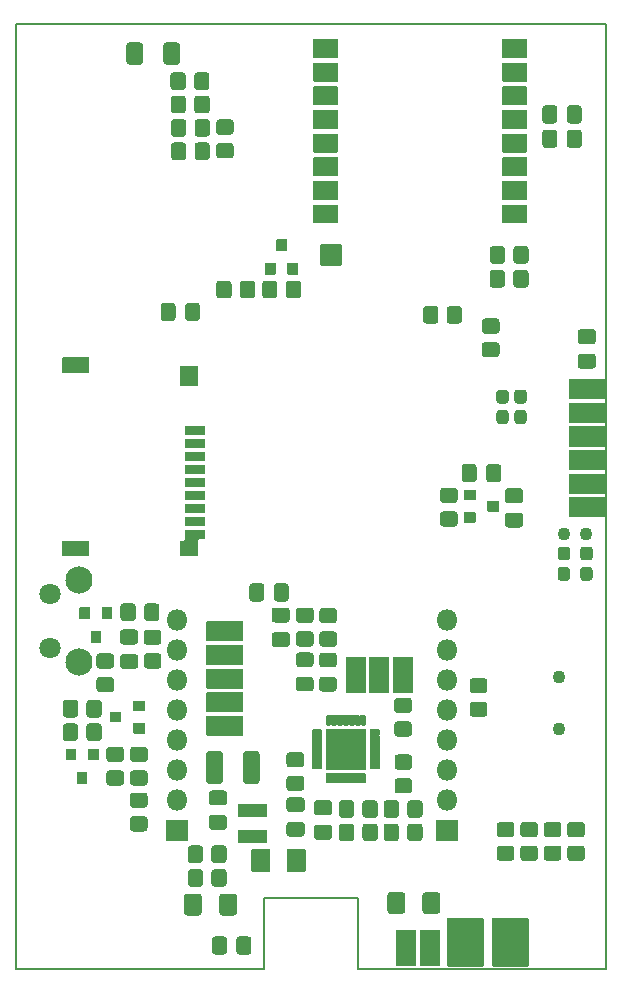
<source format=gbr>
G04 #@! TF.GenerationSoftware,KiCad,Pcbnew,(5.1.8)-1*
G04 #@! TF.CreationDate,2020-12-25T22:35:52+01:00*
G04 #@! TF.ProjectId,TinXsat,54696e58-7361-4742-9e6b-696361645f70,rev?*
G04 #@! TF.SameCoordinates,Original*
G04 #@! TF.FileFunction,Soldermask,Bot*
G04 #@! TF.FilePolarity,Negative*
%FSLAX46Y46*%
G04 Gerber Fmt 4.6, Leading zero omitted, Abs format (unit mm)*
G04 Created by KiCad (PCBNEW (5.1.8)-1) date 2020-12-25 22:35:52*
%MOMM*%
%LPD*%
G01*
G04 APERTURE LIST*
G04 #@! TA.AperFunction,Profile*
%ADD10C,0.150000*%
G04 #@! TD*
%ADD11O,1.801600X1.801600*%
%ADD12C,1.101600*%
%ADD13C,1.801600*%
%ADD14C,2.301600*%
%ADD15C,0.150000*%
G04 APERTURE END LIST*
D10*
X79000000Y-124000000D02*
X71000000Y-124000000D01*
X79000000Y-130000000D02*
X79000000Y-124000000D01*
X71000000Y-130000000D02*
X71000000Y-124000000D01*
X100000000Y-130000000D02*
X79000000Y-130000000D01*
X71000000Y-130000000D02*
X50000000Y-130000000D01*
X50000000Y-130000000D02*
X50000000Y-50000000D01*
X100000000Y-50000000D02*
X100000000Y-130000000D01*
X50000000Y-50000000D02*
X100000000Y-50000000D01*
X79000000Y-124000000D02*
X71000000Y-124000000D01*
X79000000Y-130000000D02*
X79000000Y-124000000D01*
X71000000Y-130000000D02*
X71000000Y-124000000D01*
X100000000Y-130000000D02*
X79000000Y-130000000D01*
X71000000Y-130000000D02*
X50000000Y-130000000D01*
X50000000Y-130000000D02*
X50000000Y-50000000D01*
X100000000Y-50000000D02*
X100000000Y-130000000D01*
X50000000Y-50000000D02*
X100000000Y-50000000D01*
G04 #@! TO.C,XS1*
G36*
G01*
X65962501Y-87015800D02*
X64362499Y-87015800D01*
G75*
G02*
X64311700Y-86965001I0J50799D01*
G01*
X64311700Y-86264999D01*
G75*
G02*
X64362499Y-86214200I50799J0D01*
G01*
X65962501Y-86214200D01*
G75*
G02*
X66013300Y-86264999I0J-50799D01*
G01*
X66013300Y-86965001D01*
G75*
G02*
X65962501Y-87015800I-50799J0D01*
G01*
G37*
G36*
G01*
X65962501Y-85915800D02*
X64362499Y-85915800D01*
G75*
G02*
X64311700Y-85865001I0J50799D01*
G01*
X64311700Y-85164999D01*
G75*
G02*
X64362499Y-85114200I50799J0D01*
G01*
X65962501Y-85114200D01*
G75*
G02*
X66013300Y-85164999I0J-50799D01*
G01*
X66013300Y-85865001D01*
G75*
G02*
X65962501Y-85915800I-50799J0D01*
G01*
G37*
G36*
G01*
X65962501Y-84815800D02*
X64362499Y-84815800D01*
G75*
G02*
X64311700Y-84765001I0J50799D01*
G01*
X64311700Y-84064999D01*
G75*
G02*
X64362499Y-84014200I50799J0D01*
G01*
X65962501Y-84014200D01*
G75*
G02*
X66013300Y-84064999I0J-50799D01*
G01*
X66013300Y-84765001D01*
G75*
G02*
X65962501Y-84815800I-50799J0D01*
G01*
G37*
G36*
G01*
X65962501Y-88115800D02*
X64362499Y-88115800D01*
G75*
G02*
X64311700Y-88065001I0J50799D01*
G01*
X64311700Y-87364999D01*
G75*
G02*
X64362499Y-87314200I50799J0D01*
G01*
X65962501Y-87314200D01*
G75*
G02*
X66013300Y-87364999I0J-50799D01*
G01*
X66013300Y-88065001D01*
G75*
G02*
X65962501Y-88115800I-50799J0D01*
G01*
G37*
G36*
G01*
X65962501Y-89215800D02*
X64362499Y-89215800D01*
G75*
G02*
X64311700Y-89165001I0J50799D01*
G01*
X64311700Y-88464999D01*
G75*
G02*
X64362499Y-88414200I50799J0D01*
G01*
X65962501Y-88414200D01*
G75*
G02*
X66013300Y-88464999I0J-50799D01*
G01*
X66013300Y-89165001D01*
G75*
G02*
X65962501Y-89215800I-50799J0D01*
G01*
G37*
G36*
G01*
X65962501Y-90315800D02*
X64362499Y-90315800D01*
G75*
G02*
X64311700Y-90265001I0J50799D01*
G01*
X64311700Y-89564999D01*
G75*
G02*
X64362499Y-89514200I50799J0D01*
G01*
X65962501Y-89514200D01*
G75*
G02*
X66013300Y-89564999I0J-50799D01*
G01*
X66013300Y-90265001D01*
G75*
G02*
X65962501Y-90315800I-50799J0D01*
G01*
G37*
G36*
G01*
X65962501Y-92515800D02*
X64362499Y-92515800D01*
G75*
G02*
X64311700Y-92465001I0J50799D01*
G01*
X64311700Y-91764999D01*
G75*
G02*
X64362499Y-91714200I50799J0D01*
G01*
X65962501Y-91714200D01*
G75*
G02*
X66013300Y-91764999I0J-50799D01*
G01*
X66013300Y-92465001D01*
G75*
G02*
X65962501Y-92515800I-50799J0D01*
G01*
G37*
G36*
G01*
X65962501Y-91415800D02*
X64362499Y-91415800D01*
G75*
G02*
X64311700Y-91365001I0J50799D01*
G01*
X64311700Y-90664999D01*
G75*
G02*
X64362499Y-90614200I50799J0D01*
G01*
X65962501Y-90614200D01*
G75*
G02*
X66013300Y-90664999I0J-50799D01*
G01*
X66013300Y-91365001D01*
G75*
G02*
X65962501Y-91415800I-50799J0D01*
G01*
G37*
G36*
G01*
X65962501Y-93615800D02*
X64362499Y-93615800D01*
G75*
G02*
X64311700Y-93565001I0J50799D01*
G01*
X64311700Y-92864999D01*
G75*
G02*
X64362499Y-92814200I50799J0D01*
G01*
X65962501Y-92814200D01*
G75*
G02*
X66013300Y-92864999I0J-50799D01*
G01*
X66013300Y-93565001D01*
G75*
G02*
X65962501Y-93615800I-50799J0D01*
G01*
G37*
G36*
G01*
X65362500Y-95015800D02*
X63962500Y-95015800D01*
G75*
G02*
X63911700Y-94965000I0J50800D01*
G01*
X63911700Y-93765000D01*
G75*
G02*
X63962500Y-93714200I50800J0D01*
G01*
X65362500Y-93714200D01*
G75*
G02*
X65413300Y-93765000I0J-50800D01*
G01*
X65413300Y-94965000D01*
G75*
G02*
X65362500Y-95015800I-50800J0D01*
G01*
G37*
G36*
G01*
X65362500Y-80615800D02*
X63962500Y-80615800D01*
G75*
G02*
X63911700Y-80565000I0J50800D01*
G01*
X63911700Y-78965000D01*
G75*
G02*
X63962500Y-78914200I50800J0D01*
G01*
X65362500Y-78914200D01*
G75*
G02*
X65413300Y-78965000I0J-50800D01*
G01*
X65413300Y-80565000D01*
G75*
G02*
X65362500Y-80615800I-50800J0D01*
G01*
G37*
G36*
G01*
X56162500Y-95015800D02*
X53962500Y-95015800D01*
G75*
G02*
X53911700Y-94965000I0J50800D01*
G01*
X53911700Y-93765000D01*
G75*
G02*
X53962500Y-93714200I50800J0D01*
G01*
X56162500Y-93714200D01*
G75*
G02*
X56213300Y-93765000I0J-50800D01*
G01*
X56213300Y-94965000D01*
G75*
G02*
X56162500Y-95015800I-50800J0D01*
G01*
G37*
G36*
G01*
X56162500Y-79515800D02*
X53962500Y-79515800D01*
G75*
G02*
X53911700Y-79465000I0J50800D01*
G01*
X53911700Y-78265000D01*
G75*
G02*
X53962500Y-78214200I50800J0D01*
G01*
X56162500Y-78214200D01*
G75*
G02*
X56213300Y-78265000I0J-50800D01*
G01*
X56213300Y-79465000D01*
G75*
G02*
X56162500Y-79515800I-50800J0D01*
G01*
G37*
G04 #@! TD*
D11*
G04 #@! TO.C,U6*
X63640000Y-115710000D03*
X63640000Y-113170000D03*
X63640000Y-108090000D03*
G36*
G01*
X64540800Y-117400000D02*
X64540800Y-119100000D01*
G75*
G02*
X64490000Y-119150800I-50800J0D01*
G01*
X62790000Y-119150800D01*
G75*
G02*
X62739200Y-119100000I0J50800D01*
G01*
X62739200Y-117400000D01*
G75*
G02*
X62790000Y-117349200I50800J0D01*
G01*
X64490000Y-117349200D01*
G75*
G02*
X64540800Y-117400000I0J-50800D01*
G01*
G37*
X63640000Y-100470000D03*
X63640000Y-105550000D03*
X63640000Y-103010000D03*
X63640000Y-110630000D03*
X86500000Y-100470000D03*
X86500000Y-103010000D03*
X86500000Y-105550000D03*
X86500000Y-108090000D03*
X86500000Y-110630000D03*
X86500000Y-113170000D03*
X86500000Y-115710000D03*
G36*
G01*
X87400800Y-117400000D02*
X87400800Y-119100000D01*
G75*
G02*
X87350000Y-119150800I-50800J0D01*
G01*
X85650000Y-119150800D01*
G75*
G02*
X85599200Y-119100000I0J50800D01*
G01*
X85599200Y-117400000D01*
G75*
G02*
X85650000Y-117349200I50800J0D01*
G01*
X87350000Y-117349200D01*
G75*
G02*
X87400800Y-117400000I0J-50800D01*
G01*
G37*
G04 #@! TD*
G04 #@! TO.C,J2*
G36*
G01*
X66121700Y-102200000D02*
X66121700Y-100600000D01*
G75*
G02*
X66172500Y-100549200I50800J0D01*
G01*
X69172500Y-100549200D01*
G75*
G02*
X69223300Y-100600000I0J-50800D01*
G01*
X69223300Y-102200000D01*
G75*
G02*
X69172500Y-102250800I-50800J0D01*
G01*
X66172500Y-102250800D01*
G75*
G02*
X66121700Y-102200000I0J50800D01*
G01*
G37*
G36*
G01*
X69172500Y-104250800D02*
X66172500Y-104250800D01*
G75*
G02*
X66121700Y-104200000I0J50800D01*
G01*
X66121700Y-102600000D01*
G75*
G02*
X66172500Y-102549200I50800J0D01*
G01*
X69172500Y-102549200D01*
G75*
G02*
X69223300Y-102600000I0J-50800D01*
G01*
X69223300Y-104200000D01*
G75*
G02*
X69172500Y-104250800I-50800J0D01*
G01*
G37*
G36*
G01*
X66121700Y-106200000D02*
X66121700Y-104600000D01*
G75*
G02*
X66172500Y-104549200I50800J0D01*
G01*
X69172500Y-104549200D01*
G75*
G02*
X69223300Y-104600000I0J-50800D01*
G01*
X69223300Y-106200000D01*
G75*
G02*
X69172500Y-106250800I-50800J0D01*
G01*
X66172500Y-106250800D01*
G75*
G02*
X66121700Y-106200000I0J50800D01*
G01*
G37*
G36*
G01*
X66121700Y-108200000D02*
X66121700Y-106600000D01*
G75*
G02*
X66172500Y-106549200I50800J0D01*
G01*
X69172500Y-106549200D01*
G75*
G02*
X69223300Y-106600000I0J-50800D01*
G01*
X69223300Y-108200000D01*
G75*
G02*
X69172500Y-108250800I-50800J0D01*
G01*
X66172500Y-108250800D01*
G75*
G02*
X66121700Y-108200000I0J50800D01*
G01*
G37*
G36*
G01*
X66121700Y-110200000D02*
X66121700Y-108600000D01*
G75*
G02*
X66172500Y-108549200I50800J0D01*
G01*
X69172500Y-108549200D01*
G75*
G02*
X69223300Y-108600000I0J-50800D01*
G01*
X69223300Y-110200000D01*
G75*
G02*
X69172500Y-110250800I-50800J0D01*
G01*
X66172500Y-110250800D01*
G75*
G02*
X66121700Y-110200000I0J50800D01*
G01*
G37*
G04 #@! TD*
G04 #@! TO.C,J10*
G36*
G01*
X79572500Y-106643300D02*
X77972500Y-106643300D01*
G75*
G02*
X77921700Y-106592500I0J50800D01*
G01*
X77921700Y-103592500D01*
G75*
G02*
X77972500Y-103541700I50800J0D01*
G01*
X79572500Y-103541700D01*
G75*
G02*
X79623300Y-103592500I0J-50800D01*
G01*
X79623300Y-106592500D01*
G75*
G02*
X79572500Y-106643300I-50800J0D01*
G01*
G37*
G36*
G01*
X81572500Y-106643300D02*
X79972500Y-106643300D01*
G75*
G02*
X79921700Y-106592500I0J50800D01*
G01*
X79921700Y-103592500D01*
G75*
G02*
X79972500Y-103541700I50800J0D01*
G01*
X81572500Y-103541700D01*
G75*
G02*
X81623300Y-103592500I0J-50800D01*
G01*
X81623300Y-106592500D01*
G75*
G02*
X81572500Y-106643300I-50800J0D01*
G01*
G37*
G36*
G01*
X83572500Y-106643300D02*
X81972500Y-106643300D01*
G75*
G02*
X81921700Y-106592500I0J50800D01*
G01*
X81921700Y-103592500D01*
G75*
G02*
X81972500Y-103541700I50800J0D01*
G01*
X83572500Y-103541700D01*
G75*
G02*
X83623300Y-103592500I0J-50800D01*
G01*
X83623300Y-106592500D01*
G75*
G02*
X83572500Y-106643300I-50800J0D01*
G01*
G37*
G04 #@! TD*
G04 #@! TO.C,J9*
G36*
G01*
X99913300Y-90105000D02*
X99913300Y-91705000D01*
G75*
G02*
X99862500Y-91755800I-50800J0D01*
G01*
X96862500Y-91755800D01*
G75*
G02*
X96811700Y-91705000I0J50800D01*
G01*
X96811700Y-90105000D01*
G75*
G02*
X96862500Y-90054200I50800J0D01*
G01*
X99862500Y-90054200D01*
G75*
G02*
X99913300Y-90105000I0J-50800D01*
G01*
G37*
G36*
G01*
X99913300Y-88105000D02*
X99913300Y-89705000D01*
G75*
G02*
X99862500Y-89755800I-50800J0D01*
G01*
X96862500Y-89755800D01*
G75*
G02*
X96811700Y-89705000I0J50800D01*
G01*
X96811700Y-88105000D01*
G75*
G02*
X96862500Y-88054200I50800J0D01*
G01*
X99862500Y-88054200D01*
G75*
G02*
X99913300Y-88105000I0J-50800D01*
G01*
G37*
G36*
G01*
X96811700Y-87705000D02*
X96811700Y-86105000D01*
G75*
G02*
X96862500Y-86054200I50800J0D01*
G01*
X99862500Y-86054200D01*
G75*
G02*
X99913300Y-86105000I0J-50800D01*
G01*
X99913300Y-87705000D01*
G75*
G02*
X99862500Y-87755800I-50800J0D01*
G01*
X96862500Y-87755800D01*
G75*
G02*
X96811700Y-87705000I0J50800D01*
G01*
G37*
G36*
G01*
X99913300Y-84105000D02*
X99913300Y-85705000D01*
G75*
G02*
X99862500Y-85755800I-50800J0D01*
G01*
X96862500Y-85755800D01*
G75*
G02*
X96811700Y-85705000I0J50800D01*
G01*
X96811700Y-84105000D01*
G75*
G02*
X96862500Y-84054200I50800J0D01*
G01*
X99862500Y-84054200D01*
G75*
G02*
X99913300Y-84105000I0J-50800D01*
G01*
G37*
G36*
G01*
X99913300Y-82105000D02*
X99913300Y-83705000D01*
G75*
G02*
X99862500Y-83755800I-50800J0D01*
G01*
X96862500Y-83755800D01*
G75*
G02*
X96811700Y-83705000I0J50800D01*
G01*
X96811700Y-82105000D01*
G75*
G02*
X96862500Y-82054200I50800J0D01*
G01*
X99862500Y-82054200D01*
G75*
G02*
X99913300Y-82105000I0J-50800D01*
G01*
G37*
G36*
G01*
X99913300Y-80105000D02*
X99913300Y-81705000D01*
G75*
G02*
X99862500Y-81755800I-50800J0D01*
G01*
X96862500Y-81755800D01*
G75*
G02*
X96811700Y-81705000I0J50800D01*
G01*
X96811700Y-80105000D01*
G75*
G02*
X96862500Y-80054200I50800J0D01*
G01*
X99862500Y-80054200D01*
G75*
G02*
X99913300Y-80105000I0J-50800D01*
G01*
G37*
G04 #@! TD*
G04 #@! TO.C,BT1*
G36*
G01*
X90361640Y-125675640D02*
X93361640Y-125675640D01*
G75*
G02*
X93412440Y-125726440I0J-50800D01*
G01*
X93412440Y-129726440D01*
G75*
G02*
X93361640Y-129777240I-50800J0D01*
G01*
X90361640Y-129777240D01*
G75*
G02*
X90310840Y-129726440I0J50800D01*
G01*
X90310840Y-125726440D01*
G75*
G02*
X90361640Y-125675640I50800J0D01*
G01*
G37*
G36*
G01*
X86551640Y-125675640D02*
X89551640Y-125675640D01*
G75*
G02*
X89602440Y-125726440I0J-50800D01*
G01*
X89602440Y-129726440D01*
G75*
G02*
X89551640Y-129777240I-50800J0D01*
G01*
X86551640Y-129777240D01*
G75*
G02*
X86500840Y-129726440I0J50800D01*
G01*
X86500840Y-125726440D01*
G75*
G02*
X86551640Y-125675640I50800J0D01*
G01*
G37*
G04 #@! TD*
G04 #@! TO.C,TH1*
G36*
G01*
X84225000Y-126674200D02*
X85825000Y-126674200D01*
G75*
G02*
X85875800Y-126725000I0J-50800D01*
G01*
X85875800Y-129725000D01*
G75*
G02*
X85825000Y-129775800I-50800J0D01*
G01*
X84225000Y-129775800D01*
G75*
G02*
X84174200Y-129725000I0J50800D01*
G01*
X84174200Y-126725000D01*
G75*
G02*
X84225000Y-126674200I50800J0D01*
G01*
G37*
G36*
G01*
X82225000Y-126674200D02*
X83825000Y-126674200D01*
G75*
G02*
X83875800Y-126725000I0J-50800D01*
G01*
X83875800Y-129725000D01*
G75*
G02*
X83825000Y-129775800I-50800J0D01*
G01*
X82225000Y-129775800D01*
G75*
G02*
X82174200Y-129725000I0J50800D01*
G01*
X82174200Y-126725000D01*
G75*
G02*
X82225000Y-126674200I50800J0D01*
G01*
G37*
G04 #@! TD*
G04 #@! TO.C,Q5*
G36*
G01*
X55200000Y-113329200D02*
X56000000Y-113329200D01*
G75*
G02*
X56050800Y-113380000I0J-50800D01*
G01*
X56050800Y-114280000D01*
G75*
G02*
X56000000Y-114330800I-50800J0D01*
G01*
X55200000Y-114330800D01*
G75*
G02*
X55149200Y-114280000I0J50800D01*
G01*
X55149200Y-113380000D01*
G75*
G02*
X55200000Y-113329200I50800J0D01*
G01*
G37*
G36*
G01*
X56150000Y-111329200D02*
X56950000Y-111329200D01*
G75*
G02*
X57000800Y-111380000I0J-50800D01*
G01*
X57000800Y-112280000D01*
G75*
G02*
X56950000Y-112330800I-50800J0D01*
G01*
X56150000Y-112330800D01*
G75*
G02*
X56099200Y-112280000I0J50800D01*
G01*
X56099200Y-111380000D01*
G75*
G02*
X56150000Y-111329200I50800J0D01*
G01*
G37*
G36*
G01*
X54250000Y-111329200D02*
X55050000Y-111329200D01*
G75*
G02*
X55100800Y-111380000I0J-50800D01*
G01*
X55100800Y-112280000D01*
G75*
G02*
X55050000Y-112330800I-50800J0D01*
G01*
X54250000Y-112330800D01*
G75*
G02*
X54199200Y-112280000I0J50800D01*
G01*
X54199200Y-111380000D01*
G75*
G02*
X54250000Y-111329200I50800J0D01*
G01*
G37*
G04 #@! TD*
G04 #@! TO.C,R47*
G36*
G01*
X65086700Y-55299635D02*
X65086700Y-54340365D01*
G75*
G02*
X65357865Y-54069200I271165J0D01*
G01*
X66117135Y-54069200D01*
G75*
G02*
X66388300Y-54340365I0J-271165D01*
G01*
X66388300Y-55299635D01*
G75*
G02*
X66117135Y-55570800I-271165J0D01*
G01*
X65357865Y-55570800D01*
G75*
G02*
X65086700Y-55299635I0J271165D01*
G01*
G37*
G36*
G01*
X63086700Y-55299635D02*
X63086700Y-54340365D01*
G75*
G02*
X63357865Y-54069200I271165J0D01*
G01*
X64117135Y-54069200D01*
G75*
G02*
X64388300Y-54340365I0J-271165D01*
G01*
X64388300Y-55299635D01*
G75*
G02*
X64117135Y-55570800I-271165J0D01*
G01*
X63357865Y-55570800D01*
G75*
G02*
X63086700Y-55299635I0J271165D01*
G01*
G37*
G04 #@! TD*
G04 #@! TO.C,R43*
G36*
G01*
X65121700Y-61237135D02*
X65121700Y-60277865D01*
G75*
G02*
X65392865Y-60006700I271165J0D01*
G01*
X66152135Y-60006700D01*
G75*
G02*
X66423300Y-60277865I0J-271165D01*
G01*
X66423300Y-61237135D01*
G75*
G02*
X66152135Y-61508300I-271165J0D01*
G01*
X65392865Y-61508300D01*
G75*
G02*
X65121700Y-61237135I0J271165D01*
G01*
G37*
G36*
G01*
X63121700Y-61237135D02*
X63121700Y-60277865D01*
G75*
G02*
X63392865Y-60006700I271165J0D01*
G01*
X64152135Y-60006700D01*
G75*
G02*
X64423300Y-60277865I0J-271165D01*
G01*
X64423300Y-61237135D01*
G75*
G02*
X64152135Y-61508300I-271165J0D01*
G01*
X63392865Y-61508300D01*
G75*
G02*
X63121700Y-61237135I0J271165D01*
G01*
G37*
G04 #@! TD*
G04 #@! TO.C,R60*
G36*
G01*
X65853300Y-121800365D02*
X65853300Y-122759635D01*
G75*
G02*
X65582135Y-123030800I-271165J0D01*
G01*
X64822865Y-123030800D01*
G75*
G02*
X64551700Y-122759635I0J271165D01*
G01*
X64551700Y-121800365D01*
G75*
G02*
X64822865Y-121529200I271165J0D01*
G01*
X65582135Y-121529200D01*
G75*
G02*
X65853300Y-121800365I0J-271165D01*
G01*
G37*
G36*
G01*
X67853300Y-121800365D02*
X67853300Y-122759635D01*
G75*
G02*
X67582135Y-123030800I-271165J0D01*
G01*
X66822865Y-123030800D01*
G75*
G02*
X66551700Y-122759635I0J271165D01*
G01*
X66551700Y-121800365D01*
G75*
G02*
X66822865Y-121529200I271165J0D01*
G01*
X67582135Y-121529200D01*
G75*
G02*
X67853300Y-121800365I0J-271165D01*
G01*
G37*
G04 #@! TD*
G04 #@! TO.C,R34*
G36*
G01*
X68964200Y-72939635D02*
X68964200Y-71980365D01*
G75*
G02*
X69235365Y-71709200I271165J0D01*
G01*
X69994635Y-71709200D01*
G75*
G02*
X70265800Y-71980365I0J-271165D01*
G01*
X70265800Y-72939635D01*
G75*
G02*
X69994635Y-73210800I-271165J0D01*
G01*
X69235365Y-73210800D01*
G75*
G02*
X68964200Y-72939635I0J271165D01*
G01*
G37*
G36*
G01*
X66964200Y-72939635D02*
X66964200Y-71980365D01*
G75*
G02*
X67235365Y-71709200I271165J0D01*
G01*
X67994635Y-71709200D01*
G75*
G02*
X68265800Y-71980365I0J-271165D01*
G01*
X68265800Y-72939635D01*
G75*
G02*
X67994635Y-73210800I-271165J0D01*
G01*
X67235365Y-73210800D01*
G75*
G02*
X66964200Y-72939635I0J271165D01*
G01*
G37*
G04 #@! TD*
G04 #@! TO.C,R3*
G36*
G01*
X72844200Y-72934635D02*
X72844200Y-71975365D01*
G75*
G02*
X73115365Y-71704200I271165J0D01*
G01*
X73874635Y-71704200D01*
G75*
G02*
X74145800Y-71975365I0J-271165D01*
G01*
X74145800Y-72934635D01*
G75*
G02*
X73874635Y-73205800I-271165J0D01*
G01*
X73115365Y-73205800D01*
G75*
G02*
X72844200Y-72934635I0J271165D01*
G01*
G37*
G36*
G01*
X70844200Y-72934635D02*
X70844200Y-71975365D01*
G75*
G02*
X71115365Y-71704200I271165J0D01*
G01*
X71874635Y-71704200D01*
G75*
G02*
X72145800Y-71975365I0J-271165D01*
G01*
X72145800Y-72934635D01*
G75*
G02*
X71874635Y-73205800I-271165J0D01*
G01*
X71115365Y-73205800D01*
G75*
G02*
X70844200Y-72934635I0J271165D01*
G01*
G37*
G04 #@! TD*
G04 #@! TO.C,Q7*
G36*
G01*
X72892500Y-69198300D02*
X72092500Y-69198300D01*
G75*
G02*
X72041700Y-69147500I0J50800D01*
G01*
X72041700Y-68247500D01*
G75*
G02*
X72092500Y-68196700I50800J0D01*
G01*
X72892500Y-68196700D01*
G75*
G02*
X72943300Y-68247500I0J-50800D01*
G01*
X72943300Y-69147500D01*
G75*
G02*
X72892500Y-69198300I-50800J0D01*
G01*
G37*
G36*
G01*
X71942500Y-71198300D02*
X71142500Y-71198300D01*
G75*
G02*
X71091700Y-71147500I0J50800D01*
G01*
X71091700Y-70247500D01*
G75*
G02*
X71142500Y-70196700I50800J0D01*
G01*
X71942500Y-70196700D01*
G75*
G02*
X71993300Y-70247500I0J-50800D01*
G01*
X71993300Y-71147500D01*
G75*
G02*
X71942500Y-71198300I-50800J0D01*
G01*
G37*
G36*
G01*
X73842500Y-71198300D02*
X73042500Y-71198300D01*
G75*
G02*
X72991700Y-71147500I0J50800D01*
G01*
X72991700Y-70247500D01*
G75*
G02*
X73042500Y-70196700I50800J0D01*
G01*
X73842500Y-70196700D01*
G75*
G02*
X73893300Y-70247500I0J-50800D01*
G01*
X73893300Y-71147500D01*
G75*
G02*
X73842500Y-71198300I-50800J0D01*
G01*
G37*
G04 #@! TD*
G04 #@! TO.C,R42*
G36*
G01*
X64423300Y-58300365D02*
X64423300Y-59259635D01*
G75*
G02*
X64152135Y-59530800I-271165J0D01*
G01*
X63392865Y-59530800D01*
G75*
G02*
X63121700Y-59259635I0J271165D01*
G01*
X63121700Y-58300365D01*
G75*
G02*
X63392865Y-58029200I271165J0D01*
G01*
X64152135Y-58029200D01*
G75*
G02*
X64423300Y-58300365I0J-271165D01*
G01*
G37*
G36*
G01*
X66423300Y-58300365D02*
X66423300Y-59259635D01*
G75*
G02*
X66152135Y-59530800I-271165J0D01*
G01*
X65392865Y-59530800D01*
G75*
G02*
X65121700Y-59259635I0J271165D01*
G01*
X65121700Y-58300365D01*
G75*
G02*
X65392865Y-58029200I271165J0D01*
G01*
X66152135Y-58029200D01*
G75*
G02*
X66423300Y-58300365I0J-271165D01*
G01*
G37*
G04 #@! TD*
D12*
G04 #@! TO.C,J1*
X96000000Y-105300000D03*
X96000000Y-109700000D03*
G04 #@! TD*
G04 #@! TO.C,C45*
G36*
G01*
X62474200Y-53166633D02*
X62474200Y-51803367D01*
G75*
G02*
X62743367Y-51534200I269167J0D01*
G01*
X63631633Y-51534200D01*
G75*
G02*
X63900800Y-51803367I0J-269167D01*
G01*
X63900800Y-53166633D01*
G75*
G02*
X63631633Y-53435800I-269167J0D01*
G01*
X62743367Y-53435800D01*
G75*
G02*
X62474200Y-53166633I0J269167D01*
G01*
G37*
G36*
G01*
X59349200Y-53166633D02*
X59349200Y-51803367D01*
G75*
G02*
X59618367Y-51534200I269167J0D01*
G01*
X60506633Y-51534200D01*
G75*
G02*
X60775800Y-51803367I0J-269167D01*
G01*
X60775800Y-53166633D01*
G75*
G02*
X60506633Y-53435800I-269167J0D01*
G01*
X59618367Y-53435800D01*
G75*
G02*
X59349200Y-53166633I0J269167D01*
G01*
G37*
G04 #@! TD*
G04 #@! TO.C,R27*
G36*
G01*
X94960365Y-119536700D02*
X95919635Y-119536700D01*
G75*
G02*
X96190800Y-119807865I0J-271165D01*
G01*
X96190800Y-120567135D01*
G75*
G02*
X95919635Y-120838300I-271165J0D01*
G01*
X94960365Y-120838300D01*
G75*
G02*
X94689200Y-120567135I0J271165D01*
G01*
X94689200Y-119807865D01*
G75*
G02*
X94960365Y-119536700I271165J0D01*
G01*
G37*
G36*
G01*
X94960365Y-117536700D02*
X95919635Y-117536700D01*
G75*
G02*
X96190800Y-117807865I0J-271165D01*
G01*
X96190800Y-118567135D01*
G75*
G02*
X95919635Y-118838300I-271165J0D01*
G01*
X94960365Y-118838300D01*
G75*
G02*
X94689200Y-118567135I0J271165D01*
G01*
X94689200Y-117807865D01*
G75*
G02*
X94960365Y-117536700I271165J0D01*
G01*
G37*
G04 #@! TD*
G04 #@! TO.C,R25*
G36*
G01*
X90980365Y-119539200D02*
X91939635Y-119539200D01*
G75*
G02*
X92210800Y-119810365I0J-271165D01*
G01*
X92210800Y-120569635D01*
G75*
G02*
X91939635Y-120840800I-271165J0D01*
G01*
X90980365Y-120840800D01*
G75*
G02*
X90709200Y-120569635I0J271165D01*
G01*
X90709200Y-119810365D01*
G75*
G02*
X90980365Y-119539200I271165J0D01*
G01*
G37*
G36*
G01*
X90980365Y-117539200D02*
X91939635Y-117539200D01*
G75*
G02*
X92210800Y-117810365I0J-271165D01*
G01*
X92210800Y-118569635D01*
G75*
G02*
X91939635Y-118840800I-271165J0D01*
G01*
X90980365Y-118840800D01*
G75*
G02*
X90709200Y-118569635I0J271165D01*
G01*
X90709200Y-117810365D01*
G75*
G02*
X90980365Y-117539200I271165J0D01*
G01*
G37*
G04 #@! TD*
D13*
G04 #@! TO.C,SW1*
X52862500Y-102775000D03*
X52862500Y-98275000D03*
D14*
X55362500Y-104025000D03*
X55362500Y-97025000D03*
G04 #@! TD*
D12*
G04 #@! TO.C,Y2*
X96400000Y-93132500D03*
X98300000Y-93132500D03*
G04 #@! TD*
G04 #@! TO.C,U9*
G36*
G01*
X71200000Y-117150800D02*
X70800000Y-117150800D01*
G75*
G02*
X70749200Y-117100000I0J50800D01*
G01*
X70749200Y-116040000D01*
G75*
G02*
X70800000Y-115989200I50800J0D01*
G01*
X71200000Y-115989200D01*
G75*
G02*
X71250800Y-116040000I0J-50800D01*
G01*
X71250800Y-117100000D01*
G75*
G02*
X71200000Y-117150800I-50800J0D01*
G01*
G37*
G36*
G01*
X70550000Y-117150800D02*
X70150000Y-117150800D01*
G75*
G02*
X70099200Y-117100000I0J50800D01*
G01*
X70099200Y-116040000D01*
G75*
G02*
X70150000Y-115989200I50800J0D01*
G01*
X70550000Y-115989200D01*
G75*
G02*
X70600800Y-116040000I0J-50800D01*
G01*
X70600800Y-117100000D01*
G75*
G02*
X70550000Y-117150800I-50800J0D01*
G01*
G37*
G36*
G01*
X69890000Y-117150800D02*
X69490000Y-117150800D01*
G75*
G02*
X69439200Y-117100000I0J50800D01*
G01*
X69439200Y-116040000D01*
G75*
G02*
X69490000Y-115989200I50800J0D01*
G01*
X69890000Y-115989200D01*
G75*
G02*
X69940800Y-116040000I0J-50800D01*
G01*
X69940800Y-117100000D01*
G75*
G02*
X69890000Y-117150800I-50800J0D01*
G01*
G37*
G36*
G01*
X69240000Y-117150800D02*
X68840000Y-117150800D01*
G75*
G02*
X68789200Y-117100000I0J50800D01*
G01*
X68789200Y-116040000D01*
G75*
G02*
X68840000Y-115989200I50800J0D01*
G01*
X69240000Y-115989200D01*
G75*
G02*
X69290800Y-116040000I0J-50800D01*
G01*
X69290800Y-117100000D01*
G75*
G02*
X69240000Y-117150800I-50800J0D01*
G01*
G37*
G36*
G01*
X69240000Y-119350800D02*
X68840000Y-119350800D01*
G75*
G02*
X68789200Y-119300000I0J50800D01*
G01*
X68789200Y-118240000D01*
G75*
G02*
X68840000Y-118189200I50800J0D01*
G01*
X69240000Y-118189200D01*
G75*
G02*
X69290800Y-118240000I0J-50800D01*
G01*
X69290800Y-119300000D01*
G75*
G02*
X69240000Y-119350800I-50800J0D01*
G01*
G37*
G36*
G01*
X69890000Y-119350800D02*
X69490000Y-119350800D01*
G75*
G02*
X69439200Y-119300000I0J50800D01*
G01*
X69439200Y-118240000D01*
G75*
G02*
X69490000Y-118189200I50800J0D01*
G01*
X69890000Y-118189200D01*
G75*
G02*
X69940800Y-118240000I0J-50800D01*
G01*
X69940800Y-119300000D01*
G75*
G02*
X69890000Y-119350800I-50800J0D01*
G01*
G37*
G36*
G01*
X70550000Y-119350800D02*
X70150000Y-119350800D01*
G75*
G02*
X70099200Y-119300000I0J50800D01*
G01*
X70099200Y-118240000D01*
G75*
G02*
X70150000Y-118189200I50800J0D01*
G01*
X70550000Y-118189200D01*
G75*
G02*
X70600800Y-118240000I0J-50800D01*
G01*
X70600800Y-119300000D01*
G75*
G02*
X70550000Y-119350800I-50800J0D01*
G01*
G37*
G36*
G01*
X71200000Y-119350800D02*
X70800000Y-119350800D01*
G75*
G02*
X70749200Y-119300000I0J50800D01*
G01*
X70749200Y-118240000D01*
G75*
G02*
X70800000Y-118189200I50800J0D01*
G01*
X71200000Y-118189200D01*
G75*
G02*
X71250800Y-118240000I0J-50800D01*
G01*
X71250800Y-119300000D01*
G75*
G02*
X71200000Y-119350800I-50800J0D01*
G01*
G37*
G04 #@! TD*
G04 #@! TO.C,U8*
G36*
G01*
X89914200Y-91217500D02*
X89914200Y-90417500D01*
G75*
G02*
X89965000Y-90366700I50800J0D01*
G01*
X90865000Y-90366700D01*
G75*
G02*
X90915800Y-90417500I0J-50800D01*
G01*
X90915800Y-91217500D01*
G75*
G02*
X90865000Y-91268300I-50800J0D01*
G01*
X89965000Y-91268300D01*
G75*
G02*
X89914200Y-91217500I0J50800D01*
G01*
G37*
G36*
G01*
X87914200Y-90267500D02*
X87914200Y-89467500D01*
G75*
G02*
X87965000Y-89416700I50800J0D01*
G01*
X88865000Y-89416700D01*
G75*
G02*
X88915800Y-89467500I0J-50800D01*
G01*
X88915800Y-90267500D01*
G75*
G02*
X88865000Y-90318300I-50800J0D01*
G01*
X87965000Y-90318300D01*
G75*
G02*
X87914200Y-90267500I0J50800D01*
G01*
G37*
G36*
G01*
X87914200Y-92167500D02*
X87914200Y-91367500D01*
G75*
G02*
X87965000Y-91316700I50800J0D01*
G01*
X88865000Y-91316700D01*
G75*
G02*
X88915800Y-91367500I0J-50800D01*
G01*
X88915800Y-92167500D01*
G75*
G02*
X88865000Y-92218300I-50800J0D01*
G01*
X87965000Y-92218300D01*
G75*
G02*
X87914200Y-92167500I0J50800D01*
G01*
G37*
G04 #@! TD*
G04 #@! TO.C,U5*
G36*
G01*
X93268300Y-51312500D02*
X93268300Y-52812500D01*
G75*
G02*
X93217500Y-52863300I-50800J0D01*
G01*
X91217500Y-52863300D01*
G75*
G02*
X91166700Y-52812500I0J50800D01*
G01*
X91166700Y-51312500D01*
G75*
G02*
X91217500Y-51261700I50800J0D01*
G01*
X93217500Y-51261700D01*
G75*
G02*
X93268300Y-51312500I0J-50800D01*
G01*
G37*
G36*
G01*
X93268300Y-53312500D02*
X93268300Y-54812500D01*
G75*
G02*
X93217500Y-54863300I-50800J0D01*
G01*
X91217500Y-54863300D01*
G75*
G02*
X91166700Y-54812500I0J50800D01*
G01*
X91166700Y-53312500D01*
G75*
G02*
X91217500Y-53261700I50800J0D01*
G01*
X93217500Y-53261700D01*
G75*
G02*
X93268300Y-53312500I0J-50800D01*
G01*
G37*
G36*
G01*
X93268300Y-55312500D02*
X93268300Y-56812500D01*
G75*
G02*
X93217500Y-56863300I-50800J0D01*
G01*
X91217500Y-56863300D01*
G75*
G02*
X91166700Y-56812500I0J50800D01*
G01*
X91166700Y-55312500D01*
G75*
G02*
X91217500Y-55261700I50800J0D01*
G01*
X93217500Y-55261700D01*
G75*
G02*
X93268300Y-55312500I0J-50800D01*
G01*
G37*
G36*
G01*
X93268300Y-57312500D02*
X93268300Y-58812500D01*
G75*
G02*
X93217500Y-58863300I-50800J0D01*
G01*
X91217500Y-58863300D01*
G75*
G02*
X91166700Y-58812500I0J50800D01*
G01*
X91166700Y-57312500D01*
G75*
G02*
X91217500Y-57261700I50800J0D01*
G01*
X93217500Y-57261700D01*
G75*
G02*
X93268300Y-57312500I0J-50800D01*
G01*
G37*
G36*
G01*
X93268300Y-59312500D02*
X93268300Y-60812500D01*
G75*
G02*
X93217500Y-60863300I-50800J0D01*
G01*
X91217500Y-60863300D01*
G75*
G02*
X91166700Y-60812500I0J50800D01*
G01*
X91166700Y-59312500D01*
G75*
G02*
X91217500Y-59261700I50800J0D01*
G01*
X93217500Y-59261700D01*
G75*
G02*
X93268300Y-59312500I0J-50800D01*
G01*
G37*
G36*
G01*
X93268300Y-61312500D02*
X93268300Y-62812500D01*
G75*
G02*
X93217500Y-62863300I-50800J0D01*
G01*
X91217500Y-62863300D01*
G75*
G02*
X91166700Y-62812500I0J50800D01*
G01*
X91166700Y-61312500D01*
G75*
G02*
X91217500Y-61261700I50800J0D01*
G01*
X93217500Y-61261700D01*
G75*
G02*
X93268300Y-61312500I0J-50800D01*
G01*
G37*
G36*
G01*
X93268300Y-63312500D02*
X93268300Y-64812500D01*
G75*
G02*
X93217500Y-64863300I-50800J0D01*
G01*
X91217500Y-64863300D01*
G75*
G02*
X91166700Y-64812500I0J50800D01*
G01*
X91166700Y-63312500D01*
G75*
G02*
X91217500Y-63261700I50800J0D01*
G01*
X93217500Y-63261700D01*
G75*
G02*
X93268300Y-63312500I0J-50800D01*
G01*
G37*
G36*
G01*
X93268300Y-65312500D02*
X93268300Y-66812500D01*
G75*
G02*
X93217500Y-66863300I-50800J0D01*
G01*
X91217500Y-66863300D01*
G75*
G02*
X91166700Y-66812500I0J50800D01*
G01*
X91166700Y-65312500D01*
G75*
G02*
X91217500Y-65261700I50800J0D01*
G01*
X93217500Y-65261700D01*
G75*
G02*
X93268300Y-65312500I0J-50800D01*
G01*
G37*
G36*
G01*
X77268300Y-65312500D02*
X77268300Y-66812500D01*
G75*
G02*
X77217500Y-66863300I-50800J0D01*
G01*
X75217500Y-66863300D01*
G75*
G02*
X75166700Y-66812500I0J50800D01*
G01*
X75166700Y-65312500D01*
G75*
G02*
X75217500Y-65261700I50800J0D01*
G01*
X77217500Y-65261700D01*
G75*
G02*
X77268300Y-65312500I0J-50800D01*
G01*
G37*
G36*
G01*
X77268300Y-63312500D02*
X77268300Y-64812500D01*
G75*
G02*
X77217500Y-64863300I-50800J0D01*
G01*
X75217500Y-64863300D01*
G75*
G02*
X75166700Y-64812500I0J50800D01*
G01*
X75166700Y-63312500D01*
G75*
G02*
X75217500Y-63261700I50800J0D01*
G01*
X77217500Y-63261700D01*
G75*
G02*
X77268300Y-63312500I0J-50800D01*
G01*
G37*
G36*
G01*
X77268300Y-61312500D02*
X77268300Y-62812500D01*
G75*
G02*
X77217500Y-62863300I-50800J0D01*
G01*
X75217500Y-62863300D01*
G75*
G02*
X75166700Y-62812500I0J50800D01*
G01*
X75166700Y-61312500D01*
G75*
G02*
X75217500Y-61261700I50800J0D01*
G01*
X77217500Y-61261700D01*
G75*
G02*
X77268300Y-61312500I0J-50800D01*
G01*
G37*
G36*
G01*
X77268300Y-59312500D02*
X77268300Y-60812500D01*
G75*
G02*
X77217500Y-60863300I-50800J0D01*
G01*
X75217500Y-60863300D01*
G75*
G02*
X75166700Y-60812500I0J50800D01*
G01*
X75166700Y-59312500D01*
G75*
G02*
X75217500Y-59261700I50800J0D01*
G01*
X77217500Y-59261700D01*
G75*
G02*
X77268300Y-59312500I0J-50800D01*
G01*
G37*
G36*
G01*
X77268300Y-57312500D02*
X77268300Y-58812500D01*
G75*
G02*
X77217500Y-58863300I-50800J0D01*
G01*
X75217500Y-58863300D01*
G75*
G02*
X75166700Y-58812500I0J50800D01*
G01*
X75166700Y-57312500D01*
G75*
G02*
X75217500Y-57261700I50800J0D01*
G01*
X77217500Y-57261700D01*
G75*
G02*
X77268300Y-57312500I0J-50800D01*
G01*
G37*
G36*
G01*
X77268300Y-55312500D02*
X77268300Y-56812500D01*
G75*
G02*
X77217500Y-56863300I-50800J0D01*
G01*
X75217500Y-56863300D01*
G75*
G02*
X75166700Y-56812500I0J50800D01*
G01*
X75166700Y-55312500D01*
G75*
G02*
X75217500Y-55261700I50800J0D01*
G01*
X77217500Y-55261700D01*
G75*
G02*
X77268300Y-55312500I0J-50800D01*
G01*
G37*
G36*
G01*
X77268300Y-53312500D02*
X77268300Y-54812500D01*
G75*
G02*
X77217500Y-54863300I-50800J0D01*
G01*
X75217500Y-54863300D01*
G75*
G02*
X75166700Y-54812500I0J50800D01*
G01*
X75166700Y-53312500D01*
G75*
G02*
X75217500Y-53261700I50800J0D01*
G01*
X77217500Y-53261700D01*
G75*
G02*
X77268300Y-53312500I0J-50800D01*
G01*
G37*
G36*
G01*
X77268300Y-51312500D02*
X77268300Y-52812500D01*
G75*
G02*
X77217500Y-52863300I-50800J0D01*
G01*
X75217500Y-52863300D01*
G75*
G02*
X75166700Y-52812500I0J50800D01*
G01*
X75166700Y-51312500D01*
G75*
G02*
X75217500Y-51261700I50800J0D01*
G01*
X77217500Y-51261700D01*
G75*
G02*
X77268300Y-51312500I0J-50800D01*
G01*
G37*
G04 #@! TD*
G04 #@! TO.C,U1*
G36*
G01*
X79617500Y-113098300D02*
X76267500Y-113098300D01*
G75*
G02*
X76216700Y-113047500I0J50800D01*
G01*
X76216700Y-109697500D01*
G75*
G02*
X76267500Y-109646700I50800J0D01*
G01*
X79617500Y-109646700D01*
G75*
G02*
X79668300Y-109697500I0J-50800D01*
G01*
X79668300Y-113047500D01*
G75*
G02*
X79617500Y-113098300I-50800J0D01*
G01*
G37*
G36*
G01*
X80755400Y-113048300D02*
X80029600Y-113048300D01*
G75*
G02*
X79941700Y-112960400I0J87900D01*
G01*
X79941700Y-112784600D01*
G75*
G02*
X80029600Y-112696700I87900J0D01*
G01*
X80755400Y-112696700D01*
G75*
G02*
X80843300Y-112784600I0J-87900D01*
G01*
X80843300Y-112960400D01*
G75*
G02*
X80755400Y-113048300I-87900J0D01*
G01*
G37*
G36*
G01*
X80755400Y-112548300D02*
X80029600Y-112548300D01*
G75*
G02*
X79941700Y-112460400I0J87900D01*
G01*
X79941700Y-112284600D01*
G75*
G02*
X80029600Y-112196700I87900J0D01*
G01*
X80755400Y-112196700D01*
G75*
G02*
X80843300Y-112284600I0J-87900D01*
G01*
X80843300Y-112460400D01*
G75*
G02*
X80755400Y-112548300I-87900J0D01*
G01*
G37*
G36*
G01*
X80755400Y-112048300D02*
X80029600Y-112048300D01*
G75*
G02*
X79941700Y-111960400I0J87900D01*
G01*
X79941700Y-111784600D01*
G75*
G02*
X80029600Y-111696700I87900J0D01*
G01*
X80755400Y-111696700D01*
G75*
G02*
X80843300Y-111784600I0J-87900D01*
G01*
X80843300Y-111960400D01*
G75*
G02*
X80755400Y-112048300I-87900J0D01*
G01*
G37*
G36*
G01*
X80755400Y-111548300D02*
X80029600Y-111548300D01*
G75*
G02*
X79941700Y-111460400I0J87900D01*
G01*
X79941700Y-111284600D01*
G75*
G02*
X80029600Y-111196700I87900J0D01*
G01*
X80755400Y-111196700D01*
G75*
G02*
X80843300Y-111284600I0J-87900D01*
G01*
X80843300Y-111460400D01*
G75*
G02*
X80755400Y-111548300I-87900J0D01*
G01*
G37*
G36*
G01*
X80755400Y-111048300D02*
X80029600Y-111048300D01*
G75*
G02*
X79941700Y-110960400I0J87900D01*
G01*
X79941700Y-110784600D01*
G75*
G02*
X80029600Y-110696700I87900J0D01*
G01*
X80755400Y-110696700D01*
G75*
G02*
X80843300Y-110784600I0J-87900D01*
G01*
X80843300Y-110960400D01*
G75*
G02*
X80755400Y-111048300I-87900J0D01*
G01*
G37*
G36*
G01*
X80755400Y-110548300D02*
X80029600Y-110548300D01*
G75*
G02*
X79941700Y-110460400I0J87900D01*
G01*
X79941700Y-110284600D01*
G75*
G02*
X80029600Y-110196700I87900J0D01*
G01*
X80755400Y-110196700D01*
G75*
G02*
X80843300Y-110284600I0J-87900D01*
G01*
X80843300Y-110460400D01*
G75*
G02*
X80755400Y-110548300I-87900J0D01*
G01*
G37*
G36*
G01*
X80755400Y-110048300D02*
X80029600Y-110048300D01*
G75*
G02*
X79941700Y-109960400I0J87900D01*
G01*
X79941700Y-109784600D01*
G75*
G02*
X80029600Y-109696700I87900J0D01*
G01*
X80755400Y-109696700D01*
G75*
G02*
X80843300Y-109784600I0J-87900D01*
G01*
X80843300Y-109960400D01*
G75*
G02*
X80755400Y-110048300I-87900J0D01*
G01*
G37*
G36*
G01*
X79530400Y-109373300D02*
X79354600Y-109373300D01*
G75*
G02*
X79266700Y-109285400I0J87900D01*
G01*
X79266700Y-108559600D01*
G75*
G02*
X79354600Y-108471700I87900J0D01*
G01*
X79530400Y-108471700D01*
G75*
G02*
X79618300Y-108559600I0J-87900D01*
G01*
X79618300Y-109285400D01*
G75*
G02*
X79530400Y-109373300I-87900J0D01*
G01*
G37*
G36*
G01*
X79030400Y-109373300D02*
X78854600Y-109373300D01*
G75*
G02*
X78766700Y-109285400I0J87900D01*
G01*
X78766700Y-108559600D01*
G75*
G02*
X78854600Y-108471700I87900J0D01*
G01*
X79030400Y-108471700D01*
G75*
G02*
X79118300Y-108559600I0J-87900D01*
G01*
X79118300Y-109285400D01*
G75*
G02*
X79030400Y-109373300I-87900J0D01*
G01*
G37*
G36*
G01*
X78530400Y-109373300D02*
X78354600Y-109373300D01*
G75*
G02*
X78266700Y-109285400I0J87900D01*
G01*
X78266700Y-108559600D01*
G75*
G02*
X78354600Y-108471700I87900J0D01*
G01*
X78530400Y-108471700D01*
G75*
G02*
X78618300Y-108559600I0J-87900D01*
G01*
X78618300Y-109285400D01*
G75*
G02*
X78530400Y-109373300I-87900J0D01*
G01*
G37*
G36*
G01*
X78030400Y-109373300D02*
X77854600Y-109373300D01*
G75*
G02*
X77766700Y-109285400I0J87900D01*
G01*
X77766700Y-108559600D01*
G75*
G02*
X77854600Y-108471700I87900J0D01*
G01*
X78030400Y-108471700D01*
G75*
G02*
X78118300Y-108559600I0J-87900D01*
G01*
X78118300Y-109285400D01*
G75*
G02*
X78030400Y-109373300I-87900J0D01*
G01*
G37*
G36*
G01*
X77530400Y-109373300D02*
X77354600Y-109373300D01*
G75*
G02*
X77266700Y-109285400I0J87900D01*
G01*
X77266700Y-108559600D01*
G75*
G02*
X77354600Y-108471700I87900J0D01*
G01*
X77530400Y-108471700D01*
G75*
G02*
X77618300Y-108559600I0J-87900D01*
G01*
X77618300Y-109285400D01*
G75*
G02*
X77530400Y-109373300I-87900J0D01*
G01*
G37*
G36*
G01*
X77030400Y-109373300D02*
X76854600Y-109373300D01*
G75*
G02*
X76766700Y-109285400I0J87900D01*
G01*
X76766700Y-108559600D01*
G75*
G02*
X76854600Y-108471700I87900J0D01*
G01*
X77030400Y-108471700D01*
G75*
G02*
X77118300Y-108559600I0J-87900D01*
G01*
X77118300Y-109285400D01*
G75*
G02*
X77030400Y-109373300I-87900J0D01*
G01*
G37*
G36*
G01*
X76530400Y-109373300D02*
X76354600Y-109373300D01*
G75*
G02*
X76266700Y-109285400I0J87900D01*
G01*
X76266700Y-108559600D01*
G75*
G02*
X76354600Y-108471700I87900J0D01*
G01*
X76530400Y-108471700D01*
G75*
G02*
X76618300Y-108559600I0J-87900D01*
G01*
X76618300Y-109285400D01*
G75*
G02*
X76530400Y-109373300I-87900J0D01*
G01*
G37*
G36*
G01*
X75855400Y-110048300D02*
X75129600Y-110048300D01*
G75*
G02*
X75041700Y-109960400I0J87900D01*
G01*
X75041700Y-109784600D01*
G75*
G02*
X75129600Y-109696700I87900J0D01*
G01*
X75855400Y-109696700D01*
G75*
G02*
X75943300Y-109784600I0J-87900D01*
G01*
X75943300Y-109960400D01*
G75*
G02*
X75855400Y-110048300I-87900J0D01*
G01*
G37*
G36*
G01*
X75855400Y-110548300D02*
X75129600Y-110548300D01*
G75*
G02*
X75041700Y-110460400I0J87900D01*
G01*
X75041700Y-110284600D01*
G75*
G02*
X75129600Y-110196700I87900J0D01*
G01*
X75855400Y-110196700D01*
G75*
G02*
X75943300Y-110284600I0J-87900D01*
G01*
X75943300Y-110460400D01*
G75*
G02*
X75855400Y-110548300I-87900J0D01*
G01*
G37*
G36*
G01*
X75855400Y-111048300D02*
X75129600Y-111048300D01*
G75*
G02*
X75041700Y-110960400I0J87900D01*
G01*
X75041700Y-110784600D01*
G75*
G02*
X75129600Y-110696700I87900J0D01*
G01*
X75855400Y-110696700D01*
G75*
G02*
X75943300Y-110784600I0J-87900D01*
G01*
X75943300Y-110960400D01*
G75*
G02*
X75855400Y-111048300I-87900J0D01*
G01*
G37*
G36*
G01*
X75855400Y-111548300D02*
X75129600Y-111548300D01*
G75*
G02*
X75041700Y-111460400I0J87900D01*
G01*
X75041700Y-111284600D01*
G75*
G02*
X75129600Y-111196700I87900J0D01*
G01*
X75855400Y-111196700D01*
G75*
G02*
X75943300Y-111284600I0J-87900D01*
G01*
X75943300Y-111460400D01*
G75*
G02*
X75855400Y-111548300I-87900J0D01*
G01*
G37*
G36*
G01*
X75855400Y-112048300D02*
X75129600Y-112048300D01*
G75*
G02*
X75041700Y-111960400I0J87900D01*
G01*
X75041700Y-111784600D01*
G75*
G02*
X75129600Y-111696700I87900J0D01*
G01*
X75855400Y-111696700D01*
G75*
G02*
X75943300Y-111784600I0J-87900D01*
G01*
X75943300Y-111960400D01*
G75*
G02*
X75855400Y-112048300I-87900J0D01*
G01*
G37*
G36*
G01*
X75855400Y-112548300D02*
X75129600Y-112548300D01*
G75*
G02*
X75041700Y-112460400I0J87900D01*
G01*
X75041700Y-112284600D01*
G75*
G02*
X75129600Y-112196700I87900J0D01*
G01*
X75855400Y-112196700D01*
G75*
G02*
X75943300Y-112284600I0J-87900D01*
G01*
X75943300Y-112460400D01*
G75*
G02*
X75855400Y-112548300I-87900J0D01*
G01*
G37*
G36*
G01*
X75855400Y-113048300D02*
X75129600Y-113048300D01*
G75*
G02*
X75041700Y-112960400I0J87900D01*
G01*
X75041700Y-112784600D01*
G75*
G02*
X75129600Y-112696700I87900J0D01*
G01*
X75855400Y-112696700D01*
G75*
G02*
X75943300Y-112784600I0J-87900D01*
G01*
X75943300Y-112960400D01*
G75*
G02*
X75855400Y-113048300I-87900J0D01*
G01*
G37*
G36*
G01*
X76530400Y-114273300D02*
X76354600Y-114273300D01*
G75*
G02*
X76266700Y-114185400I0J87900D01*
G01*
X76266700Y-113459600D01*
G75*
G02*
X76354600Y-113371700I87900J0D01*
G01*
X76530400Y-113371700D01*
G75*
G02*
X76618300Y-113459600I0J-87900D01*
G01*
X76618300Y-114185400D01*
G75*
G02*
X76530400Y-114273300I-87900J0D01*
G01*
G37*
G36*
G01*
X77030400Y-114273300D02*
X76854600Y-114273300D01*
G75*
G02*
X76766700Y-114185400I0J87900D01*
G01*
X76766700Y-113459600D01*
G75*
G02*
X76854600Y-113371700I87900J0D01*
G01*
X77030400Y-113371700D01*
G75*
G02*
X77118300Y-113459600I0J-87900D01*
G01*
X77118300Y-114185400D01*
G75*
G02*
X77030400Y-114273300I-87900J0D01*
G01*
G37*
G36*
G01*
X77530400Y-114273300D02*
X77354600Y-114273300D01*
G75*
G02*
X77266700Y-114185400I0J87900D01*
G01*
X77266700Y-113459600D01*
G75*
G02*
X77354600Y-113371700I87900J0D01*
G01*
X77530400Y-113371700D01*
G75*
G02*
X77618300Y-113459600I0J-87900D01*
G01*
X77618300Y-114185400D01*
G75*
G02*
X77530400Y-114273300I-87900J0D01*
G01*
G37*
G36*
G01*
X78030400Y-114273300D02*
X77854600Y-114273300D01*
G75*
G02*
X77766700Y-114185400I0J87900D01*
G01*
X77766700Y-113459600D01*
G75*
G02*
X77854600Y-113371700I87900J0D01*
G01*
X78030400Y-113371700D01*
G75*
G02*
X78118300Y-113459600I0J-87900D01*
G01*
X78118300Y-114185400D01*
G75*
G02*
X78030400Y-114273300I-87900J0D01*
G01*
G37*
G36*
G01*
X78530400Y-114273300D02*
X78354600Y-114273300D01*
G75*
G02*
X78266700Y-114185400I0J87900D01*
G01*
X78266700Y-113459600D01*
G75*
G02*
X78354600Y-113371700I87900J0D01*
G01*
X78530400Y-113371700D01*
G75*
G02*
X78618300Y-113459600I0J-87900D01*
G01*
X78618300Y-114185400D01*
G75*
G02*
X78530400Y-114273300I-87900J0D01*
G01*
G37*
G36*
G01*
X79030400Y-114273300D02*
X78854600Y-114273300D01*
G75*
G02*
X78766700Y-114185400I0J87900D01*
G01*
X78766700Y-113459600D01*
G75*
G02*
X78854600Y-113371700I87900J0D01*
G01*
X79030400Y-113371700D01*
G75*
G02*
X79118300Y-113459600I0J-87900D01*
G01*
X79118300Y-114185400D01*
G75*
G02*
X79030400Y-114273300I-87900J0D01*
G01*
G37*
G36*
G01*
X79530400Y-114273300D02*
X79354600Y-114273300D01*
G75*
G02*
X79266700Y-114185400I0J87900D01*
G01*
X79266700Y-113459600D01*
G75*
G02*
X79354600Y-113371700I87900J0D01*
G01*
X79530400Y-113371700D01*
G75*
G02*
X79618300Y-113459600I0J-87900D01*
G01*
X79618300Y-114185400D01*
G75*
G02*
X79530400Y-114273300I-87900J0D01*
G01*
G37*
G04 #@! TD*
G04 #@! TO.C,R55*
G36*
G01*
X60872135Y-116350800D02*
X59912865Y-116350800D01*
G75*
G02*
X59641700Y-116079635I0J271165D01*
G01*
X59641700Y-115320365D01*
G75*
G02*
X59912865Y-115049200I271165J0D01*
G01*
X60872135Y-115049200D01*
G75*
G02*
X61143300Y-115320365I0J-271165D01*
G01*
X61143300Y-116079635D01*
G75*
G02*
X60872135Y-116350800I-271165J0D01*
G01*
G37*
G36*
G01*
X60872135Y-118350800D02*
X59912865Y-118350800D01*
G75*
G02*
X59641700Y-118079635I0J271165D01*
G01*
X59641700Y-117320365D01*
G75*
G02*
X59912865Y-117049200I271165J0D01*
G01*
X60872135Y-117049200D01*
G75*
G02*
X61143300Y-117320365I0J-271165D01*
G01*
X61143300Y-118079635D01*
G75*
G02*
X60872135Y-118350800I-271165J0D01*
G01*
G37*
G04 #@! TD*
G04 #@! TO.C,R54*
G36*
G01*
X60892135Y-112473300D02*
X59932865Y-112473300D01*
G75*
G02*
X59661700Y-112202135I0J271165D01*
G01*
X59661700Y-111442865D01*
G75*
G02*
X59932865Y-111171700I271165J0D01*
G01*
X60892135Y-111171700D01*
G75*
G02*
X61163300Y-111442865I0J-271165D01*
G01*
X61163300Y-112202135D01*
G75*
G02*
X60892135Y-112473300I-271165J0D01*
G01*
G37*
G36*
G01*
X60892135Y-114473300D02*
X59932865Y-114473300D01*
G75*
G02*
X59661700Y-114202135I0J271165D01*
G01*
X59661700Y-113442865D01*
G75*
G02*
X59932865Y-113171700I271165J0D01*
G01*
X60892135Y-113171700D01*
G75*
G02*
X61163300Y-113442865I0J-271165D01*
G01*
X61163300Y-114202135D01*
G75*
G02*
X60892135Y-114473300I-271165J0D01*
G01*
G37*
G04 #@! TD*
G04 #@! TO.C,R53*
G36*
G01*
X92104200Y-72032135D02*
X92104200Y-71072865D01*
G75*
G02*
X92375365Y-70801700I271165J0D01*
G01*
X93134635Y-70801700D01*
G75*
G02*
X93405800Y-71072865I0J-271165D01*
G01*
X93405800Y-72032135D01*
G75*
G02*
X93134635Y-72303300I-271165J0D01*
G01*
X92375365Y-72303300D01*
G75*
G02*
X92104200Y-72032135I0J271165D01*
G01*
G37*
G36*
G01*
X90104200Y-72032135D02*
X90104200Y-71072865D01*
G75*
G02*
X90375365Y-70801700I271165J0D01*
G01*
X91134635Y-70801700D01*
G75*
G02*
X91405800Y-71072865I0J-271165D01*
G01*
X91405800Y-72032135D01*
G75*
G02*
X91134635Y-72303300I-271165J0D01*
G01*
X90375365Y-72303300D01*
G75*
G02*
X90104200Y-72032135I0J271165D01*
G01*
G37*
G04 #@! TD*
G04 #@! TO.C,R52*
G36*
G01*
X91418300Y-69047865D02*
X91418300Y-70007135D01*
G75*
G02*
X91147135Y-70278300I-271165J0D01*
G01*
X90387865Y-70278300D01*
G75*
G02*
X90116700Y-70007135I0J271165D01*
G01*
X90116700Y-69047865D01*
G75*
G02*
X90387865Y-68776700I271165J0D01*
G01*
X91147135Y-68776700D01*
G75*
G02*
X91418300Y-69047865I0J-271165D01*
G01*
G37*
G36*
G01*
X93418300Y-69047865D02*
X93418300Y-70007135D01*
G75*
G02*
X93147135Y-70278300I-271165J0D01*
G01*
X92387865Y-70278300D01*
G75*
G02*
X92116700Y-70007135I0J271165D01*
G01*
X92116700Y-69047865D01*
G75*
G02*
X92387865Y-68776700I271165J0D01*
G01*
X93147135Y-68776700D01*
G75*
G02*
X93418300Y-69047865I0J-271165D01*
G01*
G37*
G04 #@! TD*
G04 #@! TO.C,R48*
G36*
G01*
X64403300Y-56312865D02*
X64403300Y-57272135D01*
G75*
G02*
X64132135Y-57543300I-271165J0D01*
G01*
X63372865Y-57543300D01*
G75*
G02*
X63101700Y-57272135I0J271165D01*
G01*
X63101700Y-56312865D01*
G75*
G02*
X63372865Y-56041700I271165J0D01*
G01*
X64132135Y-56041700D01*
G75*
G02*
X64403300Y-56312865I0J-271165D01*
G01*
G37*
G36*
G01*
X66403300Y-56312865D02*
X66403300Y-57272135D01*
G75*
G02*
X66132135Y-57543300I-271165J0D01*
G01*
X65372865Y-57543300D01*
G75*
G02*
X65101700Y-57272135I0J271165D01*
G01*
X65101700Y-56312865D01*
G75*
G02*
X65372865Y-56041700I271165J0D01*
G01*
X66132135Y-56041700D01*
G75*
G02*
X66403300Y-56312865I0J-271165D01*
G01*
G37*
G04 #@! TD*
G04 #@! TO.C,R46*
G36*
G01*
X67217865Y-60061700D02*
X68177135Y-60061700D01*
G75*
G02*
X68448300Y-60332865I0J-271165D01*
G01*
X68448300Y-61092135D01*
G75*
G02*
X68177135Y-61363300I-271165J0D01*
G01*
X67217865Y-61363300D01*
G75*
G02*
X66946700Y-61092135I0J271165D01*
G01*
X66946700Y-60332865D01*
G75*
G02*
X67217865Y-60061700I271165J0D01*
G01*
G37*
G36*
G01*
X67217865Y-58061700D02*
X68177135Y-58061700D01*
G75*
G02*
X68448300Y-58332865I0J-271165D01*
G01*
X68448300Y-59092135D01*
G75*
G02*
X68177135Y-59363300I-271165J0D01*
G01*
X67217865Y-59363300D01*
G75*
G02*
X66946700Y-59092135I0J271165D01*
G01*
X66946700Y-58332865D01*
G75*
G02*
X67217865Y-58061700I271165J0D01*
G01*
G37*
G04 #@! TD*
G04 #@! TO.C,R41*
G36*
G01*
X71518300Y-119902500D02*
X71518300Y-121702500D01*
G75*
G02*
X71467500Y-121753300I-50800J0D01*
G01*
X69967500Y-121753300D01*
G75*
G02*
X69916700Y-121702500I0J50800D01*
G01*
X69916700Y-119902500D01*
G75*
G02*
X69967500Y-119851700I50800J0D01*
G01*
X71467500Y-119851700D01*
G75*
G02*
X71518300Y-119902500I0J-50800D01*
G01*
G37*
G36*
G01*
X74518300Y-119902500D02*
X74518300Y-121702500D01*
G75*
G02*
X74467500Y-121753300I-50800J0D01*
G01*
X72967500Y-121753300D01*
G75*
G02*
X72916700Y-121702500I0J50800D01*
G01*
X72916700Y-119902500D01*
G75*
G02*
X72967500Y-119851700I50800J0D01*
G01*
X74467500Y-119851700D01*
G75*
G02*
X74518300Y-119902500I0J-50800D01*
G01*
G37*
G04 #@! TD*
G04 #@! TO.C,R38*
G36*
G01*
X65840800Y-119795365D02*
X65840800Y-120754635D01*
G75*
G02*
X65569635Y-121025800I-271165J0D01*
G01*
X64810365Y-121025800D01*
G75*
G02*
X64539200Y-120754635I0J271165D01*
G01*
X64539200Y-119795365D01*
G75*
G02*
X64810365Y-119524200I271165J0D01*
G01*
X65569635Y-119524200D01*
G75*
G02*
X65840800Y-119795365I0J-271165D01*
G01*
G37*
G36*
G01*
X67840800Y-119795365D02*
X67840800Y-120754635D01*
G75*
G02*
X67569635Y-121025800I-271165J0D01*
G01*
X66810365Y-121025800D01*
G75*
G02*
X66539200Y-120754635I0J271165D01*
G01*
X66539200Y-119795365D01*
G75*
G02*
X66810365Y-119524200I271165J0D01*
G01*
X67569635Y-119524200D01*
G75*
G02*
X67840800Y-119795365I0J-271165D01*
G01*
G37*
G04 #@! TD*
G04 #@! TO.C,R33*
G36*
G01*
X86175365Y-91241700D02*
X87134635Y-91241700D01*
G75*
G02*
X87405800Y-91512865I0J-271165D01*
G01*
X87405800Y-92272135D01*
G75*
G02*
X87134635Y-92543300I-271165J0D01*
G01*
X86175365Y-92543300D01*
G75*
G02*
X85904200Y-92272135I0J271165D01*
G01*
X85904200Y-91512865D01*
G75*
G02*
X86175365Y-91241700I271165J0D01*
G01*
G37*
G36*
G01*
X86175365Y-89241700D02*
X87134635Y-89241700D01*
G75*
G02*
X87405800Y-89512865I0J-271165D01*
G01*
X87405800Y-90272135D01*
G75*
G02*
X87134635Y-90543300I-271165J0D01*
G01*
X86175365Y-90543300D01*
G75*
G02*
X85904200Y-90272135I0J271165D01*
G01*
X85904200Y-89512865D01*
G75*
G02*
X86175365Y-89241700I271165J0D01*
G01*
G37*
G04 #@! TD*
G04 #@! TO.C,R31*
G36*
G01*
X88687865Y-107349200D02*
X89647135Y-107349200D01*
G75*
G02*
X89918300Y-107620365I0J-271165D01*
G01*
X89918300Y-108379635D01*
G75*
G02*
X89647135Y-108650800I-271165J0D01*
G01*
X88687865Y-108650800D01*
G75*
G02*
X88416700Y-108379635I0J271165D01*
G01*
X88416700Y-107620365D01*
G75*
G02*
X88687865Y-107349200I271165J0D01*
G01*
G37*
G36*
G01*
X88687865Y-105349200D02*
X89647135Y-105349200D01*
G75*
G02*
X89918300Y-105620365I0J-271165D01*
G01*
X89918300Y-106379635D01*
G75*
G02*
X89647135Y-106650800I-271165J0D01*
G01*
X88687865Y-106650800D01*
G75*
G02*
X88416700Y-106379635I0J271165D01*
G01*
X88416700Y-105620365D01*
G75*
G02*
X88687865Y-105349200I271165J0D01*
G01*
G37*
G04 #@! TD*
G04 #@! TO.C,R28*
G36*
G01*
X97904635Y-118838300D02*
X96945365Y-118838300D01*
G75*
G02*
X96674200Y-118567135I0J271165D01*
G01*
X96674200Y-117807865D01*
G75*
G02*
X96945365Y-117536700I271165J0D01*
G01*
X97904635Y-117536700D01*
G75*
G02*
X98175800Y-117807865I0J-271165D01*
G01*
X98175800Y-118567135D01*
G75*
G02*
X97904635Y-118838300I-271165J0D01*
G01*
G37*
G36*
G01*
X97904635Y-120838300D02*
X96945365Y-120838300D01*
G75*
G02*
X96674200Y-120567135I0J271165D01*
G01*
X96674200Y-119807865D01*
G75*
G02*
X96945365Y-119536700I271165J0D01*
G01*
X97904635Y-119536700D01*
G75*
G02*
X98175800Y-119807865I0J-271165D01*
G01*
X98175800Y-120567135D01*
G75*
G02*
X97904635Y-120838300I-271165J0D01*
G01*
G37*
G04 #@! TD*
G04 #@! TO.C,R26*
G36*
G01*
X58884635Y-112470800D02*
X57925365Y-112470800D01*
G75*
G02*
X57654200Y-112199635I0J271165D01*
G01*
X57654200Y-111440365D01*
G75*
G02*
X57925365Y-111169200I271165J0D01*
G01*
X58884635Y-111169200D01*
G75*
G02*
X59155800Y-111440365I0J-271165D01*
G01*
X59155800Y-112199635D01*
G75*
G02*
X58884635Y-112470800I-271165J0D01*
G01*
G37*
G36*
G01*
X58884635Y-114470800D02*
X57925365Y-114470800D01*
G75*
G02*
X57654200Y-114199635I0J271165D01*
G01*
X57654200Y-113440365D01*
G75*
G02*
X57925365Y-113169200I271165J0D01*
G01*
X58884635Y-113169200D01*
G75*
G02*
X59155800Y-113440365I0J-271165D01*
G01*
X59155800Y-114199635D01*
G75*
G02*
X58884635Y-114470800I-271165J0D01*
G01*
G37*
G04 #@! TD*
G04 #@! TO.C,R24*
G36*
G01*
X93932135Y-118838300D02*
X92972865Y-118838300D01*
G75*
G02*
X92701700Y-118567135I0J271165D01*
G01*
X92701700Y-117807865D01*
G75*
G02*
X92972865Y-117536700I271165J0D01*
G01*
X93932135Y-117536700D01*
G75*
G02*
X94203300Y-117807865I0J-271165D01*
G01*
X94203300Y-118567135D01*
G75*
G02*
X93932135Y-118838300I-271165J0D01*
G01*
G37*
G36*
G01*
X93932135Y-120838300D02*
X92972865Y-120838300D01*
G75*
G02*
X92701700Y-120567135I0J271165D01*
G01*
X92701700Y-119807865D01*
G75*
G02*
X92972865Y-119536700I271165J0D01*
G01*
X93932135Y-119536700D01*
G75*
G02*
X94203300Y-119807865I0J-271165D01*
G01*
X94203300Y-120567135D01*
G75*
G02*
X93932135Y-120838300I-271165J0D01*
G01*
G37*
G04 #@! TD*
G04 #@! TO.C,R23*
G36*
G01*
X55966700Y-110424635D02*
X55966700Y-109465365D01*
G75*
G02*
X56237865Y-109194200I271165J0D01*
G01*
X56997135Y-109194200D01*
G75*
G02*
X57268300Y-109465365I0J-271165D01*
G01*
X57268300Y-110424635D01*
G75*
G02*
X56997135Y-110695800I-271165J0D01*
G01*
X56237865Y-110695800D01*
G75*
G02*
X55966700Y-110424635I0J271165D01*
G01*
G37*
G36*
G01*
X53966700Y-110424635D02*
X53966700Y-109465365D01*
G75*
G02*
X54237865Y-109194200I271165J0D01*
G01*
X54997135Y-109194200D01*
G75*
G02*
X55268300Y-109465365I0J-271165D01*
G01*
X55268300Y-110424635D01*
G75*
G02*
X54997135Y-110695800I-271165J0D01*
G01*
X54237865Y-110695800D01*
G75*
G02*
X53966700Y-110424635I0J271165D01*
G01*
G37*
G04 #@! TD*
G04 #@! TO.C,R22*
G36*
G01*
X55966700Y-108427135D02*
X55966700Y-107467865D01*
G75*
G02*
X56237865Y-107196700I271165J0D01*
G01*
X56997135Y-107196700D01*
G75*
G02*
X57268300Y-107467865I0J-271165D01*
G01*
X57268300Y-108427135D01*
G75*
G02*
X56997135Y-108698300I-271165J0D01*
G01*
X56237865Y-108698300D01*
G75*
G02*
X55966700Y-108427135I0J271165D01*
G01*
G37*
G36*
G01*
X53966700Y-108427135D02*
X53966700Y-107467865D01*
G75*
G02*
X54237865Y-107196700I271165J0D01*
G01*
X54997135Y-107196700D01*
G75*
G02*
X55268300Y-107467865I0J-271165D01*
G01*
X55268300Y-108427135D01*
G75*
G02*
X54997135Y-108698300I-271165J0D01*
G01*
X54237865Y-108698300D01*
G75*
G02*
X53966700Y-108427135I0J271165D01*
G01*
G37*
G04 #@! TD*
G04 #@! TO.C,R19*
G36*
G01*
X58047135Y-104560800D02*
X57087865Y-104560800D01*
G75*
G02*
X56816700Y-104289635I0J271165D01*
G01*
X56816700Y-103530365D01*
G75*
G02*
X57087865Y-103259200I271165J0D01*
G01*
X58047135Y-103259200D01*
G75*
G02*
X58318300Y-103530365I0J-271165D01*
G01*
X58318300Y-104289635D01*
G75*
G02*
X58047135Y-104560800I-271165J0D01*
G01*
G37*
G36*
G01*
X58047135Y-106560800D02*
X57087865Y-106560800D01*
G75*
G02*
X56816700Y-106289635I0J271165D01*
G01*
X56816700Y-105530365D01*
G75*
G02*
X57087865Y-105259200I271165J0D01*
G01*
X58047135Y-105259200D01*
G75*
G02*
X58318300Y-105530365I0J-271165D01*
G01*
X58318300Y-106289635D01*
G75*
G02*
X58047135Y-106560800I-271165J0D01*
G01*
G37*
G04 #@! TD*
G04 #@! TO.C,R18*
G36*
G01*
X73977865Y-101386700D02*
X74937135Y-101386700D01*
G75*
G02*
X75208300Y-101657865I0J-271165D01*
G01*
X75208300Y-102417135D01*
G75*
G02*
X74937135Y-102688300I-271165J0D01*
G01*
X73977865Y-102688300D01*
G75*
G02*
X73706700Y-102417135I0J271165D01*
G01*
X73706700Y-101657865D01*
G75*
G02*
X73977865Y-101386700I271165J0D01*
G01*
G37*
G36*
G01*
X73977865Y-99386700D02*
X74937135Y-99386700D01*
G75*
G02*
X75208300Y-99657865I0J-271165D01*
G01*
X75208300Y-100417135D01*
G75*
G02*
X74937135Y-100688300I-271165J0D01*
G01*
X73977865Y-100688300D01*
G75*
G02*
X73706700Y-100417135I0J271165D01*
G01*
X73706700Y-99657865D01*
G75*
G02*
X73977865Y-99386700I271165J0D01*
G01*
G37*
G04 #@! TD*
G04 #@! TO.C,R17*
G36*
G01*
X62052135Y-102555800D02*
X61092865Y-102555800D01*
G75*
G02*
X60821700Y-102284635I0J271165D01*
G01*
X60821700Y-101525365D01*
G75*
G02*
X61092865Y-101254200I271165J0D01*
G01*
X62052135Y-101254200D01*
G75*
G02*
X62323300Y-101525365I0J-271165D01*
G01*
X62323300Y-102284635D01*
G75*
G02*
X62052135Y-102555800I-271165J0D01*
G01*
G37*
G36*
G01*
X62052135Y-104555800D02*
X61092865Y-104555800D01*
G75*
G02*
X60821700Y-104284635I0J271165D01*
G01*
X60821700Y-103525365D01*
G75*
G02*
X61092865Y-103254200I271165J0D01*
G01*
X62052135Y-103254200D01*
G75*
G02*
X62323300Y-103525365I0J-271165D01*
G01*
X62323300Y-104284635D01*
G75*
G02*
X62052135Y-104555800I-271165J0D01*
G01*
G37*
G04 #@! TD*
G04 #@! TO.C,R13*
G36*
G01*
X83283635Y-113128600D02*
X82324365Y-113128600D01*
G75*
G02*
X82053200Y-112857435I0J271165D01*
G01*
X82053200Y-112098165D01*
G75*
G02*
X82324365Y-111827000I271165J0D01*
G01*
X83283635Y-111827000D01*
G75*
G02*
X83554800Y-112098165I0J-271165D01*
G01*
X83554800Y-112857435D01*
G75*
G02*
X83283635Y-113128600I-271165J0D01*
G01*
G37*
G36*
G01*
X83283635Y-115128600D02*
X82324365Y-115128600D01*
G75*
G02*
X82053200Y-114857435I0J271165D01*
G01*
X82053200Y-114098165D01*
G75*
G02*
X82324365Y-113827000I271165J0D01*
G01*
X83283635Y-113827000D01*
G75*
G02*
X83554800Y-114098165I0J-271165D01*
G01*
X83554800Y-114857435D01*
G75*
G02*
X83283635Y-115128600I-271165J0D01*
G01*
G37*
G04 #@! TD*
G04 #@! TO.C,R12*
G36*
G01*
X82298965Y-109019800D02*
X83258235Y-109019800D01*
G75*
G02*
X83529400Y-109290965I0J-271165D01*
G01*
X83529400Y-110050235D01*
G75*
G02*
X83258235Y-110321400I-271165J0D01*
G01*
X82298965Y-110321400D01*
G75*
G02*
X82027800Y-110050235I0J271165D01*
G01*
X82027800Y-109290965D01*
G75*
G02*
X82298965Y-109019800I271165J0D01*
G01*
G37*
G36*
G01*
X82298965Y-107019800D02*
X83258235Y-107019800D01*
G75*
G02*
X83529400Y-107290965I0J-271165D01*
G01*
X83529400Y-108050235D01*
G75*
G02*
X83258235Y-108321400I-271165J0D01*
G01*
X82298965Y-108321400D01*
G75*
G02*
X82027800Y-108050235I0J271165D01*
G01*
X82027800Y-107290965D01*
G75*
G02*
X82298965Y-107019800I271165J0D01*
G01*
G37*
G04 #@! TD*
G04 #@! TO.C,R11*
G36*
G01*
X75957865Y-101411700D02*
X76917135Y-101411700D01*
G75*
G02*
X77188300Y-101682865I0J-271165D01*
G01*
X77188300Y-102442135D01*
G75*
G02*
X76917135Y-102713300I-271165J0D01*
G01*
X75957865Y-102713300D01*
G75*
G02*
X75686700Y-102442135I0J271165D01*
G01*
X75686700Y-101682865D01*
G75*
G02*
X75957865Y-101411700I271165J0D01*
G01*
G37*
G36*
G01*
X75957865Y-99411700D02*
X76917135Y-99411700D01*
G75*
G02*
X77188300Y-99682865I0J-271165D01*
G01*
X77188300Y-100442135D01*
G75*
G02*
X76917135Y-100713300I-271165J0D01*
G01*
X75957865Y-100713300D01*
G75*
G02*
X75686700Y-100442135I0J271165D01*
G01*
X75686700Y-99682865D01*
G75*
G02*
X75957865Y-99411700I271165J0D01*
G01*
G37*
G04 #@! TD*
G04 #@! TO.C,R10*
G36*
G01*
X83124920Y-118901435D02*
X83124920Y-117942165D01*
G75*
G02*
X83396085Y-117671000I271165J0D01*
G01*
X84155355Y-117671000D01*
G75*
G02*
X84426520Y-117942165I0J-271165D01*
G01*
X84426520Y-118901435D01*
G75*
G02*
X84155355Y-119172600I-271165J0D01*
G01*
X83396085Y-119172600D01*
G75*
G02*
X83124920Y-118901435I0J271165D01*
G01*
G37*
G36*
G01*
X81124920Y-118901435D02*
X81124920Y-117942165D01*
G75*
G02*
X81396085Y-117671000I271165J0D01*
G01*
X82155355Y-117671000D01*
G75*
G02*
X82426520Y-117942165I0J-271165D01*
G01*
X82426520Y-118901435D01*
G75*
G02*
X82155355Y-119172600I-271165J0D01*
G01*
X81396085Y-119172600D01*
G75*
G02*
X81124920Y-118901435I0J271165D01*
G01*
G37*
G04 #@! TD*
G04 #@! TO.C,R9*
G36*
G01*
X60150800Y-99305365D02*
X60150800Y-100264635D01*
G75*
G02*
X59879635Y-100535800I-271165J0D01*
G01*
X59120365Y-100535800D01*
G75*
G02*
X58849200Y-100264635I0J271165D01*
G01*
X58849200Y-99305365D01*
G75*
G02*
X59120365Y-99034200I271165J0D01*
G01*
X59879635Y-99034200D01*
G75*
G02*
X60150800Y-99305365I0J-271165D01*
G01*
G37*
G36*
G01*
X62150800Y-99305365D02*
X62150800Y-100264635D01*
G75*
G02*
X61879635Y-100535800I-271165J0D01*
G01*
X61120365Y-100535800D01*
G75*
G02*
X60849200Y-100264635I0J271165D01*
G01*
X60849200Y-99305365D01*
G75*
G02*
X61120365Y-99034200I271165J0D01*
G01*
X61879635Y-99034200D01*
G75*
G02*
X62150800Y-99305365I0J-271165D01*
G01*
G37*
G04 #@! TD*
G04 #@! TO.C,R8*
G36*
G01*
X83128980Y-116922775D02*
X83128980Y-115963505D01*
G75*
G02*
X83400145Y-115692340I271165J0D01*
G01*
X84159415Y-115692340D01*
G75*
G02*
X84430580Y-115963505I0J-271165D01*
G01*
X84430580Y-116922775D01*
G75*
G02*
X84159415Y-117193940I-271165J0D01*
G01*
X83400145Y-117193940D01*
G75*
G02*
X83128980Y-116922775I0J271165D01*
G01*
G37*
G36*
G01*
X81128980Y-116922775D02*
X81128980Y-115963505D01*
G75*
G02*
X81400145Y-115692340I271165J0D01*
G01*
X82159415Y-115692340D01*
G75*
G02*
X82430580Y-115963505I0J-271165D01*
G01*
X82430580Y-116922775D01*
G75*
G02*
X82159415Y-117193940I-271165J0D01*
G01*
X81400145Y-117193940D01*
G75*
G02*
X81128980Y-116922775I0J271165D01*
G01*
G37*
G04 #@! TD*
G04 #@! TO.C,R7*
G36*
G01*
X79341840Y-116925315D02*
X79341840Y-115966045D01*
G75*
G02*
X79613005Y-115694880I271165J0D01*
G01*
X80372275Y-115694880D01*
G75*
G02*
X80643440Y-115966045I0J-271165D01*
G01*
X80643440Y-116925315D01*
G75*
G02*
X80372275Y-117196480I-271165J0D01*
G01*
X79613005Y-117196480D01*
G75*
G02*
X79341840Y-116925315I0J271165D01*
G01*
G37*
G36*
G01*
X77341840Y-116925315D02*
X77341840Y-115966045D01*
G75*
G02*
X77613005Y-115694880I271165J0D01*
G01*
X78372275Y-115694880D01*
G75*
G02*
X78643440Y-115966045I0J-271165D01*
G01*
X78643440Y-116925315D01*
G75*
G02*
X78372275Y-117196480I-271165J0D01*
G01*
X77613005Y-117196480D01*
G75*
G02*
X77341840Y-116925315I0J271165D01*
G01*
G37*
G04 #@! TD*
G04 #@! TO.C,R6*
G36*
G01*
X78640900Y-117942165D02*
X78640900Y-118901435D01*
G75*
G02*
X78369735Y-119172600I-271165J0D01*
G01*
X77610465Y-119172600D01*
G75*
G02*
X77339300Y-118901435I0J271165D01*
G01*
X77339300Y-117942165D01*
G75*
G02*
X77610465Y-117671000I271165J0D01*
G01*
X78369735Y-117671000D01*
G75*
G02*
X78640900Y-117942165I0J-271165D01*
G01*
G37*
G36*
G01*
X80640900Y-117942165D02*
X80640900Y-118901435D01*
G75*
G02*
X80369735Y-119172600I-271165J0D01*
G01*
X79610465Y-119172600D01*
G75*
G02*
X79339300Y-118901435I0J271165D01*
G01*
X79339300Y-117942165D01*
G75*
G02*
X79610465Y-117671000I271165J0D01*
G01*
X80369735Y-117671000D01*
G75*
G02*
X80640900Y-117942165I0J-271165D01*
G01*
G37*
G04 #@! TD*
G04 #@! TO.C,R4*
G36*
G01*
X89712865Y-76904200D02*
X90672135Y-76904200D01*
G75*
G02*
X90943300Y-77175365I0J-271165D01*
G01*
X90943300Y-77934635D01*
G75*
G02*
X90672135Y-78205800I-271165J0D01*
G01*
X89712865Y-78205800D01*
G75*
G02*
X89441700Y-77934635I0J271165D01*
G01*
X89441700Y-77175365D01*
G75*
G02*
X89712865Y-76904200I271165J0D01*
G01*
G37*
G36*
G01*
X89712865Y-74904200D02*
X90672135Y-74904200D01*
G75*
G02*
X90943300Y-75175365I0J-271165D01*
G01*
X90943300Y-75934635D01*
G75*
G02*
X90672135Y-76205800I-271165J0D01*
G01*
X89712865Y-76205800D01*
G75*
G02*
X89441700Y-75934635I0J271165D01*
G01*
X89441700Y-75175365D01*
G75*
G02*
X89712865Y-74904200I271165J0D01*
G01*
G37*
G04 #@! TD*
G04 #@! TO.C,R2*
G36*
G01*
X85770800Y-74120365D02*
X85770800Y-75079635D01*
G75*
G02*
X85499635Y-75350800I-271165J0D01*
G01*
X84740365Y-75350800D01*
G75*
G02*
X84469200Y-75079635I0J271165D01*
G01*
X84469200Y-74120365D01*
G75*
G02*
X84740365Y-73849200I271165J0D01*
G01*
X85499635Y-73849200D01*
G75*
G02*
X85770800Y-74120365I0J-271165D01*
G01*
G37*
G36*
G01*
X87770800Y-74120365D02*
X87770800Y-75079635D01*
G75*
G02*
X87499635Y-75350800I-271165J0D01*
G01*
X86740365Y-75350800D01*
G75*
G02*
X86469200Y-75079635I0J271165D01*
G01*
X86469200Y-74120365D01*
G75*
G02*
X86740365Y-73849200I271165J0D01*
G01*
X87499635Y-73849200D01*
G75*
G02*
X87770800Y-74120365I0J-271165D01*
G01*
G37*
G04 #@! TD*
G04 #@! TO.C,R1*
G36*
G01*
X73178245Y-113625700D02*
X74137515Y-113625700D01*
G75*
G02*
X74408680Y-113896865I0J-271165D01*
G01*
X74408680Y-114656135D01*
G75*
G02*
X74137515Y-114927300I-271165J0D01*
G01*
X73178245Y-114927300D01*
G75*
G02*
X72907080Y-114656135I0J271165D01*
G01*
X72907080Y-113896865D01*
G75*
G02*
X73178245Y-113625700I271165J0D01*
G01*
G37*
G36*
G01*
X73178245Y-111625700D02*
X74137515Y-111625700D01*
G75*
G02*
X74408680Y-111896865I0J-271165D01*
G01*
X74408680Y-112656135D01*
G75*
G02*
X74137515Y-112927300I-271165J0D01*
G01*
X73178245Y-112927300D01*
G75*
G02*
X72907080Y-112656135I0J271165D01*
G01*
X72907080Y-111896865D01*
G75*
G02*
X73178245Y-111625700I271165J0D01*
G01*
G37*
G04 #@! TD*
G04 #@! TO.C,Q3*
G36*
G01*
X58925800Y-108265000D02*
X58925800Y-109065000D01*
G75*
G02*
X58875000Y-109115800I-50800J0D01*
G01*
X57975000Y-109115800D01*
G75*
G02*
X57924200Y-109065000I0J50800D01*
G01*
X57924200Y-108265000D01*
G75*
G02*
X57975000Y-108214200I50800J0D01*
G01*
X58875000Y-108214200D01*
G75*
G02*
X58925800Y-108265000I0J-50800D01*
G01*
G37*
G36*
G01*
X60925800Y-109215000D02*
X60925800Y-110015000D01*
G75*
G02*
X60875000Y-110065800I-50800J0D01*
G01*
X59975000Y-110065800D01*
G75*
G02*
X59924200Y-110015000I0J50800D01*
G01*
X59924200Y-109215000D01*
G75*
G02*
X59975000Y-109164200I50800J0D01*
G01*
X60875000Y-109164200D01*
G75*
G02*
X60925800Y-109215000I0J-50800D01*
G01*
G37*
G36*
G01*
X60925800Y-107315000D02*
X60925800Y-108115000D01*
G75*
G02*
X60875000Y-108165800I-50800J0D01*
G01*
X59975000Y-108165800D01*
G75*
G02*
X59924200Y-108115000I0J50800D01*
G01*
X59924200Y-107315000D01*
G75*
G02*
X59975000Y-107264200I50800J0D01*
G01*
X60875000Y-107264200D01*
G75*
G02*
X60925800Y-107315000I0J-50800D01*
G01*
G37*
G04 #@! TD*
G04 #@! TO.C,Q2*
G36*
G01*
X56367500Y-101364200D02*
X57167500Y-101364200D01*
G75*
G02*
X57218300Y-101415000I0J-50800D01*
G01*
X57218300Y-102315000D01*
G75*
G02*
X57167500Y-102365800I-50800J0D01*
G01*
X56367500Y-102365800D01*
G75*
G02*
X56316700Y-102315000I0J50800D01*
G01*
X56316700Y-101415000D01*
G75*
G02*
X56367500Y-101364200I50800J0D01*
G01*
G37*
G36*
G01*
X57317500Y-99364200D02*
X58117500Y-99364200D01*
G75*
G02*
X58168300Y-99415000I0J-50800D01*
G01*
X58168300Y-100315000D01*
G75*
G02*
X58117500Y-100365800I-50800J0D01*
G01*
X57317500Y-100365800D01*
G75*
G02*
X57266700Y-100315000I0J50800D01*
G01*
X57266700Y-99415000D01*
G75*
G02*
X57317500Y-99364200I50800J0D01*
G01*
G37*
G36*
G01*
X55417500Y-99364200D02*
X56217500Y-99364200D01*
G75*
G02*
X56268300Y-99415000I0J-50800D01*
G01*
X56268300Y-100315000D01*
G75*
G02*
X56217500Y-100365800I-50800J0D01*
G01*
X55417500Y-100365800D01*
G75*
G02*
X55366700Y-100315000I0J50800D01*
G01*
X55366700Y-99415000D01*
G75*
G02*
X55417500Y-99364200I50800J0D01*
G01*
G37*
G04 #@! TD*
G04 #@! TO.C,J4*
G36*
G01*
X75769200Y-70392500D02*
X75769200Y-68692500D01*
G75*
G02*
X75820000Y-68641700I50800J0D01*
G01*
X77520000Y-68641700D01*
G75*
G02*
X77570800Y-68692500I0J-50800D01*
G01*
X77570800Y-70392500D01*
G75*
G02*
X77520000Y-70443300I-50800J0D01*
G01*
X75820000Y-70443300D01*
G75*
G02*
X75769200Y-70392500I0J50800D01*
G01*
G37*
G04 #@! TD*
G04 #@! TO.C,F3*
G36*
G01*
X67199200Y-125192976D02*
X67199200Y-123877024D01*
G75*
G02*
X67467024Y-123609200I267824J0D01*
G01*
X68457976Y-123609200D01*
G75*
G02*
X68725800Y-123877024I0J-267824D01*
G01*
X68725800Y-125192976D01*
G75*
G02*
X68457976Y-125460800I-267824J0D01*
G01*
X67467024Y-125460800D01*
G75*
G02*
X67199200Y-125192976I0J267824D01*
G01*
G37*
G36*
G01*
X64224200Y-125192976D02*
X64224200Y-123877024D01*
G75*
G02*
X64492024Y-123609200I267824J0D01*
G01*
X65482976Y-123609200D01*
G75*
G02*
X65750800Y-123877024I0J-267824D01*
G01*
X65750800Y-125192976D01*
G75*
G02*
X65482976Y-125460800I-267824J0D01*
G01*
X64492024Y-125460800D01*
G75*
G02*
X64224200Y-125192976I0J267824D01*
G01*
G37*
G04 #@! TD*
G04 #@! TO.C,F2*
G36*
G01*
X82970800Y-123744524D02*
X82970800Y-125060476D01*
G75*
G02*
X82702976Y-125328300I-267824J0D01*
G01*
X81712024Y-125328300D01*
G75*
G02*
X81444200Y-125060476I0J267824D01*
G01*
X81444200Y-123744524D01*
G75*
G02*
X81712024Y-123476700I267824J0D01*
G01*
X82702976Y-123476700D01*
G75*
G02*
X82970800Y-123744524I0J-267824D01*
G01*
G37*
G36*
G01*
X85945800Y-123744524D02*
X85945800Y-125060476D01*
G75*
G02*
X85677976Y-125328300I-267824J0D01*
G01*
X84687024Y-125328300D01*
G75*
G02*
X84419200Y-125060476I0J267824D01*
G01*
X84419200Y-123744524D01*
G75*
G02*
X84687024Y-123476700I267824J0D01*
G01*
X85677976Y-123476700D01*
G75*
G02*
X85945800Y-123744524I0J-267824D01*
G01*
G37*
G04 #@! TD*
G04 #@! TO.C,D7*
G36*
G01*
X74936215Y-104440800D02*
X73978785Y-104440800D01*
G75*
G02*
X73706700Y-104168715I0J272085D01*
G01*
X73706700Y-103461285D01*
G75*
G02*
X73978785Y-103189200I272085J0D01*
G01*
X74936215Y-103189200D01*
G75*
G02*
X75208300Y-103461285I0J-272085D01*
G01*
X75208300Y-104168715D01*
G75*
G02*
X74936215Y-104440800I-272085J0D01*
G01*
G37*
G36*
G01*
X74936215Y-106490800D02*
X73978785Y-106490800D01*
G75*
G02*
X73706700Y-106218715I0J272085D01*
G01*
X73706700Y-105511285D01*
G75*
G02*
X73978785Y-105239200I272085J0D01*
G01*
X74936215Y-105239200D01*
G75*
G02*
X75208300Y-105511285I0J-272085D01*
G01*
X75208300Y-106218715D01*
G75*
G02*
X74936215Y-106490800I-272085J0D01*
G01*
G37*
G04 #@! TD*
G04 #@! TO.C,D6*
G36*
G01*
X76891215Y-104448300D02*
X75933785Y-104448300D01*
G75*
G02*
X75661700Y-104176215I0J272085D01*
G01*
X75661700Y-103468785D01*
G75*
G02*
X75933785Y-103196700I272085J0D01*
G01*
X76891215Y-103196700D01*
G75*
G02*
X77163300Y-103468785I0J-272085D01*
G01*
X77163300Y-104176215D01*
G75*
G02*
X76891215Y-104448300I-272085J0D01*
G01*
G37*
G36*
G01*
X76891215Y-106498300D02*
X75933785Y-106498300D01*
G75*
G02*
X75661700Y-106226215I0J272085D01*
G01*
X75661700Y-105518785D01*
G75*
G02*
X75933785Y-105246700I272085J0D01*
G01*
X76891215Y-105246700D01*
G75*
G02*
X77163300Y-105518785I0J-272085D01*
G01*
X77163300Y-106226215D01*
G75*
G02*
X76891215Y-106498300I-272085J0D01*
G01*
G37*
G04 #@! TD*
G04 #@! TO.C,C47*
G36*
G01*
X92676683Y-90550800D02*
X91668317Y-90550800D01*
G75*
G02*
X91396700Y-90279183I0J271617D01*
G01*
X91396700Y-89545817D01*
G75*
G02*
X91668317Y-89274200I271617J0D01*
G01*
X92676683Y-89274200D01*
G75*
G02*
X92948300Y-89545817I0J-271617D01*
G01*
X92948300Y-90279183D01*
G75*
G02*
X92676683Y-90550800I-271617J0D01*
G01*
G37*
G36*
G01*
X92676683Y-92625800D02*
X91668317Y-92625800D01*
G75*
G02*
X91396700Y-92354183I0J271617D01*
G01*
X91396700Y-91620817D01*
G75*
G02*
X91668317Y-91349200I271617J0D01*
G01*
X92676683Y-91349200D01*
G75*
G02*
X92948300Y-91620817I0J-271617D01*
G01*
X92948300Y-92354183D01*
G75*
G02*
X92676683Y-92625800I-271617J0D01*
G01*
G37*
G04 #@! TD*
G04 #@! TO.C,C46*
G36*
G01*
X98841683Y-77093300D02*
X97833317Y-77093300D01*
G75*
G02*
X97561700Y-76821683I0J271617D01*
G01*
X97561700Y-76088317D01*
G75*
G02*
X97833317Y-75816700I271617J0D01*
G01*
X98841683Y-75816700D01*
G75*
G02*
X99113300Y-76088317I0J-271617D01*
G01*
X99113300Y-76821683D01*
G75*
G02*
X98841683Y-77093300I-271617J0D01*
G01*
G37*
G36*
G01*
X98841683Y-79168300D02*
X97833317Y-79168300D01*
G75*
G02*
X97561700Y-78896683I0J271617D01*
G01*
X97561700Y-78163317D01*
G75*
G02*
X97833317Y-77891700I271617J0D01*
G01*
X98841683Y-77891700D01*
G75*
G02*
X99113300Y-78163317I0J-271617D01*
G01*
X99113300Y-78896683D01*
G75*
G02*
X98841683Y-79168300I-271617J0D01*
G01*
G37*
G04 #@! TD*
G04 #@! TO.C,C39*
G36*
G01*
X72924183Y-100658300D02*
X71915817Y-100658300D01*
G75*
G02*
X71644200Y-100386683I0J271617D01*
G01*
X71644200Y-99653317D01*
G75*
G02*
X71915817Y-99381700I271617J0D01*
G01*
X72924183Y-99381700D01*
G75*
G02*
X73195800Y-99653317I0J-271617D01*
G01*
X73195800Y-100386683D01*
G75*
G02*
X72924183Y-100658300I-271617J0D01*
G01*
G37*
G36*
G01*
X72924183Y-102733300D02*
X71915817Y-102733300D01*
G75*
G02*
X71644200Y-102461683I0J271617D01*
G01*
X71644200Y-101728317D01*
G75*
G02*
X71915817Y-101456700I271617J0D01*
G01*
X72924183Y-101456700D01*
G75*
G02*
X73195800Y-101728317I0J-271617D01*
G01*
X73195800Y-102461683D01*
G75*
G02*
X72924183Y-102733300I-271617J0D01*
G01*
G37*
G04 #@! TD*
G04 #@! TO.C,C37*
G36*
G01*
X67870800Y-127500817D02*
X67870800Y-128509183D01*
G75*
G02*
X67599183Y-128780800I-271617J0D01*
G01*
X66865817Y-128780800D01*
G75*
G02*
X66594200Y-128509183I0J271617D01*
G01*
X66594200Y-127500817D01*
G75*
G02*
X66865817Y-127229200I271617J0D01*
G01*
X67599183Y-127229200D01*
G75*
G02*
X67870800Y-127500817I0J-271617D01*
G01*
G37*
G36*
G01*
X69945800Y-127500817D02*
X69945800Y-128509183D01*
G75*
G02*
X69674183Y-128780800I-271617J0D01*
G01*
X68940817Y-128780800D01*
G75*
G02*
X68669200Y-128509183I0J271617D01*
G01*
X68669200Y-127500817D01*
G75*
G02*
X68940817Y-127229200I271617J0D01*
G01*
X69674183Y-127229200D01*
G75*
G02*
X69945800Y-127500817I0J-271617D01*
G01*
G37*
G04 #@! TD*
G04 #@! TO.C,C31*
G36*
G01*
X66603317Y-116936700D02*
X67611683Y-116936700D01*
G75*
G02*
X67883300Y-117208317I0J-271617D01*
G01*
X67883300Y-117941683D01*
G75*
G02*
X67611683Y-118213300I-271617J0D01*
G01*
X66603317Y-118213300D01*
G75*
G02*
X66331700Y-117941683I0J271617D01*
G01*
X66331700Y-117208317D01*
G75*
G02*
X66603317Y-116936700I271617J0D01*
G01*
G37*
G36*
G01*
X66603317Y-114861700D02*
X67611683Y-114861700D01*
G75*
G02*
X67883300Y-115133317I0J-271617D01*
G01*
X67883300Y-115866683D01*
G75*
G02*
X67611683Y-116138300I-271617J0D01*
G01*
X66603317Y-116138300D01*
G75*
G02*
X66331700Y-115866683I0J271617D01*
G01*
X66331700Y-115133317D01*
G75*
G02*
X66603317Y-114861700I271617J0D01*
G01*
G37*
G04 #@! TD*
G04 #@! TO.C,C30*
G36*
G01*
X89811700Y-88506683D02*
X89811700Y-87498317D01*
G75*
G02*
X90083317Y-87226700I271617J0D01*
G01*
X90816683Y-87226700D01*
G75*
G02*
X91088300Y-87498317I0J-271617D01*
G01*
X91088300Y-88506683D01*
G75*
G02*
X90816683Y-88778300I-271617J0D01*
G01*
X90083317Y-88778300D01*
G75*
G02*
X89811700Y-88506683I0J271617D01*
G01*
G37*
G36*
G01*
X87736700Y-88506683D02*
X87736700Y-87498317D01*
G75*
G02*
X88008317Y-87226700I271617J0D01*
G01*
X88741683Y-87226700D01*
G75*
G02*
X89013300Y-87498317I0J-271617D01*
G01*
X89013300Y-88506683D01*
G75*
G02*
X88741683Y-88778300I-271617J0D01*
G01*
X88008317Y-88778300D01*
G75*
G02*
X87736700Y-88506683I0J271617D01*
G01*
G37*
G04 #@! TD*
G04 #@! TO.C,C29*
G36*
G01*
X96129600Y-95949200D02*
X96655400Y-95949200D01*
G75*
G02*
X96918300Y-96212100I0J-262900D01*
G01*
X96918300Y-96862900D01*
G75*
G02*
X96655400Y-97125800I-262900J0D01*
G01*
X96129600Y-97125800D01*
G75*
G02*
X95866700Y-96862900I0J262900D01*
G01*
X95866700Y-96212100D01*
G75*
G02*
X96129600Y-95949200I262900J0D01*
G01*
G37*
G36*
G01*
X96129600Y-94224200D02*
X96655400Y-94224200D01*
G75*
G02*
X96918300Y-94487100I0J-262900D01*
G01*
X96918300Y-95137900D01*
G75*
G02*
X96655400Y-95400800I-262900J0D01*
G01*
X96129600Y-95400800D01*
G75*
G02*
X95866700Y-95137900I0J262900D01*
G01*
X95866700Y-94487100D01*
G75*
G02*
X96129600Y-94224200I262900J0D01*
G01*
G37*
G04 #@! TD*
G04 #@! TO.C,C28*
G36*
G01*
X92987900Y-82115800D02*
X92462100Y-82115800D01*
G75*
G02*
X92199200Y-81852900I0J262900D01*
G01*
X92199200Y-81202100D01*
G75*
G02*
X92462100Y-80939200I262900J0D01*
G01*
X92987900Y-80939200D01*
G75*
G02*
X93250800Y-81202100I0J-262900D01*
G01*
X93250800Y-81852900D01*
G75*
G02*
X92987900Y-82115800I-262900J0D01*
G01*
G37*
G36*
G01*
X92987900Y-83840800D02*
X92462100Y-83840800D01*
G75*
G02*
X92199200Y-83577900I0J262900D01*
G01*
X92199200Y-82927100D01*
G75*
G02*
X92462100Y-82664200I262900J0D01*
G01*
X92987900Y-82664200D01*
G75*
G02*
X93250800Y-82927100I0J-262900D01*
G01*
X93250800Y-83577900D01*
G75*
G02*
X92987900Y-83840800I-262900J0D01*
G01*
G37*
G04 #@! TD*
G04 #@! TO.C,C26*
G36*
G01*
X98042100Y-95949200D02*
X98567900Y-95949200D01*
G75*
G02*
X98830800Y-96212100I0J-262900D01*
G01*
X98830800Y-96862900D01*
G75*
G02*
X98567900Y-97125800I-262900J0D01*
G01*
X98042100Y-97125800D01*
G75*
G02*
X97779200Y-96862900I0J262900D01*
G01*
X97779200Y-96212100D01*
G75*
G02*
X98042100Y-95949200I262900J0D01*
G01*
G37*
G36*
G01*
X98042100Y-94224200D02*
X98567900Y-94224200D01*
G75*
G02*
X98830800Y-94487100I0J-262900D01*
G01*
X98830800Y-95137900D01*
G75*
G02*
X98567900Y-95400800I-262900J0D01*
G01*
X98042100Y-95400800D01*
G75*
G02*
X97779200Y-95137900I0J262900D01*
G01*
X97779200Y-94487100D01*
G75*
G02*
X98042100Y-94224200I262900J0D01*
G01*
G37*
G04 #@! TD*
G04 #@! TO.C,C25*
G36*
G01*
X91457900Y-82120800D02*
X90932100Y-82120800D01*
G75*
G02*
X90669200Y-81857900I0J262900D01*
G01*
X90669200Y-81207100D01*
G75*
G02*
X90932100Y-80944200I262900J0D01*
G01*
X91457900Y-80944200D01*
G75*
G02*
X91720800Y-81207100I0J-262900D01*
G01*
X91720800Y-81857900D01*
G75*
G02*
X91457900Y-82120800I-262900J0D01*
G01*
G37*
G36*
G01*
X91457900Y-83845800D02*
X90932100Y-83845800D01*
G75*
G02*
X90669200Y-83582900I0J262900D01*
G01*
X90669200Y-82932100D01*
G75*
G02*
X90932100Y-82669200I262900J0D01*
G01*
X91457900Y-82669200D01*
G75*
G02*
X91720800Y-82932100I0J-262900D01*
G01*
X91720800Y-83582900D01*
G75*
G02*
X91457900Y-83845800I-262900J0D01*
G01*
G37*
G04 #@! TD*
G04 #@! TO.C,C22*
G36*
G01*
X95837500Y-59198517D02*
X95837500Y-60206883D01*
G75*
G02*
X95565883Y-60478500I-271617J0D01*
G01*
X94832517Y-60478500D01*
G75*
G02*
X94560900Y-60206883I0J271617D01*
G01*
X94560900Y-59198517D01*
G75*
G02*
X94832517Y-58926900I271617J0D01*
G01*
X95565883Y-58926900D01*
G75*
G02*
X95837500Y-59198517I0J-271617D01*
G01*
G37*
G36*
G01*
X97912500Y-59198517D02*
X97912500Y-60206883D01*
G75*
G02*
X97640883Y-60478500I-271617J0D01*
G01*
X96907517Y-60478500D01*
G75*
G02*
X96635900Y-60206883I0J271617D01*
G01*
X96635900Y-59198517D01*
G75*
G02*
X96907517Y-58926900I271617J0D01*
G01*
X97640883Y-58926900D01*
G75*
G02*
X97912500Y-59198517I0J-271617D01*
G01*
G37*
G04 #@! TD*
G04 #@! TO.C,C20*
G36*
G01*
X67518300Y-111790867D02*
X67518300Y-114054133D01*
G75*
G02*
X67249133Y-114323300I-269167J0D01*
G01*
X66360867Y-114323300D01*
G75*
G02*
X66091700Y-114054133I0J269167D01*
G01*
X66091700Y-111790867D01*
G75*
G02*
X66360867Y-111521700I269167J0D01*
G01*
X67249133Y-111521700D01*
G75*
G02*
X67518300Y-111790867I0J-269167D01*
G01*
G37*
G36*
G01*
X70643300Y-111790867D02*
X70643300Y-114054133D01*
G75*
G02*
X70374133Y-114323300I-269167J0D01*
G01*
X69485867Y-114323300D01*
G75*
G02*
X69216700Y-114054133I0J269167D01*
G01*
X69216700Y-111790867D01*
G75*
G02*
X69485867Y-111521700I269167J0D01*
G01*
X70374133Y-111521700D01*
G75*
G02*
X70643300Y-111790867I0J-269167D01*
G01*
G37*
G04 #@! TD*
G04 #@! TO.C,C19*
G36*
G01*
X71030800Y-97598317D02*
X71030800Y-98606683D01*
G75*
G02*
X70759183Y-98878300I-271617J0D01*
G01*
X70025817Y-98878300D01*
G75*
G02*
X69754200Y-98606683I0J271617D01*
G01*
X69754200Y-97598317D01*
G75*
G02*
X70025817Y-97326700I271617J0D01*
G01*
X70759183Y-97326700D01*
G75*
G02*
X71030800Y-97598317I0J-271617D01*
G01*
G37*
G36*
G01*
X73105800Y-97598317D02*
X73105800Y-98606683D01*
G75*
G02*
X72834183Y-98878300I-271617J0D01*
G01*
X72100817Y-98878300D01*
G75*
G02*
X71829200Y-98606683I0J271617D01*
G01*
X71829200Y-97598317D01*
G75*
G02*
X72100817Y-97326700I271617J0D01*
G01*
X72834183Y-97326700D01*
G75*
G02*
X73105800Y-97598317I0J-271617D01*
G01*
G37*
G04 #@! TD*
G04 #@! TO.C,C18*
G36*
G01*
X95841400Y-57128417D02*
X95841400Y-58136783D01*
G75*
G02*
X95569783Y-58408400I-271617J0D01*
G01*
X94836417Y-58408400D01*
G75*
G02*
X94564800Y-58136783I0J271617D01*
G01*
X94564800Y-57128417D01*
G75*
G02*
X94836417Y-56856800I271617J0D01*
G01*
X95569783Y-56856800D01*
G75*
G02*
X95841400Y-57128417I0J-271617D01*
G01*
G37*
G36*
G01*
X97916400Y-57128417D02*
X97916400Y-58136783D01*
G75*
G02*
X97644783Y-58408400I-271617J0D01*
G01*
X96911417Y-58408400D01*
G75*
G02*
X96639800Y-58136783I0J271617D01*
G01*
X96639800Y-57128417D01*
G75*
G02*
X96911417Y-56856800I271617J0D01*
G01*
X97644783Y-56856800D01*
G75*
G02*
X97916400Y-57128417I0J-271617D01*
G01*
G37*
G04 #@! TD*
G04 #@! TO.C,C14*
G36*
G01*
X64316700Y-74864183D02*
X64316700Y-73855817D01*
G75*
G02*
X64588317Y-73584200I271617J0D01*
G01*
X65321683Y-73584200D01*
G75*
G02*
X65593300Y-73855817I0J-271617D01*
G01*
X65593300Y-74864183D01*
G75*
G02*
X65321683Y-75135800I-271617J0D01*
G01*
X64588317Y-75135800D01*
G75*
G02*
X64316700Y-74864183I0J271617D01*
G01*
G37*
G36*
G01*
X62241700Y-74864183D02*
X62241700Y-73855817D01*
G75*
G02*
X62513317Y-73584200I271617J0D01*
G01*
X63246683Y-73584200D01*
G75*
G02*
X63518300Y-73855817I0J-271617D01*
G01*
X63518300Y-74864183D01*
G75*
G02*
X63246683Y-75135800I-271617J0D01*
G01*
X62513317Y-75135800D01*
G75*
G02*
X62241700Y-74864183I0J271617D01*
G01*
G37*
G04 #@! TD*
G04 #@! TO.C,C6*
G36*
G01*
X59078317Y-103314200D02*
X60086683Y-103314200D01*
G75*
G02*
X60358300Y-103585817I0J-271617D01*
G01*
X60358300Y-104319183D01*
G75*
G02*
X60086683Y-104590800I-271617J0D01*
G01*
X59078317Y-104590800D01*
G75*
G02*
X58806700Y-104319183I0J271617D01*
G01*
X58806700Y-103585817D01*
G75*
G02*
X59078317Y-103314200I271617J0D01*
G01*
G37*
G36*
G01*
X59078317Y-101239200D02*
X60086683Y-101239200D01*
G75*
G02*
X60358300Y-101510817I0J-271617D01*
G01*
X60358300Y-102244183D01*
G75*
G02*
X60086683Y-102515800I-271617J0D01*
G01*
X59078317Y-102515800D01*
G75*
G02*
X58806700Y-102244183I0J271617D01*
G01*
X58806700Y-101510817D01*
G75*
G02*
X59078317Y-101239200I271617J0D01*
G01*
G37*
G04 #@! TD*
G04 #@! TO.C,C3*
G36*
G01*
X74179843Y-116720740D02*
X73171477Y-116720740D01*
G75*
G02*
X72899860Y-116449123I0J271617D01*
G01*
X72899860Y-115715757D01*
G75*
G02*
X73171477Y-115444140I271617J0D01*
G01*
X74179843Y-115444140D01*
G75*
G02*
X74451460Y-115715757I0J-271617D01*
G01*
X74451460Y-116449123D01*
G75*
G02*
X74179843Y-116720740I-271617J0D01*
G01*
G37*
G36*
G01*
X74179843Y-118795740D02*
X73171477Y-118795740D01*
G75*
G02*
X72899860Y-118524123I0J271617D01*
G01*
X72899860Y-117790757D01*
G75*
G02*
X73171477Y-117519140I271617J0D01*
G01*
X74179843Y-117519140D01*
G75*
G02*
X74451460Y-117790757I0J-271617D01*
G01*
X74451460Y-118524123D01*
G75*
G02*
X74179843Y-118795740I-271617J0D01*
G01*
G37*
G04 #@! TD*
G04 #@! TO.C,C2*
G36*
G01*
X75498117Y-117773340D02*
X76506483Y-117773340D01*
G75*
G02*
X76778100Y-118044957I0J-271617D01*
G01*
X76778100Y-118778323D01*
G75*
G02*
X76506483Y-119049940I-271617J0D01*
G01*
X75498117Y-119049940D01*
G75*
G02*
X75226500Y-118778323I0J271617D01*
G01*
X75226500Y-118044957D01*
G75*
G02*
X75498117Y-117773340I271617J0D01*
G01*
G37*
G36*
G01*
X75498117Y-115698340D02*
X76506483Y-115698340D01*
G75*
G02*
X76778100Y-115969957I0J-271617D01*
G01*
X76778100Y-116703323D01*
G75*
G02*
X76506483Y-116974940I-271617J0D01*
G01*
X75498117Y-116974940D01*
G75*
G02*
X75226500Y-116703323I0J271617D01*
G01*
X75226500Y-115969957D01*
G75*
G02*
X75498117Y-115698340I271617J0D01*
G01*
G37*
G04 #@! TD*
D15*
G36*
X70750932Y-118188200D02*
G01*
X70751200Y-118189200D01*
X70751200Y-119350800D01*
X70750200Y-119352532D01*
X70749200Y-119352800D01*
X70600800Y-119352800D01*
X70599068Y-119351800D01*
X70598800Y-119350800D01*
X70598800Y-118191200D01*
X70101200Y-118191200D01*
X70101200Y-119350800D01*
X70100200Y-119352532D01*
X70099200Y-119352800D01*
X69940800Y-119352800D01*
X69939068Y-119351800D01*
X69938800Y-119350800D01*
X69938800Y-118191200D01*
X69441200Y-118191200D01*
X69441200Y-119350800D01*
X69440200Y-119352532D01*
X69439200Y-119352800D01*
X69290800Y-119352800D01*
X69289068Y-119351800D01*
X69288800Y-119350800D01*
X69288800Y-118189200D01*
X69289800Y-118187468D01*
X69290800Y-118187200D01*
X70749200Y-118187200D01*
X70750932Y-118188200D01*
G37*
G36*
X70750932Y-115988200D02*
G01*
X70751200Y-115989200D01*
X70751200Y-117150800D01*
X70750200Y-117152532D01*
X70749200Y-117152800D01*
X70600800Y-117152800D01*
X70599068Y-117151800D01*
X70598800Y-117150800D01*
X70598800Y-115991200D01*
X70101200Y-115991200D01*
X70101200Y-117150800D01*
X70100200Y-117152532D01*
X70099200Y-117152800D01*
X69940800Y-117152800D01*
X69939068Y-117151800D01*
X69938800Y-117150800D01*
X69938800Y-115991200D01*
X69441200Y-115991200D01*
X69441200Y-117150800D01*
X69440200Y-117152532D01*
X69439200Y-117152800D01*
X69290800Y-117152800D01*
X69289068Y-117151800D01*
X69288800Y-117150800D01*
X69288800Y-115989200D01*
X69289800Y-115987468D01*
X69290800Y-115987200D01*
X70749200Y-115987200D01*
X70750932Y-115988200D01*
G37*
G36*
X77575686Y-113369710D02*
G01*
X77587896Y-113370913D01*
X77588280Y-113370989D01*
X77595297Y-113373117D01*
X77595660Y-113373267D01*
X77602131Y-113376726D01*
X77602457Y-113376944D01*
X77608126Y-113381597D01*
X77608403Y-113381874D01*
X77616688Y-113391968D01*
X77630338Y-113405617D01*
X77646311Y-113416289D01*
X77664057Y-113423639D01*
X77682901Y-113427387D01*
X77702106Y-113427386D01*
X77720949Y-113423637D01*
X77738695Y-113416286D01*
X77754667Y-113405613D01*
X77768312Y-113391968D01*
X77776597Y-113381874D01*
X77776874Y-113381597D01*
X77782543Y-113376944D01*
X77782869Y-113376726D01*
X77789340Y-113373267D01*
X77789703Y-113373117D01*
X77796720Y-113370989D01*
X77797104Y-113370913D01*
X77809314Y-113369710D01*
X77809510Y-113369700D01*
X77854600Y-113369700D01*
X77856332Y-113370700D01*
X77856332Y-113372700D01*
X77854796Y-113373690D01*
X77837847Y-113375359D01*
X77821731Y-113380248D01*
X77806881Y-113388185D01*
X77793866Y-113398866D01*
X77783185Y-113411881D01*
X77775248Y-113426731D01*
X77770359Y-113442847D01*
X77768700Y-113459694D01*
X77768700Y-114185306D01*
X77770359Y-114202153D01*
X77775248Y-114218269D01*
X77783185Y-114233119D01*
X77793866Y-114246134D01*
X77806881Y-114256815D01*
X77821731Y-114264752D01*
X77837847Y-114269641D01*
X77854796Y-114271310D01*
X77856422Y-114272475D01*
X77856226Y-114274465D01*
X77854600Y-114275300D01*
X77809510Y-114275300D01*
X77809314Y-114275290D01*
X77797104Y-114274087D01*
X77796720Y-114274011D01*
X77789703Y-114271883D01*
X77789340Y-114271733D01*
X77782869Y-114268274D01*
X77782543Y-114268056D01*
X77776874Y-114263403D01*
X77776597Y-114263126D01*
X77768312Y-114253032D01*
X77754662Y-114239383D01*
X77738689Y-114228711D01*
X77720943Y-114221361D01*
X77702099Y-114217613D01*
X77682894Y-114217614D01*
X77664051Y-114221363D01*
X77646305Y-114228714D01*
X77630333Y-114239387D01*
X77616688Y-114253032D01*
X77608403Y-114263126D01*
X77608126Y-114263403D01*
X77602457Y-114268056D01*
X77602131Y-114268274D01*
X77595660Y-114271733D01*
X77595297Y-114271883D01*
X77588280Y-114274011D01*
X77587896Y-114274087D01*
X77575686Y-114275290D01*
X77575490Y-114275300D01*
X77530400Y-114275300D01*
X77528668Y-114274300D01*
X77528668Y-114272300D01*
X77530204Y-114271310D01*
X77547153Y-114269641D01*
X77563269Y-114264752D01*
X77578119Y-114256815D01*
X77591134Y-114246134D01*
X77601815Y-114233119D01*
X77609752Y-114218269D01*
X77614641Y-114202153D01*
X77616300Y-114185306D01*
X77616300Y-113459694D01*
X77614641Y-113442847D01*
X77609752Y-113426731D01*
X77601815Y-113411881D01*
X77591134Y-113398866D01*
X77578119Y-113388185D01*
X77563269Y-113380248D01*
X77547153Y-113375359D01*
X77530204Y-113373690D01*
X77528578Y-113372525D01*
X77528774Y-113370535D01*
X77530400Y-113369700D01*
X77575490Y-113369700D01*
X77575686Y-113369710D01*
G37*
G36*
X76575686Y-113369710D02*
G01*
X76587896Y-113370913D01*
X76588280Y-113370989D01*
X76595297Y-113373117D01*
X76595660Y-113373267D01*
X76602131Y-113376726D01*
X76602457Y-113376944D01*
X76608126Y-113381597D01*
X76608403Y-113381874D01*
X76616688Y-113391968D01*
X76630338Y-113405617D01*
X76646311Y-113416289D01*
X76664057Y-113423639D01*
X76682901Y-113427387D01*
X76702106Y-113427386D01*
X76720949Y-113423637D01*
X76738695Y-113416286D01*
X76754667Y-113405613D01*
X76768312Y-113391968D01*
X76776597Y-113381874D01*
X76776874Y-113381597D01*
X76782543Y-113376944D01*
X76782869Y-113376726D01*
X76789340Y-113373267D01*
X76789703Y-113373117D01*
X76796720Y-113370989D01*
X76797104Y-113370913D01*
X76809314Y-113369710D01*
X76809510Y-113369700D01*
X76854600Y-113369700D01*
X76856332Y-113370700D01*
X76856332Y-113372700D01*
X76854796Y-113373690D01*
X76837847Y-113375359D01*
X76821731Y-113380248D01*
X76806881Y-113388185D01*
X76793866Y-113398866D01*
X76783185Y-113411881D01*
X76775248Y-113426731D01*
X76770359Y-113442847D01*
X76768700Y-113459694D01*
X76768700Y-114185306D01*
X76770359Y-114202153D01*
X76775248Y-114218269D01*
X76783185Y-114233119D01*
X76793866Y-114246134D01*
X76806881Y-114256815D01*
X76821731Y-114264752D01*
X76837847Y-114269641D01*
X76854796Y-114271310D01*
X76856422Y-114272475D01*
X76856226Y-114274465D01*
X76854600Y-114275300D01*
X76809510Y-114275300D01*
X76809314Y-114275290D01*
X76797104Y-114274087D01*
X76796720Y-114274011D01*
X76789703Y-114271883D01*
X76789340Y-114271733D01*
X76782869Y-114268274D01*
X76782543Y-114268056D01*
X76776874Y-114263403D01*
X76776597Y-114263126D01*
X76768312Y-114253032D01*
X76754662Y-114239383D01*
X76738689Y-114228711D01*
X76720943Y-114221361D01*
X76702099Y-114217613D01*
X76682894Y-114217614D01*
X76664051Y-114221363D01*
X76646305Y-114228714D01*
X76630333Y-114239387D01*
X76616688Y-114253032D01*
X76608403Y-114263126D01*
X76608126Y-114263403D01*
X76602457Y-114268056D01*
X76602131Y-114268274D01*
X76595660Y-114271733D01*
X76595297Y-114271883D01*
X76588280Y-114274011D01*
X76587896Y-114274087D01*
X76575686Y-114275290D01*
X76575490Y-114275300D01*
X76530400Y-114275300D01*
X76528668Y-114274300D01*
X76528668Y-114272300D01*
X76530204Y-114271310D01*
X76547153Y-114269641D01*
X76563269Y-114264752D01*
X76578119Y-114256815D01*
X76591134Y-114246134D01*
X76601815Y-114233119D01*
X76609752Y-114218269D01*
X76614641Y-114202153D01*
X76616300Y-114185306D01*
X76616300Y-113459694D01*
X76614641Y-113442847D01*
X76609752Y-113426731D01*
X76601815Y-113411881D01*
X76591134Y-113398866D01*
X76578119Y-113388185D01*
X76563269Y-113380248D01*
X76547153Y-113375359D01*
X76530204Y-113373690D01*
X76528578Y-113372525D01*
X76528774Y-113370535D01*
X76530400Y-113369700D01*
X76575490Y-113369700D01*
X76575686Y-113369710D01*
G37*
G36*
X78075686Y-113369710D02*
G01*
X78087896Y-113370913D01*
X78088280Y-113370989D01*
X78095297Y-113373117D01*
X78095660Y-113373267D01*
X78102131Y-113376726D01*
X78102457Y-113376944D01*
X78108126Y-113381597D01*
X78108403Y-113381874D01*
X78116688Y-113391968D01*
X78130338Y-113405617D01*
X78146311Y-113416289D01*
X78164057Y-113423639D01*
X78182901Y-113427387D01*
X78202106Y-113427386D01*
X78220949Y-113423637D01*
X78238695Y-113416286D01*
X78254667Y-113405613D01*
X78268312Y-113391968D01*
X78276597Y-113381874D01*
X78276874Y-113381597D01*
X78282543Y-113376944D01*
X78282869Y-113376726D01*
X78289340Y-113373267D01*
X78289703Y-113373117D01*
X78296720Y-113370989D01*
X78297104Y-113370913D01*
X78309314Y-113369710D01*
X78309510Y-113369700D01*
X78354600Y-113369700D01*
X78356332Y-113370700D01*
X78356332Y-113372700D01*
X78354796Y-113373690D01*
X78337847Y-113375359D01*
X78321731Y-113380248D01*
X78306881Y-113388185D01*
X78293866Y-113398866D01*
X78283185Y-113411881D01*
X78275248Y-113426731D01*
X78270359Y-113442847D01*
X78268700Y-113459694D01*
X78268700Y-114185306D01*
X78270359Y-114202153D01*
X78275248Y-114218269D01*
X78283185Y-114233119D01*
X78293866Y-114246134D01*
X78306881Y-114256815D01*
X78321731Y-114264752D01*
X78337847Y-114269641D01*
X78354796Y-114271310D01*
X78356422Y-114272475D01*
X78356226Y-114274465D01*
X78354600Y-114275300D01*
X78309510Y-114275300D01*
X78309314Y-114275290D01*
X78297104Y-114274087D01*
X78296720Y-114274011D01*
X78289703Y-114271883D01*
X78289340Y-114271733D01*
X78282869Y-114268274D01*
X78282543Y-114268056D01*
X78276874Y-114263403D01*
X78276597Y-114263126D01*
X78268312Y-114253032D01*
X78254662Y-114239383D01*
X78238689Y-114228711D01*
X78220943Y-114221361D01*
X78202099Y-114217613D01*
X78182894Y-114217614D01*
X78164051Y-114221363D01*
X78146305Y-114228714D01*
X78130333Y-114239387D01*
X78116688Y-114253032D01*
X78108403Y-114263126D01*
X78108126Y-114263403D01*
X78102457Y-114268056D01*
X78102131Y-114268274D01*
X78095660Y-114271733D01*
X78095297Y-114271883D01*
X78088280Y-114274011D01*
X78087896Y-114274087D01*
X78075686Y-114275290D01*
X78075490Y-114275300D01*
X78030400Y-114275300D01*
X78028668Y-114274300D01*
X78028668Y-114272300D01*
X78030204Y-114271310D01*
X78047153Y-114269641D01*
X78063269Y-114264752D01*
X78078119Y-114256815D01*
X78091134Y-114246134D01*
X78101815Y-114233119D01*
X78109752Y-114218269D01*
X78114641Y-114202153D01*
X78116300Y-114185306D01*
X78116300Y-113459694D01*
X78114641Y-113442847D01*
X78109752Y-113426731D01*
X78101815Y-113411881D01*
X78091134Y-113398866D01*
X78078119Y-113388185D01*
X78063269Y-113380248D01*
X78047153Y-113375359D01*
X78030204Y-113373690D01*
X78028578Y-113372525D01*
X78028774Y-113370535D01*
X78030400Y-113369700D01*
X78075490Y-113369700D01*
X78075686Y-113369710D01*
G37*
G36*
X79075686Y-113369710D02*
G01*
X79087896Y-113370913D01*
X79088280Y-113370989D01*
X79095297Y-113373117D01*
X79095660Y-113373267D01*
X79102131Y-113376726D01*
X79102457Y-113376944D01*
X79108126Y-113381597D01*
X79108403Y-113381874D01*
X79116688Y-113391968D01*
X79130338Y-113405617D01*
X79146311Y-113416289D01*
X79164057Y-113423639D01*
X79182901Y-113427387D01*
X79202106Y-113427386D01*
X79220949Y-113423637D01*
X79238695Y-113416286D01*
X79254667Y-113405613D01*
X79268312Y-113391968D01*
X79276597Y-113381874D01*
X79276874Y-113381597D01*
X79282543Y-113376944D01*
X79282869Y-113376726D01*
X79289340Y-113373267D01*
X79289703Y-113373117D01*
X79296720Y-113370989D01*
X79297104Y-113370913D01*
X79309314Y-113369710D01*
X79309510Y-113369700D01*
X79354600Y-113369700D01*
X79356332Y-113370700D01*
X79356332Y-113372700D01*
X79354796Y-113373690D01*
X79337847Y-113375359D01*
X79321731Y-113380248D01*
X79306881Y-113388185D01*
X79293866Y-113398866D01*
X79283185Y-113411881D01*
X79275248Y-113426731D01*
X79270359Y-113442847D01*
X79268700Y-113459694D01*
X79268700Y-114185306D01*
X79270359Y-114202153D01*
X79275248Y-114218269D01*
X79283185Y-114233119D01*
X79293866Y-114246134D01*
X79306881Y-114256815D01*
X79321731Y-114264752D01*
X79337847Y-114269641D01*
X79354796Y-114271310D01*
X79356422Y-114272475D01*
X79356226Y-114274465D01*
X79354600Y-114275300D01*
X79309510Y-114275300D01*
X79309314Y-114275290D01*
X79297104Y-114274087D01*
X79296720Y-114274011D01*
X79289703Y-114271883D01*
X79289340Y-114271733D01*
X79282869Y-114268274D01*
X79282543Y-114268056D01*
X79276874Y-114263403D01*
X79276597Y-114263126D01*
X79268312Y-114253032D01*
X79254662Y-114239383D01*
X79238689Y-114228711D01*
X79220943Y-114221361D01*
X79202099Y-114217613D01*
X79182894Y-114217614D01*
X79164051Y-114221363D01*
X79146305Y-114228714D01*
X79130333Y-114239387D01*
X79116688Y-114253032D01*
X79108403Y-114263126D01*
X79108126Y-114263403D01*
X79102457Y-114268056D01*
X79102131Y-114268274D01*
X79095660Y-114271733D01*
X79095297Y-114271883D01*
X79088280Y-114274011D01*
X79087896Y-114274087D01*
X79075686Y-114275290D01*
X79075490Y-114275300D01*
X79030400Y-114275300D01*
X79028668Y-114274300D01*
X79028668Y-114272300D01*
X79030204Y-114271310D01*
X79047153Y-114269641D01*
X79063269Y-114264752D01*
X79078119Y-114256815D01*
X79091134Y-114246134D01*
X79101815Y-114233119D01*
X79109752Y-114218269D01*
X79114641Y-114202153D01*
X79116300Y-114185306D01*
X79116300Y-113459694D01*
X79114641Y-113442847D01*
X79109752Y-113426731D01*
X79101815Y-113411881D01*
X79091134Y-113398866D01*
X79078119Y-113388185D01*
X79063269Y-113380248D01*
X79047153Y-113375359D01*
X79030204Y-113373690D01*
X79028578Y-113372525D01*
X79028774Y-113370535D01*
X79030400Y-113369700D01*
X79075490Y-113369700D01*
X79075686Y-113369710D01*
G37*
G36*
X77075686Y-113369710D02*
G01*
X77087896Y-113370913D01*
X77088280Y-113370989D01*
X77095297Y-113373117D01*
X77095660Y-113373267D01*
X77102131Y-113376726D01*
X77102457Y-113376944D01*
X77108126Y-113381597D01*
X77108403Y-113381874D01*
X77116688Y-113391968D01*
X77130338Y-113405617D01*
X77146311Y-113416289D01*
X77164057Y-113423639D01*
X77182901Y-113427387D01*
X77202106Y-113427386D01*
X77220949Y-113423637D01*
X77238695Y-113416286D01*
X77254667Y-113405613D01*
X77268312Y-113391968D01*
X77276597Y-113381874D01*
X77276874Y-113381597D01*
X77282543Y-113376944D01*
X77282869Y-113376726D01*
X77289340Y-113373267D01*
X77289703Y-113373117D01*
X77296720Y-113370989D01*
X77297104Y-113370913D01*
X77309314Y-113369710D01*
X77309510Y-113369700D01*
X77354600Y-113369700D01*
X77356332Y-113370700D01*
X77356332Y-113372700D01*
X77354796Y-113373690D01*
X77337847Y-113375359D01*
X77321731Y-113380248D01*
X77306881Y-113388185D01*
X77293866Y-113398866D01*
X77283185Y-113411881D01*
X77275248Y-113426731D01*
X77270359Y-113442847D01*
X77268700Y-113459694D01*
X77268700Y-114185306D01*
X77270359Y-114202153D01*
X77275248Y-114218269D01*
X77283185Y-114233119D01*
X77293866Y-114246134D01*
X77306881Y-114256815D01*
X77321731Y-114264752D01*
X77337847Y-114269641D01*
X77354796Y-114271310D01*
X77356422Y-114272475D01*
X77356226Y-114274465D01*
X77354600Y-114275300D01*
X77309510Y-114275300D01*
X77309314Y-114275290D01*
X77297104Y-114274087D01*
X77296720Y-114274011D01*
X77289703Y-114271883D01*
X77289340Y-114271733D01*
X77282869Y-114268274D01*
X77282543Y-114268056D01*
X77276874Y-114263403D01*
X77276597Y-114263126D01*
X77268312Y-114253032D01*
X77254662Y-114239383D01*
X77238689Y-114228711D01*
X77220943Y-114221361D01*
X77202099Y-114217613D01*
X77182894Y-114217614D01*
X77164051Y-114221363D01*
X77146305Y-114228714D01*
X77130333Y-114239387D01*
X77116688Y-114253032D01*
X77108403Y-114263126D01*
X77108126Y-114263403D01*
X77102457Y-114268056D01*
X77102131Y-114268274D01*
X77095660Y-114271733D01*
X77095297Y-114271883D01*
X77088280Y-114274011D01*
X77087896Y-114274087D01*
X77075686Y-114275290D01*
X77075490Y-114275300D01*
X77030400Y-114275300D01*
X77028668Y-114274300D01*
X77028668Y-114272300D01*
X77030204Y-114271310D01*
X77047153Y-114269641D01*
X77063269Y-114264752D01*
X77078119Y-114256815D01*
X77091134Y-114246134D01*
X77101815Y-114233119D01*
X77109752Y-114218269D01*
X77114641Y-114202153D01*
X77116300Y-114185306D01*
X77116300Y-113459694D01*
X77114641Y-113442847D01*
X77109752Y-113426731D01*
X77101815Y-113411881D01*
X77091134Y-113398866D01*
X77078119Y-113388185D01*
X77063269Y-113380248D01*
X77047153Y-113375359D01*
X77030204Y-113373690D01*
X77028578Y-113372525D01*
X77028774Y-113370535D01*
X77030400Y-113369700D01*
X77075490Y-113369700D01*
X77075686Y-113369710D01*
G37*
G36*
X78575686Y-113369710D02*
G01*
X78587896Y-113370913D01*
X78588280Y-113370989D01*
X78595297Y-113373117D01*
X78595660Y-113373267D01*
X78602131Y-113376726D01*
X78602457Y-113376944D01*
X78608126Y-113381597D01*
X78608403Y-113381874D01*
X78616688Y-113391968D01*
X78630338Y-113405617D01*
X78646311Y-113416289D01*
X78664057Y-113423639D01*
X78682901Y-113427387D01*
X78702106Y-113427386D01*
X78720949Y-113423637D01*
X78738695Y-113416286D01*
X78754667Y-113405613D01*
X78768312Y-113391968D01*
X78776597Y-113381874D01*
X78776874Y-113381597D01*
X78782543Y-113376944D01*
X78782869Y-113376726D01*
X78789340Y-113373267D01*
X78789703Y-113373117D01*
X78796720Y-113370989D01*
X78797104Y-113370913D01*
X78809314Y-113369710D01*
X78809510Y-113369700D01*
X78854600Y-113369700D01*
X78856332Y-113370700D01*
X78856332Y-113372700D01*
X78854796Y-113373690D01*
X78837847Y-113375359D01*
X78821731Y-113380248D01*
X78806881Y-113388185D01*
X78793866Y-113398866D01*
X78783185Y-113411881D01*
X78775248Y-113426731D01*
X78770359Y-113442847D01*
X78768700Y-113459694D01*
X78768700Y-114185306D01*
X78770359Y-114202153D01*
X78775248Y-114218269D01*
X78783185Y-114233119D01*
X78793866Y-114246134D01*
X78806881Y-114256815D01*
X78821731Y-114264752D01*
X78837847Y-114269641D01*
X78854796Y-114271310D01*
X78856422Y-114272475D01*
X78856226Y-114274465D01*
X78854600Y-114275300D01*
X78809510Y-114275300D01*
X78809314Y-114275290D01*
X78797104Y-114274087D01*
X78796720Y-114274011D01*
X78789703Y-114271883D01*
X78789340Y-114271733D01*
X78782869Y-114268274D01*
X78782543Y-114268056D01*
X78776874Y-114263403D01*
X78776597Y-114263126D01*
X78768312Y-114253032D01*
X78754662Y-114239383D01*
X78738689Y-114228711D01*
X78720943Y-114221361D01*
X78702099Y-114217613D01*
X78682894Y-114217614D01*
X78664051Y-114221363D01*
X78646305Y-114228714D01*
X78630333Y-114239387D01*
X78616688Y-114253032D01*
X78608403Y-114263126D01*
X78608126Y-114263403D01*
X78602457Y-114268056D01*
X78602131Y-114268274D01*
X78595660Y-114271733D01*
X78595297Y-114271883D01*
X78588280Y-114274011D01*
X78587896Y-114274087D01*
X78575686Y-114275290D01*
X78575490Y-114275300D01*
X78530400Y-114275300D01*
X78528668Y-114274300D01*
X78528668Y-114272300D01*
X78530204Y-114271310D01*
X78547153Y-114269641D01*
X78563269Y-114264752D01*
X78578119Y-114256815D01*
X78591134Y-114246134D01*
X78601815Y-114233119D01*
X78609752Y-114218269D01*
X78614641Y-114202153D01*
X78616300Y-114185306D01*
X78616300Y-113459694D01*
X78614641Y-113442847D01*
X78609752Y-113426731D01*
X78601815Y-113411881D01*
X78591134Y-113398866D01*
X78578119Y-113388185D01*
X78563269Y-113380248D01*
X78547153Y-113375359D01*
X78530204Y-113373690D01*
X78528578Y-113372525D01*
X78528774Y-113370535D01*
X78530400Y-113369700D01*
X78575490Y-113369700D01*
X78575686Y-113369710D01*
G37*
G36*
X75944465Y-112458774D02*
G01*
X75945300Y-112460400D01*
X75945300Y-112505490D01*
X75945290Y-112505686D01*
X75944087Y-112517896D01*
X75944011Y-112518280D01*
X75941883Y-112525297D01*
X75941733Y-112525660D01*
X75938274Y-112532131D01*
X75938056Y-112532457D01*
X75933403Y-112538126D01*
X75933126Y-112538403D01*
X75923032Y-112546688D01*
X75909383Y-112560338D01*
X75898711Y-112576311D01*
X75891361Y-112594057D01*
X75887613Y-112612901D01*
X75887614Y-112632106D01*
X75891363Y-112650949D01*
X75898714Y-112668695D01*
X75909387Y-112684667D01*
X75923032Y-112698312D01*
X75933126Y-112706597D01*
X75933403Y-112706874D01*
X75938056Y-112712543D01*
X75938274Y-112712869D01*
X75941733Y-112719340D01*
X75941883Y-112719703D01*
X75944011Y-112726720D01*
X75944087Y-112727104D01*
X75945290Y-112739314D01*
X75945300Y-112739510D01*
X75945300Y-112784600D01*
X75944300Y-112786332D01*
X75942300Y-112786332D01*
X75941310Y-112784796D01*
X75939641Y-112767847D01*
X75934752Y-112751731D01*
X75926815Y-112736881D01*
X75916134Y-112723866D01*
X75903119Y-112713185D01*
X75888269Y-112705248D01*
X75872153Y-112700359D01*
X75855306Y-112698700D01*
X75129694Y-112698700D01*
X75112847Y-112700359D01*
X75096731Y-112705248D01*
X75081881Y-112713185D01*
X75068866Y-112723866D01*
X75058185Y-112736881D01*
X75050248Y-112751731D01*
X75045359Y-112767847D01*
X75043690Y-112784796D01*
X75042525Y-112786422D01*
X75040535Y-112786226D01*
X75039700Y-112784600D01*
X75039700Y-112739510D01*
X75039710Y-112739314D01*
X75040913Y-112727104D01*
X75040989Y-112726720D01*
X75043117Y-112719703D01*
X75043267Y-112719340D01*
X75046726Y-112712869D01*
X75046944Y-112712543D01*
X75051597Y-112706874D01*
X75051874Y-112706597D01*
X75061968Y-112698312D01*
X75075617Y-112684662D01*
X75086289Y-112668689D01*
X75093639Y-112650943D01*
X75097387Y-112632099D01*
X75097386Y-112612894D01*
X75093637Y-112594051D01*
X75086286Y-112576305D01*
X75075613Y-112560333D01*
X75061968Y-112546688D01*
X75051874Y-112538403D01*
X75051597Y-112538126D01*
X75046944Y-112532457D01*
X75046726Y-112532131D01*
X75043267Y-112525660D01*
X75043117Y-112525297D01*
X75040989Y-112518280D01*
X75040913Y-112517896D01*
X75039710Y-112505686D01*
X75039700Y-112505490D01*
X75039700Y-112460400D01*
X75040700Y-112458668D01*
X75042700Y-112458668D01*
X75043690Y-112460204D01*
X75045359Y-112477153D01*
X75050248Y-112493269D01*
X75058185Y-112508119D01*
X75068866Y-112521134D01*
X75081881Y-112531815D01*
X75096731Y-112539752D01*
X75112847Y-112544641D01*
X75129694Y-112546300D01*
X75855306Y-112546300D01*
X75872153Y-112544641D01*
X75888269Y-112539752D01*
X75903119Y-112531815D01*
X75916134Y-112521134D01*
X75926815Y-112508119D01*
X75934752Y-112493269D01*
X75939641Y-112477153D01*
X75941310Y-112460204D01*
X75942475Y-112458578D01*
X75944465Y-112458774D01*
G37*
G36*
X80844465Y-112458774D02*
G01*
X80845300Y-112460400D01*
X80845300Y-112505490D01*
X80845290Y-112505686D01*
X80844087Y-112517896D01*
X80844011Y-112518280D01*
X80841883Y-112525297D01*
X80841733Y-112525660D01*
X80838274Y-112532131D01*
X80838056Y-112532457D01*
X80833403Y-112538126D01*
X80833126Y-112538403D01*
X80823032Y-112546688D01*
X80809383Y-112560338D01*
X80798711Y-112576311D01*
X80791361Y-112594057D01*
X80787613Y-112612901D01*
X80787614Y-112632106D01*
X80791363Y-112650949D01*
X80798714Y-112668695D01*
X80809387Y-112684667D01*
X80823032Y-112698312D01*
X80833126Y-112706597D01*
X80833403Y-112706874D01*
X80838056Y-112712543D01*
X80838274Y-112712869D01*
X80841733Y-112719340D01*
X80841883Y-112719703D01*
X80844011Y-112726720D01*
X80844087Y-112727104D01*
X80845290Y-112739314D01*
X80845300Y-112739510D01*
X80845300Y-112784600D01*
X80844300Y-112786332D01*
X80842300Y-112786332D01*
X80841310Y-112784796D01*
X80839641Y-112767847D01*
X80834752Y-112751731D01*
X80826815Y-112736881D01*
X80816134Y-112723866D01*
X80803119Y-112713185D01*
X80788269Y-112705248D01*
X80772153Y-112700359D01*
X80755306Y-112698700D01*
X80029694Y-112698700D01*
X80012847Y-112700359D01*
X79996731Y-112705248D01*
X79981881Y-112713185D01*
X79968866Y-112723866D01*
X79958185Y-112736881D01*
X79950248Y-112751731D01*
X79945359Y-112767847D01*
X79943690Y-112784796D01*
X79942525Y-112786422D01*
X79940535Y-112786226D01*
X79939700Y-112784600D01*
X79939700Y-112739510D01*
X79939710Y-112739314D01*
X79940913Y-112727104D01*
X79940989Y-112726720D01*
X79943117Y-112719703D01*
X79943267Y-112719340D01*
X79946726Y-112712869D01*
X79946944Y-112712543D01*
X79951597Y-112706874D01*
X79951874Y-112706597D01*
X79961968Y-112698312D01*
X79975617Y-112684662D01*
X79986289Y-112668689D01*
X79993639Y-112650943D01*
X79997387Y-112632099D01*
X79997386Y-112612894D01*
X79993637Y-112594051D01*
X79986286Y-112576305D01*
X79975613Y-112560333D01*
X79961968Y-112546688D01*
X79951874Y-112538403D01*
X79951597Y-112538126D01*
X79946944Y-112532457D01*
X79946726Y-112532131D01*
X79943267Y-112525660D01*
X79943117Y-112525297D01*
X79940989Y-112518280D01*
X79940913Y-112517896D01*
X79939710Y-112505686D01*
X79939700Y-112505490D01*
X79939700Y-112460400D01*
X79940700Y-112458668D01*
X79942700Y-112458668D01*
X79943690Y-112460204D01*
X79945359Y-112477153D01*
X79950248Y-112493269D01*
X79958185Y-112508119D01*
X79968866Y-112521134D01*
X79981881Y-112531815D01*
X79996731Y-112539752D01*
X80012847Y-112544641D01*
X80029694Y-112546300D01*
X80755306Y-112546300D01*
X80772153Y-112544641D01*
X80788269Y-112539752D01*
X80803119Y-112531815D01*
X80816134Y-112521134D01*
X80826815Y-112508119D01*
X80834752Y-112493269D01*
X80839641Y-112477153D01*
X80841310Y-112460204D01*
X80842475Y-112458578D01*
X80844465Y-112458774D01*
G37*
G36*
X80844465Y-111958774D02*
G01*
X80845300Y-111960400D01*
X80845300Y-112005490D01*
X80845290Y-112005686D01*
X80844087Y-112017896D01*
X80844011Y-112018280D01*
X80841883Y-112025297D01*
X80841733Y-112025660D01*
X80838274Y-112032131D01*
X80838056Y-112032457D01*
X80833403Y-112038126D01*
X80833126Y-112038403D01*
X80823032Y-112046688D01*
X80809383Y-112060338D01*
X80798711Y-112076311D01*
X80791361Y-112094057D01*
X80787613Y-112112901D01*
X80787614Y-112132106D01*
X80791363Y-112150949D01*
X80798714Y-112168695D01*
X80809387Y-112184667D01*
X80823032Y-112198312D01*
X80833126Y-112206597D01*
X80833403Y-112206874D01*
X80838056Y-112212543D01*
X80838274Y-112212869D01*
X80841733Y-112219340D01*
X80841883Y-112219703D01*
X80844011Y-112226720D01*
X80844087Y-112227104D01*
X80845290Y-112239314D01*
X80845300Y-112239510D01*
X80845300Y-112284600D01*
X80844300Y-112286332D01*
X80842300Y-112286332D01*
X80841310Y-112284796D01*
X80839641Y-112267847D01*
X80834752Y-112251731D01*
X80826815Y-112236881D01*
X80816134Y-112223866D01*
X80803119Y-112213185D01*
X80788269Y-112205248D01*
X80772153Y-112200359D01*
X80755306Y-112198700D01*
X80029694Y-112198700D01*
X80012847Y-112200359D01*
X79996731Y-112205248D01*
X79981881Y-112213185D01*
X79968866Y-112223866D01*
X79958185Y-112236881D01*
X79950248Y-112251731D01*
X79945359Y-112267847D01*
X79943690Y-112284796D01*
X79942525Y-112286422D01*
X79940535Y-112286226D01*
X79939700Y-112284600D01*
X79939700Y-112239510D01*
X79939710Y-112239314D01*
X79940913Y-112227104D01*
X79940989Y-112226720D01*
X79943117Y-112219703D01*
X79943267Y-112219340D01*
X79946726Y-112212869D01*
X79946944Y-112212543D01*
X79951597Y-112206874D01*
X79951874Y-112206597D01*
X79961968Y-112198312D01*
X79975617Y-112184662D01*
X79986289Y-112168689D01*
X79993639Y-112150943D01*
X79997387Y-112132099D01*
X79997386Y-112112894D01*
X79993637Y-112094051D01*
X79986286Y-112076305D01*
X79975613Y-112060333D01*
X79961968Y-112046688D01*
X79951874Y-112038403D01*
X79951597Y-112038126D01*
X79946944Y-112032457D01*
X79946726Y-112032131D01*
X79943267Y-112025660D01*
X79943117Y-112025297D01*
X79940989Y-112018280D01*
X79940913Y-112017896D01*
X79939710Y-112005686D01*
X79939700Y-112005490D01*
X79939700Y-111960400D01*
X79940700Y-111958668D01*
X79942700Y-111958668D01*
X79943690Y-111960204D01*
X79945359Y-111977153D01*
X79950248Y-111993269D01*
X79958185Y-112008119D01*
X79968866Y-112021134D01*
X79981881Y-112031815D01*
X79996731Y-112039752D01*
X80012847Y-112044641D01*
X80029694Y-112046300D01*
X80755306Y-112046300D01*
X80772153Y-112044641D01*
X80788269Y-112039752D01*
X80803119Y-112031815D01*
X80816134Y-112021134D01*
X80826815Y-112008119D01*
X80834752Y-111993269D01*
X80839641Y-111977153D01*
X80841310Y-111960204D01*
X80842475Y-111958578D01*
X80844465Y-111958774D01*
G37*
G36*
X75944465Y-111958774D02*
G01*
X75945300Y-111960400D01*
X75945300Y-112005490D01*
X75945290Y-112005686D01*
X75944087Y-112017896D01*
X75944011Y-112018280D01*
X75941883Y-112025297D01*
X75941733Y-112025660D01*
X75938274Y-112032131D01*
X75938056Y-112032457D01*
X75933403Y-112038126D01*
X75933126Y-112038403D01*
X75923032Y-112046688D01*
X75909383Y-112060338D01*
X75898711Y-112076311D01*
X75891361Y-112094057D01*
X75887613Y-112112901D01*
X75887614Y-112132106D01*
X75891363Y-112150949D01*
X75898714Y-112168695D01*
X75909387Y-112184667D01*
X75923032Y-112198312D01*
X75933126Y-112206597D01*
X75933403Y-112206874D01*
X75938056Y-112212543D01*
X75938274Y-112212869D01*
X75941733Y-112219340D01*
X75941883Y-112219703D01*
X75944011Y-112226720D01*
X75944087Y-112227104D01*
X75945290Y-112239314D01*
X75945300Y-112239510D01*
X75945300Y-112284600D01*
X75944300Y-112286332D01*
X75942300Y-112286332D01*
X75941310Y-112284796D01*
X75939641Y-112267847D01*
X75934752Y-112251731D01*
X75926815Y-112236881D01*
X75916134Y-112223866D01*
X75903119Y-112213185D01*
X75888269Y-112205248D01*
X75872153Y-112200359D01*
X75855306Y-112198700D01*
X75129694Y-112198700D01*
X75112847Y-112200359D01*
X75096731Y-112205248D01*
X75081881Y-112213185D01*
X75068866Y-112223866D01*
X75058185Y-112236881D01*
X75050248Y-112251731D01*
X75045359Y-112267847D01*
X75043690Y-112284796D01*
X75042525Y-112286422D01*
X75040535Y-112286226D01*
X75039700Y-112284600D01*
X75039700Y-112239510D01*
X75039710Y-112239314D01*
X75040913Y-112227104D01*
X75040989Y-112226720D01*
X75043117Y-112219703D01*
X75043267Y-112219340D01*
X75046726Y-112212869D01*
X75046944Y-112212543D01*
X75051597Y-112206874D01*
X75051874Y-112206597D01*
X75061968Y-112198312D01*
X75075617Y-112184662D01*
X75086289Y-112168689D01*
X75093639Y-112150943D01*
X75097387Y-112132099D01*
X75097386Y-112112894D01*
X75093637Y-112094051D01*
X75086286Y-112076305D01*
X75075613Y-112060333D01*
X75061968Y-112046688D01*
X75051874Y-112038403D01*
X75051597Y-112038126D01*
X75046944Y-112032457D01*
X75046726Y-112032131D01*
X75043267Y-112025660D01*
X75043117Y-112025297D01*
X75040989Y-112018280D01*
X75040913Y-112017896D01*
X75039710Y-112005686D01*
X75039700Y-112005490D01*
X75039700Y-111960400D01*
X75040700Y-111958668D01*
X75042700Y-111958668D01*
X75043690Y-111960204D01*
X75045359Y-111977153D01*
X75050248Y-111993269D01*
X75058185Y-112008119D01*
X75068866Y-112021134D01*
X75081881Y-112031815D01*
X75096731Y-112039752D01*
X75112847Y-112044641D01*
X75129694Y-112046300D01*
X75855306Y-112046300D01*
X75872153Y-112044641D01*
X75888269Y-112039752D01*
X75903119Y-112031815D01*
X75916134Y-112021134D01*
X75926815Y-112008119D01*
X75934752Y-111993269D01*
X75939641Y-111977153D01*
X75941310Y-111960204D01*
X75942475Y-111958578D01*
X75944465Y-111958774D01*
G37*
G36*
X75944465Y-111458774D02*
G01*
X75945300Y-111460400D01*
X75945300Y-111505490D01*
X75945290Y-111505686D01*
X75944087Y-111517896D01*
X75944011Y-111518280D01*
X75941883Y-111525297D01*
X75941733Y-111525660D01*
X75938274Y-111532131D01*
X75938056Y-111532457D01*
X75933403Y-111538126D01*
X75933126Y-111538403D01*
X75923032Y-111546688D01*
X75909383Y-111560338D01*
X75898711Y-111576311D01*
X75891361Y-111594057D01*
X75887613Y-111612901D01*
X75887614Y-111632106D01*
X75891363Y-111650949D01*
X75898714Y-111668695D01*
X75909387Y-111684667D01*
X75923032Y-111698312D01*
X75933126Y-111706597D01*
X75933403Y-111706874D01*
X75938056Y-111712543D01*
X75938274Y-111712869D01*
X75941733Y-111719340D01*
X75941883Y-111719703D01*
X75944011Y-111726720D01*
X75944087Y-111727104D01*
X75945290Y-111739314D01*
X75945300Y-111739510D01*
X75945300Y-111784600D01*
X75944300Y-111786332D01*
X75942300Y-111786332D01*
X75941310Y-111784796D01*
X75939641Y-111767847D01*
X75934752Y-111751731D01*
X75926815Y-111736881D01*
X75916134Y-111723866D01*
X75903119Y-111713185D01*
X75888269Y-111705248D01*
X75872153Y-111700359D01*
X75855306Y-111698700D01*
X75129694Y-111698700D01*
X75112847Y-111700359D01*
X75096731Y-111705248D01*
X75081881Y-111713185D01*
X75068866Y-111723866D01*
X75058185Y-111736881D01*
X75050248Y-111751731D01*
X75045359Y-111767847D01*
X75043690Y-111784796D01*
X75042525Y-111786422D01*
X75040535Y-111786226D01*
X75039700Y-111784600D01*
X75039700Y-111739510D01*
X75039710Y-111739314D01*
X75040913Y-111727104D01*
X75040989Y-111726720D01*
X75043117Y-111719703D01*
X75043267Y-111719340D01*
X75046726Y-111712869D01*
X75046944Y-111712543D01*
X75051597Y-111706874D01*
X75051874Y-111706597D01*
X75061968Y-111698312D01*
X75075617Y-111684662D01*
X75086289Y-111668689D01*
X75093639Y-111650943D01*
X75097387Y-111632099D01*
X75097386Y-111612894D01*
X75093637Y-111594051D01*
X75086286Y-111576305D01*
X75075613Y-111560333D01*
X75061968Y-111546688D01*
X75051874Y-111538403D01*
X75051597Y-111538126D01*
X75046944Y-111532457D01*
X75046726Y-111532131D01*
X75043267Y-111525660D01*
X75043117Y-111525297D01*
X75040989Y-111518280D01*
X75040913Y-111517896D01*
X75039710Y-111505686D01*
X75039700Y-111505490D01*
X75039700Y-111460400D01*
X75040700Y-111458668D01*
X75042700Y-111458668D01*
X75043690Y-111460204D01*
X75045359Y-111477153D01*
X75050248Y-111493269D01*
X75058185Y-111508119D01*
X75068866Y-111521134D01*
X75081881Y-111531815D01*
X75096731Y-111539752D01*
X75112847Y-111544641D01*
X75129694Y-111546300D01*
X75855306Y-111546300D01*
X75872153Y-111544641D01*
X75888269Y-111539752D01*
X75903119Y-111531815D01*
X75916134Y-111521134D01*
X75926815Y-111508119D01*
X75934752Y-111493269D01*
X75939641Y-111477153D01*
X75941310Y-111460204D01*
X75942475Y-111458578D01*
X75944465Y-111458774D01*
G37*
G36*
X80844465Y-111458774D02*
G01*
X80845300Y-111460400D01*
X80845300Y-111505490D01*
X80845290Y-111505686D01*
X80844087Y-111517896D01*
X80844011Y-111518280D01*
X80841883Y-111525297D01*
X80841733Y-111525660D01*
X80838274Y-111532131D01*
X80838056Y-111532457D01*
X80833403Y-111538126D01*
X80833126Y-111538403D01*
X80823032Y-111546688D01*
X80809383Y-111560338D01*
X80798711Y-111576311D01*
X80791361Y-111594057D01*
X80787613Y-111612901D01*
X80787614Y-111632106D01*
X80791363Y-111650949D01*
X80798714Y-111668695D01*
X80809387Y-111684667D01*
X80823032Y-111698312D01*
X80833126Y-111706597D01*
X80833403Y-111706874D01*
X80838056Y-111712543D01*
X80838274Y-111712869D01*
X80841733Y-111719340D01*
X80841883Y-111719703D01*
X80844011Y-111726720D01*
X80844087Y-111727104D01*
X80845290Y-111739314D01*
X80845300Y-111739510D01*
X80845300Y-111784600D01*
X80844300Y-111786332D01*
X80842300Y-111786332D01*
X80841310Y-111784796D01*
X80839641Y-111767847D01*
X80834752Y-111751731D01*
X80826815Y-111736881D01*
X80816134Y-111723866D01*
X80803119Y-111713185D01*
X80788269Y-111705248D01*
X80772153Y-111700359D01*
X80755306Y-111698700D01*
X80029694Y-111698700D01*
X80012847Y-111700359D01*
X79996731Y-111705248D01*
X79981881Y-111713185D01*
X79968866Y-111723866D01*
X79958185Y-111736881D01*
X79950248Y-111751731D01*
X79945359Y-111767847D01*
X79943690Y-111784796D01*
X79942525Y-111786422D01*
X79940535Y-111786226D01*
X79939700Y-111784600D01*
X79939700Y-111739510D01*
X79939710Y-111739314D01*
X79940913Y-111727104D01*
X79940989Y-111726720D01*
X79943117Y-111719703D01*
X79943267Y-111719340D01*
X79946726Y-111712869D01*
X79946944Y-111712543D01*
X79951597Y-111706874D01*
X79951874Y-111706597D01*
X79961968Y-111698312D01*
X79975617Y-111684662D01*
X79986289Y-111668689D01*
X79993639Y-111650943D01*
X79997387Y-111632099D01*
X79997386Y-111612894D01*
X79993637Y-111594051D01*
X79986286Y-111576305D01*
X79975613Y-111560333D01*
X79961968Y-111546688D01*
X79951874Y-111538403D01*
X79951597Y-111538126D01*
X79946944Y-111532457D01*
X79946726Y-111532131D01*
X79943267Y-111525660D01*
X79943117Y-111525297D01*
X79940989Y-111518280D01*
X79940913Y-111517896D01*
X79939710Y-111505686D01*
X79939700Y-111505490D01*
X79939700Y-111460400D01*
X79940700Y-111458668D01*
X79942700Y-111458668D01*
X79943690Y-111460204D01*
X79945359Y-111477153D01*
X79950248Y-111493269D01*
X79958185Y-111508119D01*
X79968866Y-111521134D01*
X79981881Y-111531815D01*
X79996731Y-111539752D01*
X80012847Y-111544641D01*
X80029694Y-111546300D01*
X80755306Y-111546300D01*
X80772153Y-111544641D01*
X80788269Y-111539752D01*
X80803119Y-111531815D01*
X80816134Y-111521134D01*
X80826815Y-111508119D01*
X80834752Y-111493269D01*
X80839641Y-111477153D01*
X80841310Y-111460204D01*
X80842475Y-111458578D01*
X80844465Y-111458774D01*
G37*
G36*
X80844465Y-110958774D02*
G01*
X80845300Y-110960400D01*
X80845300Y-111005490D01*
X80845290Y-111005686D01*
X80844087Y-111017896D01*
X80844011Y-111018280D01*
X80841883Y-111025297D01*
X80841733Y-111025660D01*
X80838274Y-111032131D01*
X80838056Y-111032457D01*
X80833403Y-111038126D01*
X80833126Y-111038403D01*
X80823032Y-111046688D01*
X80809383Y-111060338D01*
X80798711Y-111076311D01*
X80791361Y-111094057D01*
X80787613Y-111112901D01*
X80787614Y-111132106D01*
X80791363Y-111150949D01*
X80798714Y-111168695D01*
X80809387Y-111184667D01*
X80823032Y-111198312D01*
X80833126Y-111206597D01*
X80833403Y-111206874D01*
X80838056Y-111212543D01*
X80838274Y-111212869D01*
X80841733Y-111219340D01*
X80841883Y-111219703D01*
X80844011Y-111226720D01*
X80844087Y-111227104D01*
X80845290Y-111239314D01*
X80845300Y-111239510D01*
X80845300Y-111284600D01*
X80844300Y-111286332D01*
X80842300Y-111286332D01*
X80841310Y-111284796D01*
X80839641Y-111267847D01*
X80834752Y-111251731D01*
X80826815Y-111236881D01*
X80816134Y-111223866D01*
X80803119Y-111213185D01*
X80788269Y-111205248D01*
X80772153Y-111200359D01*
X80755306Y-111198700D01*
X80029694Y-111198700D01*
X80012847Y-111200359D01*
X79996731Y-111205248D01*
X79981881Y-111213185D01*
X79968866Y-111223866D01*
X79958185Y-111236881D01*
X79950248Y-111251731D01*
X79945359Y-111267847D01*
X79943690Y-111284796D01*
X79942525Y-111286422D01*
X79940535Y-111286226D01*
X79939700Y-111284600D01*
X79939700Y-111239510D01*
X79939710Y-111239314D01*
X79940913Y-111227104D01*
X79940989Y-111226720D01*
X79943117Y-111219703D01*
X79943267Y-111219340D01*
X79946726Y-111212869D01*
X79946944Y-111212543D01*
X79951597Y-111206874D01*
X79951874Y-111206597D01*
X79961968Y-111198312D01*
X79975617Y-111184662D01*
X79986289Y-111168689D01*
X79993639Y-111150943D01*
X79997387Y-111132099D01*
X79997386Y-111112894D01*
X79993637Y-111094051D01*
X79986286Y-111076305D01*
X79975613Y-111060333D01*
X79961968Y-111046688D01*
X79951874Y-111038403D01*
X79951597Y-111038126D01*
X79946944Y-111032457D01*
X79946726Y-111032131D01*
X79943267Y-111025660D01*
X79943117Y-111025297D01*
X79940989Y-111018280D01*
X79940913Y-111017896D01*
X79939710Y-111005686D01*
X79939700Y-111005490D01*
X79939700Y-110960400D01*
X79940700Y-110958668D01*
X79942700Y-110958668D01*
X79943690Y-110960204D01*
X79945359Y-110977153D01*
X79950248Y-110993269D01*
X79958185Y-111008119D01*
X79968866Y-111021134D01*
X79981881Y-111031815D01*
X79996731Y-111039752D01*
X80012847Y-111044641D01*
X80029694Y-111046300D01*
X80755306Y-111046300D01*
X80772153Y-111044641D01*
X80788269Y-111039752D01*
X80803119Y-111031815D01*
X80816134Y-111021134D01*
X80826815Y-111008119D01*
X80834752Y-110993269D01*
X80839641Y-110977153D01*
X80841310Y-110960204D01*
X80842475Y-110958578D01*
X80844465Y-110958774D01*
G37*
G36*
X75944465Y-110958774D02*
G01*
X75945300Y-110960400D01*
X75945300Y-111005490D01*
X75945290Y-111005686D01*
X75944087Y-111017896D01*
X75944011Y-111018280D01*
X75941883Y-111025297D01*
X75941733Y-111025660D01*
X75938274Y-111032131D01*
X75938056Y-111032457D01*
X75933403Y-111038126D01*
X75933126Y-111038403D01*
X75923032Y-111046688D01*
X75909383Y-111060338D01*
X75898711Y-111076311D01*
X75891361Y-111094057D01*
X75887613Y-111112901D01*
X75887614Y-111132106D01*
X75891363Y-111150949D01*
X75898714Y-111168695D01*
X75909387Y-111184667D01*
X75923032Y-111198312D01*
X75933126Y-111206597D01*
X75933403Y-111206874D01*
X75938056Y-111212543D01*
X75938274Y-111212869D01*
X75941733Y-111219340D01*
X75941883Y-111219703D01*
X75944011Y-111226720D01*
X75944087Y-111227104D01*
X75945290Y-111239314D01*
X75945300Y-111239510D01*
X75945300Y-111284600D01*
X75944300Y-111286332D01*
X75942300Y-111286332D01*
X75941310Y-111284796D01*
X75939641Y-111267847D01*
X75934752Y-111251731D01*
X75926815Y-111236881D01*
X75916134Y-111223866D01*
X75903119Y-111213185D01*
X75888269Y-111205248D01*
X75872153Y-111200359D01*
X75855306Y-111198700D01*
X75129694Y-111198700D01*
X75112847Y-111200359D01*
X75096731Y-111205248D01*
X75081881Y-111213185D01*
X75068866Y-111223866D01*
X75058185Y-111236881D01*
X75050248Y-111251731D01*
X75045359Y-111267847D01*
X75043690Y-111284796D01*
X75042525Y-111286422D01*
X75040535Y-111286226D01*
X75039700Y-111284600D01*
X75039700Y-111239510D01*
X75039710Y-111239314D01*
X75040913Y-111227104D01*
X75040989Y-111226720D01*
X75043117Y-111219703D01*
X75043267Y-111219340D01*
X75046726Y-111212869D01*
X75046944Y-111212543D01*
X75051597Y-111206874D01*
X75051874Y-111206597D01*
X75061968Y-111198312D01*
X75075617Y-111184662D01*
X75086289Y-111168689D01*
X75093639Y-111150943D01*
X75097387Y-111132099D01*
X75097386Y-111112894D01*
X75093637Y-111094051D01*
X75086286Y-111076305D01*
X75075613Y-111060333D01*
X75061968Y-111046688D01*
X75051874Y-111038403D01*
X75051597Y-111038126D01*
X75046944Y-111032457D01*
X75046726Y-111032131D01*
X75043267Y-111025660D01*
X75043117Y-111025297D01*
X75040989Y-111018280D01*
X75040913Y-111017896D01*
X75039710Y-111005686D01*
X75039700Y-111005490D01*
X75039700Y-110960400D01*
X75040700Y-110958668D01*
X75042700Y-110958668D01*
X75043690Y-110960204D01*
X75045359Y-110977153D01*
X75050248Y-110993269D01*
X75058185Y-111008119D01*
X75068866Y-111021134D01*
X75081881Y-111031815D01*
X75096731Y-111039752D01*
X75112847Y-111044641D01*
X75129694Y-111046300D01*
X75855306Y-111046300D01*
X75872153Y-111044641D01*
X75888269Y-111039752D01*
X75903119Y-111031815D01*
X75916134Y-111021134D01*
X75926815Y-111008119D01*
X75934752Y-110993269D01*
X75939641Y-110977153D01*
X75941310Y-110960204D01*
X75942475Y-110958578D01*
X75944465Y-110958774D01*
G37*
G36*
X80844465Y-110458774D02*
G01*
X80845300Y-110460400D01*
X80845300Y-110505490D01*
X80845290Y-110505686D01*
X80844087Y-110517896D01*
X80844011Y-110518280D01*
X80841883Y-110525297D01*
X80841733Y-110525660D01*
X80838274Y-110532131D01*
X80838056Y-110532457D01*
X80833403Y-110538126D01*
X80833126Y-110538403D01*
X80823032Y-110546688D01*
X80809383Y-110560338D01*
X80798711Y-110576311D01*
X80791361Y-110594057D01*
X80787613Y-110612901D01*
X80787614Y-110632106D01*
X80791363Y-110650949D01*
X80798714Y-110668695D01*
X80809387Y-110684667D01*
X80823032Y-110698312D01*
X80833126Y-110706597D01*
X80833403Y-110706874D01*
X80838056Y-110712543D01*
X80838274Y-110712869D01*
X80841733Y-110719340D01*
X80841883Y-110719703D01*
X80844011Y-110726720D01*
X80844087Y-110727104D01*
X80845290Y-110739314D01*
X80845300Y-110739510D01*
X80845300Y-110784600D01*
X80844300Y-110786332D01*
X80842300Y-110786332D01*
X80841310Y-110784796D01*
X80839641Y-110767847D01*
X80834752Y-110751731D01*
X80826815Y-110736881D01*
X80816134Y-110723866D01*
X80803119Y-110713185D01*
X80788269Y-110705248D01*
X80772153Y-110700359D01*
X80755306Y-110698700D01*
X80029694Y-110698700D01*
X80012847Y-110700359D01*
X79996731Y-110705248D01*
X79981881Y-110713185D01*
X79968866Y-110723866D01*
X79958185Y-110736881D01*
X79950248Y-110751731D01*
X79945359Y-110767847D01*
X79943690Y-110784796D01*
X79942525Y-110786422D01*
X79940535Y-110786226D01*
X79939700Y-110784600D01*
X79939700Y-110739510D01*
X79939710Y-110739314D01*
X79940913Y-110727104D01*
X79940989Y-110726720D01*
X79943117Y-110719703D01*
X79943267Y-110719340D01*
X79946726Y-110712869D01*
X79946944Y-110712543D01*
X79951597Y-110706874D01*
X79951874Y-110706597D01*
X79961968Y-110698312D01*
X79975617Y-110684662D01*
X79986289Y-110668689D01*
X79993639Y-110650943D01*
X79997387Y-110632099D01*
X79997386Y-110612894D01*
X79993637Y-110594051D01*
X79986286Y-110576305D01*
X79975613Y-110560333D01*
X79961968Y-110546688D01*
X79951874Y-110538403D01*
X79951597Y-110538126D01*
X79946944Y-110532457D01*
X79946726Y-110532131D01*
X79943267Y-110525660D01*
X79943117Y-110525297D01*
X79940989Y-110518280D01*
X79940913Y-110517896D01*
X79939710Y-110505686D01*
X79939700Y-110505490D01*
X79939700Y-110460400D01*
X79940700Y-110458668D01*
X79942700Y-110458668D01*
X79943690Y-110460204D01*
X79945359Y-110477153D01*
X79950248Y-110493269D01*
X79958185Y-110508119D01*
X79968866Y-110521134D01*
X79981881Y-110531815D01*
X79996731Y-110539752D01*
X80012847Y-110544641D01*
X80029694Y-110546300D01*
X80755306Y-110546300D01*
X80772153Y-110544641D01*
X80788269Y-110539752D01*
X80803119Y-110531815D01*
X80816134Y-110521134D01*
X80826815Y-110508119D01*
X80834752Y-110493269D01*
X80839641Y-110477153D01*
X80841310Y-110460204D01*
X80842475Y-110458578D01*
X80844465Y-110458774D01*
G37*
G36*
X75944465Y-110458774D02*
G01*
X75945300Y-110460400D01*
X75945300Y-110505490D01*
X75945290Y-110505686D01*
X75944087Y-110517896D01*
X75944011Y-110518280D01*
X75941883Y-110525297D01*
X75941733Y-110525660D01*
X75938274Y-110532131D01*
X75938056Y-110532457D01*
X75933403Y-110538126D01*
X75933126Y-110538403D01*
X75923032Y-110546688D01*
X75909383Y-110560338D01*
X75898711Y-110576311D01*
X75891361Y-110594057D01*
X75887613Y-110612901D01*
X75887614Y-110632106D01*
X75891363Y-110650949D01*
X75898714Y-110668695D01*
X75909387Y-110684667D01*
X75923032Y-110698312D01*
X75933126Y-110706597D01*
X75933403Y-110706874D01*
X75938056Y-110712543D01*
X75938274Y-110712869D01*
X75941733Y-110719340D01*
X75941883Y-110719703D01*
X75944011Y-110726720D01*
X75944087Y-110727104D01*
X75945290Y-110739314D01*
X75945300Y-110739510D01*
X75945300Y-110784600D01*
X75944300Y-110786332D01*
X75942300Y-110786332D01*
X75941310Y-110784796D01*
X75939641Y-110767847D01*
X75934752Y-110751731D01*
X75926815Y-110736881D01*
X75916134Y-110723866D01*
X75903119Y-110713185D01*
X75888269Y-110705248D01*
X75872153Y-110700359D01*
X75855306Y-110698700D01*
X75129694Y-110698700D01*
X75112847Y-110700359D01*
X75096731Y-110705248D01*
X75081881Y-110713185D01*
X75068866Y-110723866D01*
X75058185Y-110736881D01*
X75050248Y-110751731D01*
X75045359Y-110767847D01*
X75043690Y-110784796D01*
X75042525Y-110786422D01*
X75040535Y-110786226D01*
X75039700Y-110784600D01*
X75039700Y-110739510D01*
X75039710Y-110739314D01*
X75040913Y-110727104D01*
X75040989Y-110726720D01*
X75043117Y-110719703D01*
X75043267Y-110719340D01*
X75046726Y-110712869D01*
X75046944Y-110712543D01*
X75051597Y-110706874D01*
X75051874Y-110706597D01*
X75061968Y-110698312D01*
X75075617Y-110684662D01*
X75086289Y-110668689D01*
X75093639Y-110650943D01*
X75097387Y-110632099D01*
X75097386Y-110612894D01*
X75093637Y-110594051D01*
X75086286Y-110576305D01*
X75075613Y-110560333D01*
X75061968Y-110546688D01*
X75051874Y-110538403D01*
X75051597Y-110538126D01*
X75046944Y-110532457D01*
X75046726Y-110532131D01*
X75043267Y-110525660D01*
X75043117Y-110525297D01*
X75040989Y-110518280D01*
X75040913Y-110517896D01*
X75039710Y-110505686D01*
X75039700Y-110505490D01*
X75039700Y-110460400D01*
X75040700Y-110458668D01*
X75042700Y-110458668D01*
X75043690Y-110460204D01*
X75045359Y-110477153D01*
X75050248Y-110493269D01*
X75058185Y-110508119D01*
X75068866Y-110521134D01*
X75081881Y-110531815D01*
X75096731Y-110539752D01*
X75112847Y-110544641D01*
X75129694Y-110546300D01*
X75855306Y-110546300D01*
X75872153Y-110544641D01*
X75888269Y-110539752D01*
X75903119Y-110531815D01*
X75916134Y-110521134D01*
X75926815Y-110508119D01*
X75934752Y-110493269D01*
X75939641Y-110477153D01*
X75941310Y-110460204D01*
X75942475Y-110458578D01*
X75944465Y-110458774D01*
G37*
G36*
X75944465Y-109958774D02*
G01*
X75945300Y-109960400D01*
X75945300Y-110005490D01*
X75945290Y-110005686D01*
X75944087Y-110017896D01*
X75944011Y-110018280D01*
X75941883Y-110025297D01*
X75941733Y-110025660D01*
X75938274Y-110032131D01*
X75938056Y-110032457D01*
X75933403Y-110038126D01*
X75933126Y-110038403D01*
X75923032Y-110046688D01*
X75909383Y-110060338D01*
X75898711Y-110076311D01*
X75891361Y-110094057D01*
X75887613Y-110112901D01*
X75887614Y-110132106D01*
X75891363Y-110150949D01*
X75898714Y-110168695D01*
X75909387Y-110184667D01*
X75923032Y-110198312D01*
X75933126Y-110206597D01*
X75933403Y-110206874D01*
X75938056Y-110212543D01*
X75938274Y-110212869D01*
X75941733Y-110219340D01*
X75941883Y-110219703D01*
X75944011Y-110226720D01*
X75944087Y-110227104D01*
X75945290Y-110239314D01*
X75945300Y-110239510D01*
X75945300Y-110284600D01*
X75944300Y-110286332D01*
X75942300Y-110286332D01*
X75941310Y-110284796D01*
X75939641Y-110267847D01*
X75934752Y-110251731D01*
X75926815Y-110236881D01*
X75916134Y-110223866D01*
X75903119Y-110213185D01*
X75888269Y-110205248D01*
X75872153Y-110200359D01*
X75855306Y-110198700D01*
X75129694Y-110198700D01*
X75112847Y-110200359D01*
X75096731Y-110205248D01*
X75081881Y-110213185D01*
X75068866Y-110223866D01*
X75058185Y-110236881D01*
X75050248Y-110251731D01*
X75045359Y-110267847D01*
X75043690Y-110284796D01*
X75042525Y-110286422D01*
X75040535Y-110286226D01*
X75039700Y-110284600D01*
X75039700Y-110239510D01*
X75039710Y-110239314D01*
X75040913Y-110227104D01*
X75040989Y-110226720D01*
X75043117Y-110219703D01*
X75043267Y-110219340D01*
X75046726Y-110212869D01*
X75046944Y-110212543D01*
X75051597Y-110206874D01*
X75051874Y-110206597D01*
X75061968Y-110198312D01*
X75075617Y-110184662D01*
X75086289Y-110168689D01*
X75093639Y-110150943D01*
X75097387Y-110132099D01*
X75097386Y-110112894D01*
X75093637Y-110094051D01*
X75086286Y-110076305D01*
X75075613Y-110060333D01*
X75061968Y-110046688D01*
X75051874Y-110038403D01*
X75051597Y-110038126D01*
X75046944Y-110032457D01*
X75046726Y-110032131D01*
X75043267Y-110025660D01*
X75043117Y-110025297D01*
X75040989Y-110018280D01*
X75040913Y-110017896D01*
X75039710Y-110005686D01*
X75039700Y-110005490D01*
X75039700Y-109960400D01*
X75040700Y-109958668D01*
X75042700Y-109958668D01*
X75043690Y-109960204D01*
X75045359Y-109977153D01*
X75050248Y-109993269D01*
X75058185Y-110008119D01*
X75068866Y-110021134D01*
X75081881Y-110031815D01*
X75096731Y-110039752D01*
X75112847Y-110044641D01*
X75129694Y-110046300D01*
X75855306Y-110046300D01*
X75872153Y-110044641D01*
X75888269Y-110039752D01*
X75903119Y-110031815D01*
X75916134Y-110021134D01*
X75926815Y-110008119D01*
X75934752Y-109993269D01*
X75939641Y-109977153D01*
X75941310Y-109960204D01*
X75942475Y-109958578D01*
X75944465Y-109958774D01*
G37*
G36*
X80844465Y-109958774D02*
G01*
X80845300Y-109960400D01*
X80845300Y-110005490D01*
X80845290Y-110005686D01*
X80844087Y-110017896D01*
X80844011Y-110018280D01*
X80841883Y-110025297D01*
X80841733Y-110025660D01*
X80838274Y-110032131D01*
X80838056Y-110032457D01*
X80833403Y-110038126D01*
X80833126Y-110038403D01*
X80823032Y-110046688D01*
X80809383Y-110060338D01*
X80798711Y-110076311D01*
X80791361Y-110094057D01*
X80787613Y-110112901D01*
X80787614Y-110132106D01*
X80791363Y-110150949D01*
X80798714Y-110168695D01*
X80809387Y-110184667D01*
X80823032Y-110198312D01*
X80833126Y-110206597D01*
X80833403Y-110206874D01*
X80838056Y-110212543D01*
X80838274Y-110212869D01*
X80841733Y-110219340D01*
X80841883Y-110219703D01*
X80844011Y-110226720D01*
X80844087Y-110227104D01*
X80845290Y-110239314D01*
X80845300Y-110239510D01*
X80845300Y-110284600D01*
X80844300Y-110286332D01*
X80842300Y-110286332D01*
X80841310Y-110284796D01*
X80839641Y-110267847D01*
X80834752Y-110251731D01*
X80826815Y-110236881D01*
X80816134Y-110223866D01*
X80803119Y-110213185D01*
X80788269Y-110205248D01*
X80772153Y-110200359D01*
X80755306Y-110198700D01*
X80029694Y-110198700D01*
X80012847Y-110200359D01*
X79996731Y-110205248D01*
X79981881Y-110213185D01*
X79968866Y-110223866D01*
X79958185Y-110236881D01*
X79950248Y-110251731D01*
X79945359Y-110267847D01*
X79943690Y-110284796D01*
X79942525Y-110286422D01*
X79940535Y-110286226D01*
X79939700Y-110284600D01*
X79939700Y-110239510D01*
X79939710Y-110239314D01*
X79940913Y-110227104D01*
X79940989Y-110226720D01*
X79943117Y-110219703D01*
X79943267Y-110219340D01*
X79946726Y-110212869D01*
X79946944Y-110212543D01*
X79951597Y-110206874D01*
X79951874Y-110206597D01*
X79961968Y-110198312D01*
X79975617Y-110184662D01*
X79986289Y-110168689D01*
X79993639Y-110150943D01*
X79997387Y-110132099D01*
X79997386Y-110112894D01*
X79993637Y-110094051D01*
X79986286Y-110076305D01*
X79975613Y-110060333D01*
X79961968Y-110046688D01*
X79951874Y-110038403D01*
X79951597Y-110038126D01*
X79946944Y-110032457D01*
X79946726Y-110032131D01*
X79943267Y-110025660D01*
X79943117Y-110025297D01*
X79940989Y-110018280D01*
X79940913Y-110017896D01*
X79939710Y-110005686D01*
X79939700Y-110005490D01*
X79939700Y-109960400D01*
X79940700Y-109958668D01*
X79942700Y-109958668D01*
X79943690Y-109960204D01*
X79945359Y-109977153D01*
X79950248Y-109993269D01*
X79958185Y-110008119D01*
X79968866Y-110021134D01*
X79981881Y-110031815D01*
X79996731Y-110039752D01*
X80012847Y-110044641D01*
X80029694Y-110046300D01*
X80755306Y-110046300D01*
X80772153Y-110044641D01*
X80788269Y-110039752D01*
X80803119Y-110031815D01*
X80816134Y-110021134D01*
X80826815Y-110008119D01*
X80834752Y-109993269D01*
X80839641Y-109977153D01*
X80841310Y-109960204D01*
X80842475Y-109958578D01*
X80844465Y-109958774D01*
G37*
G36*
X77075686Y-108469710D02*
G01*
X77087896Y-108470913D01*
X77088280Y-108470989D01*
X77095297Y-108473117D01*
X77095660Y-108473267D01*
X77102131Y-108476726D01*
X77102457Y-108476944D01*
X77108126Y-108481597D01*
X77108403Y-108481874D01*
X77116688Y-108491968D01*
X77130338Y-108505617D01*
X77146311Y-108516289D01*
X77164057Y-108523639D01*
X77182901Y-108527387D01*
X77202106Y-108527386D01*
X77220949Y-108523637D01*
X77238695Y-108516286D01*
X77254667Y-108505613D01*
X77268312Y-108491968D01*
X77276597Y-108481874D01*
X77276874Y-108481597D01*
X77282543Y-108476944D01*
X77282869Y-108476726D01*
X77289340Y-108473267D01*
X77289703Y-108473117D01*
X77296720Y-108470989D01*
X77297104Y-108470913D01*
X77309314Y-108469710D01*
X77309510Y-108469700D01*
X77354600Y-108469700D01*
X77356332Y-108470700D01*
X77356332Y-108472700D01*
X77354796Y-108473690D01*
X77337847Y-108475359D01*
X77321731Y-108480248D01*
X77306881Y-108488185D01*
X77293866Y-108498866D01*
X77283185Y-108511881D01*
X77275248Y-108526731D01*
X77270359Y-108542847D01*
X77268700Y-108559694D01*
X77268700Y-109285306D01*
X77270359Y-109302153D01*
X77275248Y-109318269D01*
X77283185Y-109333119D01*
X77293866Y-109346134D01*
X77306881Y-109356815D01*
X77321731Y-109364752D01*
X77337847Y-109369641D01*
X77354796Y-109371310D01*
X77356422Y-109372475D01*
X77356226Y-109374465D01*
X77354600Y-109375300D01*
X77309510Y-109375300D01*
X77309314Y-109375290D01*
X77297104Y-109374087D01*
X77296720Y-109374011D01*
X77289703Y-109371883D01*
X77289340Y-109371733D01*
X77282869Y-109368274D01*
X77282543Y-109368056D01*
X77276874Y-109363403D01*
X77276597Y-109363126D01*
X77268312Y-109353032D01*
X77254662Y-109339383D01*
X77238689Y-109328711D01*
X77220943Y-109321361D01*
X77202099Y-109317613D01*
X77182894Y-109317614D01*
X77164051Y-109321363D01*
X77146305Y-109328714D01*
X77130333Y-109339387D01*
X77116688Y-109353032D01*
X77108403Y-109363126D01*
X77108126Y-109363403D01*
X77102457Y-109368056D01*
X77102131Y-109368274D01*
X77095660Y-109371733D01*
X77095297Y-109371883D01*
X77088280Y-109374011D01*
X77087896Y-109374087D01*
X77075686Y-109375290D01*
X77075490Y-109375300D01*
X77030400Y-109375300D01*
X77028668Y-109374300D01*
X77028668Y-109372300D01*
X77030204Y-109371310D01*
X77047153Y-109369641D01*
X77063269Y-109364752D01*
X77078119Y-109356815D01*
X77091134Y-109346134D01*
X77101815Y-109333119D01*
X77109752Y-109318269D01*
X77114641Y-109302153D01*
X77116300Y-109285306D01*
X77116300Y-108559694D01*
X77114641Y-108542847D01*
X77109752Y-108526731D01*
X77101815Y-108511881D01*
X77091134Y-108498866D01*
X77078119Y-108488185D01*
X77063269Y-108480248D01*
X77047153Y-108475359D01*
X77030204Y-108473690D01*
X77028578Y-108472525D01*
X77028774Y-108470535D01*
X77030400Y-108469700D01*
X77075490Y-108469700D01*
X77075686Y-108469710D01*
G37*
G36*
X78075686Y-108469710D02*
G01*
X78087896Y-108470913D01*
X78088280Y-108470989D01*
X78095297Y-108473117D01*
X78095660Y-108473267D01*
X78102131Y-108476726D01*
X78102457Y-108476944D01*
X78108126Y-108481597D01*
X78108403Y-108481874D01*
X78116688Y-108491968D01*
X78130338Y-108505617D01*
X78146311Y-108516289D01*
X78164057Y-108523639D01*
X78182901Y-108527387D01*
X78202106Y-108527386D01*
X78220949Y-108523637D01*
X78238695Y-108516286D01*
X78254667Y-108505613D01*
X78268312Y-108491968D01*
X78276597Y-108481874D01*
X78276874Y-108481597D01*
X78282543Y-108476944D01*
X78282869Y-108476726D01*
X78289340Y-108473267D01*
X78289703Y-108473117D01*
X78296720Y-108470989D01*
X78297104Y-108470913D01*
X78309314Y-108469710D01*
X78309510Y-108469700D01*
X78354600Y-108469700D01*
X78356332Y-108470700D01*
X78356332Y-108472700D01*
X78354796Y-108473690D01*
X78337847Y-108475359D01*
X78321731Y-108480248D01*
X78306881Y-108488185D01*
X78293866Y-108498866D01*
X78283185Y-108511881D01*
X78275248Y-108526731D01*
X78270359Y-108542847D01*
X78268700Y-108559694D01*
X78268700Y-109285306D01*
X78270359Y-109302153D01*
X78275248Y-109318269D01*
X78283185Y-109333119D01*
X78293866Y-109346134D01*
X78306881Y-109356815D01*
X78321731Y-109364752D01*
X78337847Y-109369641D01*
X78354796Y-109371310D01*
X78356422Y-109372475D01*
X78356226Y-109374465D01*
X78354600Y-109375300D01*
X78309510Y-109375300D01*
X78309314Y-109375290D01*
X78297104Y-109374087D01*
X78296720Y-109374011D01*
X78289703Y-109371883D01*
X78289340Y-109371733D01*
X78282869Y-109368274D01*
X78282543Y-109368056D01*
X78276874Y-109363403D01*
X78276597Y-109363126D01*
X78268312Y-109353032D01*
X78254662Y-109339383D01*
X78238689Y-109328711D01*
X78220943Y-109321361D01*
X78202099Y-109317613D01*
X78182894Y-109317614D01*
X78164051Y-109321363D01*
X78146305Y-109328714D01*
X78130333Y-109339387D01*
X78116688Y-109353032D01*
X78108403Y-109363126D01*
X78108126Y-109363403D01*
X78102457Y-109368056D01*
X78102131Y-109368274D01*
X78095660Y-109371733D01*
X78095297Y-109371883D01*
X78088280Y-109374011D01*
X78087896Y-109374087D01*
X78075686Y-109375290D01*
X78075490Y-109375300D01*
X78030400Y-109375300D01*
X78028668Y-109374300D01*
X78028668Y-109372300D01*
X78030204Y-109371310D01*
X78047153Y-109369641D01*
X78063269Y-109364752D01*
X78078119Y-109356815D01*
X78091134Y-109346134D01*
X78101815Y-109333119D01*
X78109752Y-109318269D01*
X78114641Y-109302153D01*
X78116300Y-109285306D01*
X78116300Y-108559694D01*
X78114641Y-108542847D01*
X78109752Y-108526731D01*
X78101815Y-108511881D01*
X78091134Y-108498866D01*
X78078119Y-108488185D01*
X78063269Y-108480248D01*
X78047153Y-108475359D01*
X78030204Y-108473690D01*
X78028578Y-108472525D01*
X78028774Y-108470535D01*
X78030400Y-108469700D01*
X78075490Y-108469700D01*
X78075686Y-108469710D01*
G37*
G36*
X76575686Y-108469710D02*
G01*
X76587896Y-108470913D01*
X76588280Y-108470989D01*
X76595297Y-108473117D01*
X76595660Y-108473267D01*
X76602131Y-108476726D01*
X76602457Y-108476944D01*
X76608126Y-108481597D01*
X76608403Y-108481874D01*
X76616688Y-108491968D01*
X76630338Y-108505617D01*
X76646311Y-108516289D01*
X76664057Y-108523639D01*
X76682901Y-108527387D01*
X76702106Y-108527386D01*
X76720949Y-108523637D01*
X76738695Y-108516286D01*
X76754667Y-108505613D01*
X76768312Y-108491968D01*
X76776597Y-108481874D01*
X76776874Y-108481597D01*
X76782543Y-108476944D01*
X76782869Y-108476726D01*
X76789340Y-108473267D01*
X76789703Y-108473117D01*
X76796720Y-108470989D01*
X76797104Y-108470913D01*
X76809314Y-108469710D01*
X76809510Y-108469700D01*
X76854600Y-108469700D01*
X76856332Y-108470700D01*
X76856332Y-108472700D01*
X76854796Y-108473690D01*
X76837847Y-108475359D01*
X76821731Y-108480248D01*
X76806881Y-108488185D01*
X76793866Y-108498866D01*
X76783185Y-108511881D01*
X76775248Y-108526731D01*
X76770359Y-108542847D01*
X76768700Y-108559694D01*
X76768700Y-109285306D01*
X76770359Y-109302153D01*
X76775248Y-109318269D01*
X76783185Y-109333119D01*
X76793866Y-109346134D01*
X76806881Y-109356815D01*
X76821731Y-109364752D01*
X76837847Y-109369641D01*
X76854796Y-109371310D01*
X76856422Y-109372475D01*
X76856226Y-109374465D01*
X76854600Y-109375300D01*
X76809510Y-109375300D01*
X76809314Y-109375290D01*
X76797104Y-109374087D01*
X76796720Y-109374011D01*
X76789703Y-109371883D01*
X76789340Y-109371733D01*
X76782869Y-109368274D01*
X76782543Y-109368056D01*
X76776874Y-109363403D01*
X76776597Y-109363126D01*
X76768312Y-109353032D01*
X76754662Y-109339383D01*
X76738689Y-109328711D01*
X76720943Y-109321361D01*
X76702099Y-109317613D01*
X76682894Y-109317614D01*
X76664051Y-109321363D01*
X76646305Y-109328714D01*
X76630333Y-109339387D01*
X76616688Y-109353032D01*
X76608403Y-109363126D01*
X76608126Y-109363403D01*
X76602457Y-109368056D01*
X76602131Y-109368274D01*
X76595660Y-109371733D01*
X76595297Y-109371883D01*
X76588280Y-109374011D01*
X76587896Y-109374087D01*
X76575686Y-109375290D01*
X76575490Y-109375300D01*
X76530400Y-109375300D01*
X76528668Y-109374300D01*
X76528668Y-109372300D01*
X76530204Y-109371310D01*
X76547153Y-109369641D01*
X76563269Y-109364752D01*
X76578119Y-109356815D01*
X76591134Y-109346134D01*
X76601815Y-109333119D01*
X76609752Y-109318269D01*
X76614641Y-109302153D01*
X76616300Y-109285306D01*
X76616300Y-108559694D01*
X76614641Y-108542847D01*
X76609752Y-108526731D01*
X76601815Y-108511881D01*
X76591134Y-108498866D01*
X76578119Y-108488185D01*
X76563269Y-108480248D01*
X76547153Y-108475359D01*
X76530204Y-108473690D01*
X76528578Y-108472525D01*
X76528774Y-108470535D01*
X76530400Y-108469700D01*
X76575490Y-108469700D01*
X76575686Y-108469710D01*
G37*
G36*
X77575686Y-108469710D02*
G01*
X77587896Y-108470913D01*
X77588280Y-108470989D01*
X77595297Y-108473117D01*
X77595660Y-108473267D01*
X77602131Y-108476726D01*
X77602457Y-108476944D01*
X77608126Y-108481597D01*
X77608403Y-108481874D01*
X77616688Y-108491968D01*
X77630338Y-108505617D01*
X77646311Y-108516289D01*
X77664057Y-108523639D01*
X77682901Y-108527387D01*
X77702106Y-108527386D01*
X77720949Y-108523637D01*
X77738695Y-108516286D01*
X77754667Y-108505613D01*
X77768312Y-108491968D01*
X77776597Y-108481874D01*
X77776874Y-108481597D01*
X77782543Y-108476944D01*
X77782869Y-108476726D01*
X77789340Y-108473267D01*
X77789703Y-108473117D01*
X77796720Y-108470989D01*
X77797104Y-108470913D01*
X77809314Y-108469710D01*
X77809510Y-108469700D01*
X77854600Y-108469700D01*
X77856332Y-108470700D01*
X77856332Y-108472700D01*
X77854796Y-108473690D01*
X77837847Y-108475359D01*
X77821731Y-108480248D01*
X77806881Y-108488185D01*
X77793866Y-108498866D01*
X77783185Y-108511881D01*
X77775248Y-108526731D01*
X77770359Y-108542847D01*
X77768700Y-108559694D01*
X77768700Y-109285306D01*
X77770359Y-109302153D01*
X77775248Y-109318269D01*
X77783185Y-109333119D01*
X77793866Y-109346134D01*
X77806881Y-109356815D01*
X77821731Y-109364752D01*
X77837847Y-109369641D01*
X77854796Y-109371310D01*
X77856422Y-109372475D01*
X77856226Y-109374465D01*
X77854600Y-109375300D01*
X77809510Y-109375300D01*
X77809314Y-109375290D01*
X77797104Y-109374087D01*
X77796720Y-109374011D01*
X77789703Y-109371883D01*
X77789340Y-109371733D01*
X77782869Y-109368274D01*
X77782543Y-109368056D01*
X77776874Y-109363403D01*
X77776597Y-109363126D01*
X77768312Y-109353032D01*
X77754662Y-109339383D01*
X77738689Y-109328711D01*
X77720943Y-109321361D01*
X77702099Y-109317613D01*
X77682894Y-109317614D01*
X77664051Y-109321363D01*
X77646305Y-109328714D01*
X77630333Y-109339387D01*
X77616688Y-109353032D01*
X77608403Y-109363126D01*
X77608126Y-109363403D01*
X77602457Y-109368056D01*
X77602131Y-109368274D01*
X77595660Y-109371733D01*
X77595297Y-109371883D01*
X77588280Y-109374011D01*
X77587896Y-109374087D01*
X77575686Y-109375290D01*
X77575490Y-109375300D01*
X77530400Y-109375300D01*
X77528668Y-109374300D01*
X77528668Y-109372300D01*
X77530204Y-109371310D01*
X77547153Y-109369641D01*
X77563269Y-109364752D01*
X77578119Y-109356815D01*
X77591134Y-109346134D01*
X77601815Y-109333119D01*
X77609752Y-109318269D01*
X77614641Y-109302153D01*
X77616300Y-109285306D01*
X77616300Y-108559694D01*
X77614641Y-108542847D01*
X77609752Y-108526731D01*
X77601815Y-108511881D01*
X77591134Y-108498866D01*
X77578119Y-108488185D01*
X77563269Y-108480248D01*
X77547153Y-108475359D01*
X77530204Y-108473690D01*
X77528578Y-108472525D01*
X77528774Y-108470535D01*
X77530400Y-108469700D01*
X77575490Y-108469700D01*
X77575686Y-108469710D01*
G37*
G36*
X79075686Y-108469710D02*
G01*
X79087896Y-108470913D01*
X79088280Y-108470989D01*
X79095297Y-108473117D01*
X79095660Y-108473267D01*
X79102131Y-108476726D01*
X79102457Y-108476944D01*
X79108126Y-108481597D01*
X79108403Y-108481874D01*
X79116688Y-108491968D01*
X79130338Y-108505617D01*
X79146311Y-108516289D01*
X79164057Y-108523639D01*
X79182901Y-108527387D01*
X79202106Y-108527386D01*
X79220949Y-108523637D01*
X79238695Y-108516286D01*
X79254667Y-108505613D01*
X79268312Y-108491968D01*
X79276597Y-108481874D01*
X79276874Y-108481597D01*
X79282543Y-108476944D01*
X79282869Y-108476726D01*
X79289340Y-108473267D01*
X79289703Y-108473117D01*
X79296720Y-108470989D01*
X79297104Y-108470913D01*
X79309314Y-108469710D01*
X79309510Y-108469700D01*
X79354600Y-108469700D01*
X79356332Y-108470700D01*
X79356332Y-108472700D01*
X79354796Y-108473690D01*
X79337847Y-108475359D01*
X79321731Y-108480248D01*
X79306881Y-108488185D01*
X79293866Y-108498866D01*
X79283185Y-108511881D01*
X79275248Y-108526731D01*
X79270359Y-108542847D01*
X79268700Y-108559694D01*
X79268700Y-109285306D01*
X79270359Y-109302153D01*
X79275248Y-109318269D01*
X79283185Y-109333119D01*
X79293866Y-109346134D01*
X79306881Y-109356815D01*
X79321731Y-109364752D01*
X79337847Y-109369641D01*
X79354796Y-109371310D01*
X79356422Y-109372475D01*
X79356226Y-109374465D01*
X79354600Y-109375300D01*
X79309510Y-109375300D01*
X79309314Y-109375290D01*
X79297104Y-109374087D01*
X79296720Y-109374011D01*
X79289703Y-109371883D01*
X79289340Y-109371733D01*
X79282869Y-109368274D01*
X79282543Y-109368056D01*
X79276874Y-109363403D01*
X79276597Y-109363126D01*
X79268312Y-109353032D01*
X79254662Y-109339383D01*
X79238689Y-109328711D01*
X79220943Y-109321361D01*
X79202099Y-109317613D01*
X79182894Y-109317614D01*
X79164051Y-109321363D01*
X79146305Y-109328714D01*
X79130333Y-109339387D01*
X79116688Y-109353032D01*
X79108403Y-109363126D01*
X79108126Y-109363403D01*
X79102457Y-109368056D01*
X79102131Y-109368274D01*
X79095660Y-109371733D01*
X79095297Y-109371883D01*
X79088280Y-109374011D01*
X79087896Y-109374087D01*
X79075686Y-109375290D01*
X79075490Y-109375300D01*
X79030400Y-109375300D01*
X79028668Y-109374300D01*
X79028668Y-109372300D01*
X79030204Y-109371310D01*
X79047153Y-109369641D01*
X79063269Y-109364752D01*
X79078119Y-109356815D01*
X79091134Y-109346134D01*
X79101815Y-109333119D01*
X79109752Y-109318269D01*
X79114641Y-109302153D01*
X79116300Y-109285306D01*
X79116300Y-108559694D01*
X79114641Y-108542847D01*
X79109752Y-108526731D01*
X79101815Y-108511881D01*
X79091134Y-108498866D01*
X79078119Y-108488185D01*
X79063269Y-108480248D01*
X79047153Y-108475359D01*
X79030204Y-108473690D01*
X79028578Y-108472525D01*
X79028774Y-108470535D01*
X79030400Y-108469700D01*
X79075490Y-108469700D01*
X79075686Y-108469710D01*
G37*
G36*
X78575686Y-108469710D02*
G01*
X78587896Y-108470913D01*
X78588280Y-108470989D01*
X78595297Y-108473117D01*
X78595660Y-108473267D01*
X78602131Y-108476726D01*
X78602457Y-108476944D01*
X78608126Y-108481597D01*
X78608403Y-108481874D01*
X78616688Y-108491968D01*
X78630338Y-108505617D01*
X78646311Y-108516289D01*
X78664057Y-108523639D01*
X78682901Y-108527387D01*
X78702106Y-108527386D01*
X78720949Y-108523637D01*
X78738695Y-108516286D01*
X78754667Y-108505613D01*
X78768312Y-108491968D01*
X78776597Y-108481874D01*
X78776874Y-108481597D01*
X78782543Y-108476944D01*
X78782869Y-108476726D01*
X78789340Y-108473267D01*
X78789703Y-108473117D01*
X78796720Y-108470989D01*
X78797104Y-108470913D01*
X78809314Y-108469710D01*
X78809510Y-108469700D01*
X78854600Y-108469700D01*
X78856332Y-108470700D01*
X78856332Y-108472700D01*
X78854796Y-108473690D01*
X78837847Y-108475359D01*
X78821731Y-108480248D01*
X78806881Y-108488185D01*
X78793866Y-108498866D01*
X78783185Y-108511881D01*
X78775248Y-108526731D01*
X78770359Y-108542847D01*
X78768700Y-108559694D01*
X78768700Y-109285306D01*
X78770359Y-109302153D01*
X78775248Y-109318269D01*
X78783185Y-109333119D01*
X78793866Y-109346134D01*
X78806881Y-109356815D01*
X78821731Y-109364752D01*
X78837847Y-109369641D01*
X78854796Y-109371310D01*
X78856422Y-109372475D01*
X78856226Y-109374465D01*
X78854600Y-109375300D01*
X78809510Y-109375300D01*
X78809314Y-109375290D01*
X78797104Y-109374087D01*
X78796720Y-109374011D01*
X78789703Y-109371883D01*
X78789340Y-109371733D01*
X78782869Y-109368274D01*
X78782543Y-109368056D01*
X78776874Y-109363403D01*
X78776597Y-109363126D01*
X78768312Y-109353032D01*
X78754662Y-109339383D01*
X78738689Y-109328711D01*
X78720943Y-109321361D01*
X78702099Y-109317613D01*
X78682894Y-109317614D01*
X78664051Y-109321363D01*
X78646305Y-109328714D01*
X78630333Y-109339387D01*
X78616688Y-109353032D01*
X78608403Y-109363126D01*
X78608126Y-109363403D01*
X78602457Y-109368056D01*
X78602131Y-109368274D01*
X78595660Y-109371733D01*
X78595297Y-109371883D01*
X78588280Y-109374011D01*
X78587896Y-109374087D01*
X78575686Y-109375290D01*
X78575490Y-109375300D01*
X78530400Y-109375300D01*
X78528668Y-109374300D01*
X78528668Y-109372300D01*
X78530204Y-109371310D01*
X78547153Y-109369641D01*
X78563269Y-109364752D01*
X78578119Y-109356815D01*
X78591134Y-109346134D01*
X78601815Y-109333119D01*
X78609752Y-109318269D01*
X78614641Y-109302153D01*
X78616300Y-109285306D01*
X78616300Y-108559694D01*
X78614641Y-108542847D01*
X78609752Y-108526731D01*
X78601815Y-108511881D01*
X78591134Y-108498866D01*
X78578119Y-108488185D01*
X78563269Y-108480248D01*
X78547153Y-108475359D01*
X78530204Y-108473690D01*
X78528578Y-108472525D01*
X78528774Y-108470535D01*
X78530400Y-108469700D01*
X78575490Y-108469700D01*
X78575686Y-108469710D01*
G37*
G36*
X64312865Y-93612575D02*
G01*
X64313494Y-93613800D01*
X65513299Y-93613800D01*
X65515031Y-93614800D01*
X65515031Y-93616800D01*
X65513495Y-93617790D01*
X65494185Y-93619691D01*
X65475800Y-93625269D01*
X65458859Y-93634324D01*
X65444010Y-93646510D01*
X65431824Y-93661359D01*
X65422769Y-93678300D01*
X65417191Y-93696685D01*
X65415290Y-93715995D01*
X65414125Y-93717621D01*
X65412135Y-93717425D01*
X65411506Y-93716200D01*
X64211701Y-93716200D01*
X64209969Y-93715200D01*
X64209969Y-93713200D01*
X64211505Y-93712210D01*
X64230815Y-93710309D01*
X64249200Y-93704731D01*
X64266141Y-93695676D01*
X64280990Y-93683490D01*
X64293176Y-93668641D01*
X64302231Y-93651700D01*
X64307809Y-93633315D01*
X64309710Y-93614005D01*
X64310875Y-93612379D01*
X64312865Y-93612575D01*
G37*
M02*

</source>
